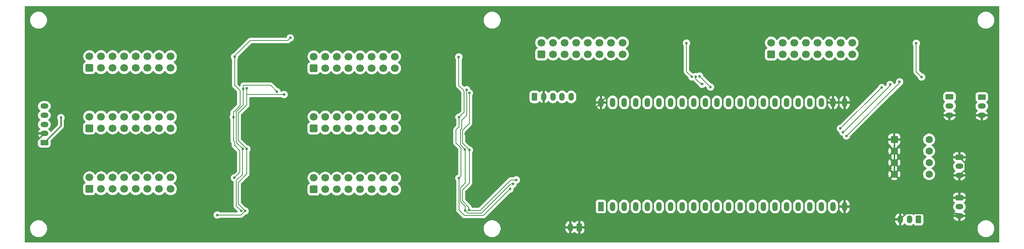
<source format=gbr>
%TF.GenerationSoftware,KiCad,Pcbnew,9.0.6*%
%TF.CreationDate,2026-01-12T10:46:39-05:00*%
%TF.ProjectId,OrganKeyswitchBreakout,4f726761-6e4b-4657-9973-776974636842,rev?*%
%TF.SameCoordinates,Original*%
%TF.FileFunction,Copper,L2,Bot*%
%TF.FilePolarity,Positive*%
%FSLAX46Y46*%
G04 Gerber Fmt 4.6, Leading zero omitted, Abs format (unit mm)*
G04 Created by KiCad (PCBNEW 9.0.6) date 2026-01-12 10:46:39*
%MOMM*%
%LPD*%
G01*
G04 APERTURE LIST*
G04 Aperture macros list*
%AMRoundRect*
0 Rectangle with rounded corners*
0 $1 Rounding radius*
0 $2 $3 $4 $5 $6 $7 $8 $9 X,Y pos of 4 corners*
0 Add a 4 corners polygon primitive as box body*
4,1,4,$2,$3,$4,$5,$6,$7,$8,$9,$2,$3,0*
0 Add four circle primitives for the rounded corners*
1,1,$1+$1,$2,$3*
1,1,$1+$1,$4,$5*
1,1,$1+$1,$6,$7*
1,1,$1+$1,$8,$9*
0 Add four rect primitives between the rounded corners*
20,1,$1+$1,$2,$3,$4,$5,0*
20,1,$1+$1,$4,$5,$6,$7,0*
20,1,$1+$1,$6,$7,$8,$9,0*
20,1,$1+$1,$8,$9,$2,$3,0*%
G04 Aperture macros list end*
%TA.AperFunction,ComponentPad*%
%ADD10RoundRect,0.250000X0.600000X-0.600000X0.600000X0.600000X-0.600000X0.600000X-0.600000X-0.600000X0*%
%TD*%
%TA.AperFunction,ComponentPad*%
%ADD11C,1.700000*%
%TD*%
%TA.AperFunction,ComponentPad*%
%ADD12RoundRect,0.250000X0.350000X0.625000X-0.350000X0.625000X-0.350000X-0.625000X0.350000X-0.625000X0*%
%TD*%
%TA.AperFunction,ComponentPad*%
%ADD13O,1.200000X1.750000*%
%TD*%
%TA.AperFunction,ComponentPad*%
%ADD14RoundRect,0.250000X0.625000X-0.350000X0.625000X0.350000X-0.625000X0.350000X-0.625000X-0.350000X0*%
%TD*%
%TA.AperFunction,ComponentPad*%
%ADD15O,1.750000X1.200000*%
%TD*%
%TA.AperFunction,ComponentPad*%
%ADD16RoundRect,0.250000X-0.625000X0.350000X-0.625000X-0.350000X0.625000X-0.350000X0.625000X0.350000X0*%
%TD*%
%TA.AperFunction,ComponentPad*%
%ADD17RoundRect,0.250000X-0.550000X-0.550000X0.550000X-0.550000X0.550000X0.550000X-0.550000X0.550000X0*%
%TD*%
%TA.AperFunction,ComponentPad*%
%ADD18C,1.600000*%
%TD*%
%TA.AperFunction,ComponentPad*%
%ADD19R,1.200000X2.000000*%
%TD*%
%TA.AperFunction,ComponentPad*%
%ADD20O,1.200000X2.000000*%
%TD*%
%TA.AperFunction,ComponentPad*%
%ADD21RoundRect,0.250000X-0.350000X-0.625000X0.350000X-0.625000X0.350000X0.625000X-0.350000X0.625000X0*%
%TD*%
%TA.AperFunction,ViaPad*%
%ADD22C,0.600000*%
%TD*%
%TA.AperFunction,Conductor*%
%ADD23C,0.200000*%
%TD*%
%TA.AperFunction,Conductor*%
%ADD24C,0.300000*%
%TD*%
G04 APERTURE END LIST*
D10*
%TO.P,J12,1,Pin_1*%
%TO.N,Net-(J12-Pin_1)*%
X97940000Y-67140007D03*
D11*
%TO.P,J12,2,Pin_2*%
%TO.N,Net-(J12-Pin_2)*%
X97940000Y-64600007D03*
%TO.P,J12,3,Pin_3*%
%TO.N,Net-(J12-Pin_3)*%
X100480000Y-67140007D03*
%TO.P,J12,4,Pin_4*%
%TO.N,Net-(J12-Pin_4)*%
X100480000Y-64600007D03*
%TO.P,J12,5,Pin_5*%
%TO.N,Net-(J12-Pin_5)*%
X103020000Y-67140007D03*
%TO.P,J12,6,Pin_6*%
%TO.N,Net-(J12-Pin_6)*%
X103020000Y-64600007D03*
%TO.P,J12,7,Pin_7*%
%TO.N,Net-(J12-Pin_7)*%
X105560000Y-67140007D03*
%TO.P,J12,8,Pin_8*%
%TO.N,Net-(J12-Pin_8)*%
X105560000Y-64600007D03*
%TO.P,J12,9,Pin_9*%
%TO.N,Net-(J12-Pin_9)*%
X108100000Y-67140007D03*
%TO.P,J12,10,Pin_10*%
%TO.N,Net-(J12-Pin_10)*%
X108100000Y-64600007D03*
%TO.P,J12,11,Pin_11*%
%TO.N,Net-(J12-Pin_11)*%
X110640000Y-67140007D03*
%TO.P,J12,12,Pin_12*%
%TO.N,Net-(J12-Pin_12)*%
X110640000Y-64600007D03*
%TO.P,J12,13,Pin_13*%
%TO.N,Net-(J12-Pin_13)*%
X113180000Y-67140007D03*
%TO.P,J12,14,Pin_14*%
%TO.N,Net-(J12-Pin_14)*%
X113180000Y-64600007D03*
%TO.P,J12,15,Pin_15*%
%TO.N,Net-(J12-Pin_15)*%
X115720000Y-67140007D03*
%TO.P,J12,16,Pin_16*%
%TO.N,Net-(J12-Pin_16)*%
X115720000Y-64600007D03*
%TD*%
D12*
%TO.P,J4,1,Pin_1*%
%TO.N,/Controller/MIDI/MIDI_THRU_P4*%
X230346000Y-100372000D03*
D13*
%TO.P,J4,2,Pin_2*%
%TO.N,/Controller/MIDI/MIDI_THRU_P5*%
X228346000Y-100372000D03*
%TO.P,J4,3,Pin_3*%
%TO.N,GND*%
X226346000Y-100372000D03*
%TD*%
D14*
%TO.P,J2,1,Pin_1*%
%TO.N,+3.3V*%
X38950000Y-83500000D03*
D15*
%TO.P,J2,2,Pin_2*%
%TO.N,GND*%
X38950000Y-81500000D03*
%TO.P,J2,3,Pin_3*%
%TO.N,INT_INOUT*%
X38950000Y-79500000D03*
%TO.P,J2,4,Pin_4*%
%TO.N,SDA_IN*%
X38950000Y-77500000D03*
%TO.P,J2,5,Pin_5*%
%TO.N,SCL_IN*%
X38950000Y-75500000D03*
%TD*%
D16*
%TO.P,J15,1,Pin_1*%
%TO.N,/Controller/CAN/CANH*%
X244200000Y-73500000D03*
D15*
%TO.P,J15,2,Pin_2*%
%TO.N,/Controller/CAN/CANL*%
X244200000Y-75500000D03*
%TO.P,J15,3,Pin_3*%
%TO.N,GND*%
X244200000Y-77500000D03*
%TD*%
D10*
%TO.P,J9,1,Pin_1*%
%TO.N,Net-(J9-Pin_1)*%
X48830375Y-67090657D03*
D11*
%TO.P,J9,2,Pin_2*%
%TO.N,Net-(J9-Pin_2)*%
X48830375Y-64550657D03*
%TO.P,J9,3,Pin_3*%
%TO.N,Net-(J9-Pin_3)*%
X51370375Y-67090657D03*
%TO.P,J9,4,Pin_4*%
%TO.N,Net-(J9-Pin_4)*%
X51370375Y-64550657D03*
%TO.P,J9,5,Pin_5*%
%TO.N,Net-(J9-Pin_5)*%
X53910375Y-67090657D03*
%TO.P,J9,6,Pin_6*%
%TO.N,Net-(J9-Pin_6)*%
X53910375Y-64550657D03*
%TO.P,J9,7,Pin_7*%
%TO.N,Net-(J9-Pin_7)*%
X56450375Y-67090657D03*
%TO.P,J9,8,Pin_8*%
%TO.N,Net-(J9-Pin_8)*%
X56450375Y-64550657D03*
%TO.P,J9,9,Pin_9*%
%TO.N,Net-(J9-Pin_9)*%
X58990375Y-67090657D03*
%TO.P,J9,10,Pin_10*%
%TO.N,Net-(J9-Pin_10)*%
X58990375Y-64550657D03*
%TO.P,J9,11,Pin_11*%
%TO.N,Net-(J9-Pin_11)*%
X61530375Y-67090657D03*
%TO.P,J9,12,Pin_12*%
%TO.N,Net-(J9-Pin_12)*%
X61530375Y-64550657D03*
%TO.P,J9,13,Pin_13*%
%TO.N,Net-(J9-Pin_13)*%
X64070375Y-67090657D03*
%TO.P,J9,14,Pin_14*%
%TO.N,Net-(J9-Pin_14)*%
X64070375Y-64550657D03*
%TO.P,J9,15,Pin_15*%
%TO.N,Net-(J9-Pin_15)*%
X66610375Y-67090657D03*
%TO.P,J9,16,Pin_16*%
%TO.N,Net-(J9-Pin_16)*%
X66610375Y-64550657D03*
%TD*%
D12*
%TO.P,J7,1,Pin_1*%
%TO.N,GND*%
X156100000Y-102100000D03*
D13*
%TO.P,J7,2,Pin_2*%
X154100000Y-102100000D03*
%TD*%
D17*
%TO.P,SW1,1*%
%TO.N,GND*%
X225044000Y-82804000D03*
D18*
%TO.P,SW1,2*%
X225044000Y-85344000D03*
%TO.P,SW1,3*%
X225044000Y-87884000D03*
%TO.P,SW1,4*%
X225044000Y-90424000D03*
%TO.P,SW1,5*%
%TO.N,Net-(U2-GPIO12{slash}ADC2_CH1)*%
X232664000Y-90424000D03*
%TO.P,SW1,6*%
%TO.N,Net-(U2-GPIO11{slash}ADC2_CH0)*%
X232664000Y-87884000D03*
%TO.P,SW1,7*%
%TO.N,Net-(U2-GPIO10{slash}ADC1_CH9)*%
X232664000Y-85344000D03*
%TO.P,SW1,8*%
%TO.N,Net-(U2-GPIO9{slash}ADC1_CH8)*%
X232664000Y-82804000D03*
%TD*%
D16*
%TO.P,J6,1,Pin_1*%
%TO.N,GND*%
X239300000Y-95600000D03*
D15*
%TO.P,J6,2,Pin_2*%
%TO.N,+5V*%
X239300000Y-97600000D03*
%TO.P,J6,3,Pin_3*%
%TO.N,GND*%
X239300000Y-99600000D03*
%TD*%
D16*
%TO.P,J5,1,Pin_1*%
%TO.N,GND*%
X239300000Y-86700000D03*
D15*
%TO.P,J5,2,Pin_2*%
%TO.N,+5V*%
X239300000Y-88700000D03*
%TO.P,J5,3,Pin_3*%
%TO.N,GND*%
X239300000Y-90700000D03*
%TD*%
D16*
%TO.P,J3,1,Pin_1*%
%TO.N,/Controller/CAN/CANH*%
X237143000Y-73457000D03*
D15*
%TO.P,J3,2,Pin_2*%
%TO.N,/Controller/CAN/CANL*%
X237143000Y-75457000D03*
%TO.P,J3,3,Pin_3*%
%TO.N,GND*%
X237143000Y-77457000D03*
%TD*%
D10*
%TO.P,J8,1,Pin_1*%
%TO.N,Net-(J8-Pin_1)*%
X198089650Y-64115700D03*
D11*
%TO.P,J8,2,Pin_2*%
%TO.N,Net-(J8-Pin_2)*%
X198089650Y-61575700D03*
%TO.P,J8,3,Pin_3*%
%TO.N,Net-(J8-Pin_3)*%
X200629650Y-64115700D03*
%TO.P,J8,4,Pin_4*%
%TO.N,Net-(J8-Pin_4)*%
X200629650Y-61575700D03*
%TO.P,J8,5,Pin_5*%
%TO.N,Net-(J8-Pin_5)*%
X203169650Y-64115700D03*
%TO.P,J8,6,Pin_6*%
%TO.N,Net-(J8-Pin_6)*%
X203169650Y-61575700D03*
%TO.P,J8,7,Pin_7*%
%TO.N,Net-(J8-Pin_7)*%
X205709650Y-64115700D03*
%TO.P,J8,8,Pin_8*%
%TO.N,Net-(J8-Pin_8)*%
X205709650Y-61575700D03*
%TO.P,J8,9,Pin_9*%
%TO.N,Net-(J8-Pin_9)*%
X208249650Y-64115700D03*
%TO.P,J8,10,Pin_10*%
%TO.N,Net-(J8-Pin_10)*%
X208249650Y-61575700D03*
%TO.P,J8,11,Pin_11*%
%TO.N,Net-(J8-Pin_11)*%
X210789650Y-64115700D03*
%TO.P,J8,12,Pin_12*%
%TO.N,Net-(J8-Pin_12)*%
X210789650Y-61575700D03*
%TO.P,J8,13,Pin_13*%
%TO.N,Net-(J8-Pin_13)*%
X213329650Y-64115700D03*
%TO.P,J8,14,Pin_14*%
%TO.N,Net-(J8-Pin_14)*%
X213329650Y-61575700D03*
%TO.P,J8,15,Pin_15*%
%TO.N,Net-(J8-Pin_15)*%
X215869650Y-64115700D03*
%TO.P,J8,16,Pin_16*%
%TO.N,Net-(J8-Pin_16)*%
X215869650Y-61575700D03*
%TD*%
D19*
%TO.P,U2,1,3V3*%
%TO.N,+3.3V*%
X160829920Y-97536000D03*
D20*
%TO.P,U2,2,3V3*%
X163369920Y-97536000D03*
%TO.P,U2,3,CHIP_PU*%
%TO.N,unconnected-(U2-CHIP_PU-Pad3)*%
X165909920Y-97536000D03*
%TO.P,U2,4,GPIO4/ADC1_CH3*%
%TO.N,SDA_IN*%
X168449920Y-97536000D03*
%TO.P,U2,5,GPIO5/ADC1_CH4*%
%TO.N,SCL_IN*%
X170989920Y-97536000D03*
%TO.P,U2,6,GPIO6/ADC1_CH5*%
%TO.N,INT_INOUT*%
X173529920Y-97536000D03*
%TO.P,U2,7,GPIO7/ADC1_CH6*%
%TO.N,/Controller/MIDI/MIDI_OUT*%
X176069920Y-97536000D03*
%TO.P,U2,8,GPIO15/ADC2_CH4/32K_P*%
%TO.N,unconnected-(U2-GPIO15{slash}ADC2_CH4{slash}32K_P-Pad8)*%
X178609920Y-97536000D03*
%TO.P,U2,9,GPIO16/ADC2_CH5/32K_N*%
%TO.N,unconnected-(U2-GPIO16{slash}ADC2_CH5{slash}32K_N-Pad9)*%
X181149920Y-97536000D03*
%TO.P,U2,10,GPIO17/ADC2_CH6*%
%TO.N,unconnected-(U2-GPIO17{slash}ADC2_CH6-Pad10)*%
X183689920Y-97536000D03*
%TO.P,U2,11,GPIO18/ADC2_CH7*%
%TO.N,unconnected-(U2-GPIO18{slash}ADC2_CH7-Pad11)*%
X186229920Y-97536000D03*
%TO.P,U2,12,GPIO8/ADC1_CH7*%
%TO.N,unconnected-(U2-GPIO8{slash}ADC1_CH7-Pad12)*%
X188769920Y-97536000D03*
%TO.P,U2,13,GPIO3/ADC1_CH2*%
%TO.N,unconnected-(U2-GPIO3{slash}ADC1_CH2-Pad13)*%
X191309920Y-97536000D03*
%TO.P,U2,14,GPIO46*%
%TO.N,unconnected-(U2-GPIO46-Pad14)*%
X193849920Y-97536000D03*
%TO.P,U2,15,GPIO9/ADC1_CH8*%
%TO.N,Net-(U2-GPIO9{slash}ADC1_CH8)*%
X196389920Y-97536000D03*
%TO.P,U2,16,GPIO10/ADC1_CH9*%
%TO.N,Net-(U2-GPIO10{slash}ADC1_CH9)*%
X198929920Y-97536000D03*
%TO.P,U2,17,GPIO11/ADC2_CH0*%
%TO.N,Net-(U2-GPIO11{slash}ADC2_CH0)*%
X201469920Y-97536000D03*
%TO.P,U2,18,GPIO12/ADC2_CH1*%
%TO.N,Net-(U2-GPIO12{slash}ADC2_CH1)*%
X204009920Y-97536000D03*
%TO.P,U2,19,GPIO13/ADC2_CH2*%
%TO.N,Net-(U2-GPIO13{slash}ADC2_CH2)*%
X206549920Y-97536000D03*
%TO.P,U2,20,GPIO14/ADC2_CH3*%
%TO.N,Net-(U2-GPIO14{slash}ADC2_CH3)*%
X209087200Y-97539680D03*
%TO.P,U2,21,5V*%
%TO.N,+5V*%
X211627200Y-97539680D03*
%TO.P,U2,22,GND*%
%TO.N,GND*%
X214167200Y-97539680D03*
%TO.P,U2,23,GND*%
X214169920Y-74676000D03*
%TO.P,U2,24,GND*%
X211629920Y-74676000D03*
%TO.P,U2,25,GPIO19/USB_D-*%
%TO.N,unconnected-(U2-GPIO19{slash}USB_D--Pad25)*%
X209089920Y-74676000D03*
%TO.P,U2,26,GPIO20/USB_D+*%
%TO.N,unconnected-(U2-GPIO20{slash}USB_D+-Pad26)*%
X206549920Y-74676000D03*
%TO.P,U2,27,GPIO21*%
%TO.N,unconnected-(U2-GPIO21-Pad27)*%
X204009920Y-74676000D03*
%TO.P,U2,28,GPIO47*%
%TO.N,unconnected-(U2-GPIO47-Pad28)*%
X201469920Y-74676000D03*
%TO.P,U2,29,GPIO48*%
%TO.N,unconnected-(U2-GPIO48-Pad29)*%
X198929920Y-74676000D03*
%TO.P,U2,30,GPIO45*%
%TO.N,unconnected-(U2-GPIO45-Pad30)*%
X196389920Y-74676000D03*
%TO.P,U2,31,GPIO0*%
%TO.N,unconnected-(U2-GPIO0-Pad31)*%
X193849920Y-74676000D03*
%TO.P,U2,32,GPIO35*%
%TO.N,/Controller/I2C_SDA2*%
X191309920Y-74676000D03*
%TO.P,U2,33,GPIO36*%
%TO.N,/Controller/I2C_SCL2*%
X188769920Y-74676000D03*
%TO.P,U2,34,GPIO37*%
%TO.N,/Controller/I2C_INT2*%
X186229920Y-74676000D03*
%TO.P,U2,35,GPIO38*%
%TO.N,unconnected-(U2-GPIO38-Pad35)*%
X183689920Y-74676000D03*
%TO.P,U2,36,GPIO39/MTCK*%
%TO.N,unconnected-(U2-GPIO39{slash}MTCK-Pad36)*%
X181149920Y-74676000D03*
%TO.P,U2,37,GPIO40/MTDO*%
%TO.N,unconnected-(U2-GPIO40{slash}MTDO-Pad37)*%
X178609920Y-74676000D03*
%TO.P,U2,38,GPIO41/MTDI*%
%TO.N,unconnected-(U2-GPIO41{slash}MTDI-Pad38)*%
X176069920Y-74676000D03*
%TO.P,U2,39,GPIO42/MTMS*%
%TO.N,unconnected-(U2-GPIO42{slash}MTMS-Pad39)*%
X173529920Y-74676000D03*
%TO.P,U2,40,GPIO2/ADC1_CH1*%
%TO.N,/Controller/CAN/CAN_TXD*%
X170989920Y-74676000D03*
%TO.P,U2,41,GPIO1/ADC1_CH0*%
%TO.N,/Controller/CAN/CAN_RXD*%
X168449920Y-74676000D03*
%TO.P,U2,42,GPIO44/U0RXD*%
%TO.N,unconnected-(U2-GPIO44{slash}U0RXD-Pad42)*%
X165909920Y-74676000D03*
%TO.P,U2,43,GPIO43/U0TXD*%
%TO.N,unconnected-(U2-GPIO43{slash}U0TXD-Pad43)*%
X163369920Y-74676000D03*
%TO.P,U2,44,GND*%
%TO.N,GND*%
X160829920Y-74676000D03*
%TD*%
D10*
%TO.P,J10,1,Pin_1*%
%TO.N,Net-(J10-Pin_1)*%
X48830375Y-93692178D03*
D11*
%TO.P,J10,2,Pin_2*%
%TO.N,Net-(J10-Pin_2)*%
X48830375Y-91152178D03*
%TO.P,J10,3,Pin_3*%
%TO.N,Net-(J10-Pin_3)*%
X51370375Y-93692178D03*
%TO.P,J10,4,Pin_4*%
%TO.N,Net-(J10-Pin_4)*%
X51370375Y-91152178D03*
%TO.P,J10,5,Pin_5*%
%TO.N,Net-(J10-Pin_5)*%
X53910375Y-93692178D03*
%TO.P,J10,6,Pin_6*%
%TO.N,Net-(J10-Pin_6)*%
X53910375Y-91152178D03*
%TO.P,J10,7,Pin_7*%
%TO.N,Net-(J10-Pin_7)*%
X56450375Y-93692178D03*
%TO.P,J10,8,Pin_8*%
%TO.N,Net-(J10-Pin_8)*%
X56450375Y-91152178D03*
%TO.P,J10,9,Pin_9*%
%TO.N,Net-(J10-Pin_9)*%
X58990375Y-93692178D03*
%TO.P,J10,10,Pin_10*%
%TO.N,Net-(J10-Pin_10)*%
X58990375Y-91152178D03*
%TO.P,J10,11,Pin_11*%
%TO.N,Net-(J10-Pin_11)*%
X61530375Y-93692178D03*
%TO.P,J10,12,Pin_12*%
%TO.N,Net-(J10-Pin_12)*%
X61530375Y-91152178D03*
%TO.P,J10,13,Pin_13*%
%TO.N,Net-(J10-Pin_13)*%
X64070375Y-93692178D03*
%TO.P,J10,14,Pin_14*%
%TO.N,Net-(J10-Pin_14)*%
X64070375Y-91152178D03*
%TO.P,J10,15,Pin_15*%
%TO.N,Net-(J10-Pin_15)*%
X66610375Y-93692178D03*
%TO.P,J10,16,Pin_16*%
%TO.N,Net-(J10-Pin_16)*%
X66610375Y-91152178D03*
%TD*%
D10*
%TO.P,J14,1,Pin_1*%
%TO.N,Net-(J14-Pin_1)*%
X147791575Y-64105629D03*
D11*
%TO.P,J14,2,Pin_2*%
%TO.N,Net-(J14-Pin_2)*%
X147791575Y-61565629D03*
%TO.P,J14,3,Pin_3*%
%TO.N,Net-(J14-Pin_3)*%
X150331575Y-64105629D03*
%TO.P,J14,4,Pin_4*%
%TO.N,Net-(J14-Pin_4)*%
X150331575Y-61565629D03*
%TO.P,J14,5,Pin_5*%
%TO.N,Net-(J14-Pin_5)*%
X152871575Y-64105629D03*
%TO.P,J14,6,Pin_6*%
%TO.N,Net-(J14-Pin_6)*%
X152871575Y-61565629D03*
%TO.P,J14,7,Pin_7*%
%TO.N,Net-(J14-Pin_7)*%
X155411575Y-64105629D03*
%TO.P,J14,8,Pin_8*%
%TO.N,Net-(J14-Pin_8)*%
X155411575Y-61565629D03*
%TO.P,J14,9,Pin_9*%
%TO.N,Net-(J14-Pin_9)*%
X157951575Y-64105629D03*
%TO.P,J14,10,Pin_10*%
%TO.N,Net-(J14-Pin_10)*%
X157951575Y-61565629D03*
%TO.P,J14,11,Pin_11*%
%TO.N,Net-(J14-Pin_11)*%
X160491575Y-64105629D03*
%TO.P,J14,12,Pin_12*%
%TO.N,Net-(J14-Pin_12)*%
X160491575Y-61565629D03*
%TO.P,J14,13,Pin_13*%
%TO.N,Net-(J14-Pin_13)*%
X163031575Y-64105629D03*
%TO.P,J14,14,Pin_14*%
%TO.N,Net-(J14-Pin_14)*%
X163031575Y-61565629D03*
%TO.P,J14,15,Pin_15*%
%TO.N,Net-(J14-Pin_15)*%
X165571575Y-64105629D03*
%TO.P,J14,16,Pin_16*%
%TO.N,Net-(J14-Pin_16)*%
X165571575Y-61565629D03*
%TD*%
D10*
%TO.P,J1,1,Pin_1*%
%TO.N,Net-(J1-Pin_1)*%
X97940000Y-93779600D03*
D11*
%TO.P,J1,2,Pin_2*%
%TO.N,Net-(J1-Pin_2)*%
X97940000Y-91239600D03*
%TO.P,J1,3,Pin_3*%
%TO.N,Net-(J1-Pin_3)*%
X100480000Y-93779600D03*
%TO.P,J1,4,Pin_4*%
%TO.N,Net-(J1-Pin_4)*%
X100480000Y-91239600D03*
%TO.P,J1,5,Pin_5*%
%TO.N,Net-(J1-Pin_5)*%
X103020000Y-93779600D03*
%TO.P,J1,6,Pin_6*%
%TO.N,Net-(J1-Pin_6)*%
X103020000Y-91239600D03*
%TO.P,J1,7,Pin_7*%
%TO.N,Net-(J1-Pin_7)*%
X105560000Y-93779600D03*
%TO.P,J1,8,Pin_8*%
%TO.N,Net-(J1-Pin_8)*%
X105560000Y-91239600D03*
%TO.P,J1,9,Pin_9*%
%TO.N,Net-(J1-Pin_9)*%
X108100000Y-93779600D03*
%TO.P,J1,10,Pin_10*%
%TO.N,Net-(J1-Pin_10)*%
X108100000Y-91239600D03*
%TO.P,J1,11,Pin_11*%
%TO.N,Net-(J1-Pin_11)*%
X110640000Y-93779600D03*
%TO.P,J1,12,Pin_12*%
%TO.N,Net-(J1-Pin_12)*%
X110640000Y-91239600D03*
%TO.P,J1,13,Pin_13*%
%TO.N,Net-(J1-Pin_13)*%
X113180000Y-93779600D03*
%TO.P,J1,14,Pin_14*%
%TO.N,Net-(J1-Pin_14)*%
X113180000Y-91239600D03*
%TO.P,J1,15,Pin_15*%
%TO.N,Net-(J1-Pin_15)*%
X115720000Y-93779600D03*
%TO.P,J1,16,Pin_16*%
%TO.N,Net-(J1-Pin_16)*%
X115720000Y-91239600D03*
%TD*%
D10*
%TO.P,J11,1,Pin_1*%
%TO.N,Net-(J11-Pin_1)*%
X97940000Y-80371431D03*
D11*
%TO.P,J11,2,Pin_2*%
%TO.N,Net-(J11-Pin_2)*%
X97940000Y-77831431D03*
%TO.P,J11,3,Pin_3*%
%TO.N,Net-(J11-Pin_3)*%
X100480000Y-80371431D03*
%TO.P,J11,4,Pin_4*%
%TO.N,Net-(J11-Pin_4)*%
X100480000Y-77831431D03*
%TO.P,J11,5,Pin_5*%
%TO.N,Net-(J11-Pin_5)*%
X103020000Y-80371431D03*
%TO.P,J11,6,Pin_6*%
%TO.N,Net-(J11-Pin_6)*%
X103020000Y-77831431D03*
%TO.P,J11,7,Pin_7*%
%TO.N,Net-(J11-Pin_7)*%
X105560000Y-80371431D03*
%TO.P,J11,8,Pin_8*%
%TO.N,Net-(J11-Pin_8)*%
X105560000Y-77831431D03*
%TO.P,J11,9,Pin_9*%
%TO.N,Net-(J11-Pin_9)*%
X108100000Y-80371431D03*
%TO.P,J11,10,Pin_10*%
%TO.N,Net-(J11-Pin_10)*%
X108100000Y-77831431D03*
%TO.P,J11,11,Pin_11*%
%TO.N,Net-(J11-Pin_11)*%
X110640000Y-80371431D03*
%TO.P,J11,12,Pin_12*%
%TO.N,Net-(J11-Pin_12)*%
X110640000Y-77831431D03*
%TO.P,J11,13,Pin_13*%
%TO.N,Net-(J11-Pin_13)*%
X113180000Y-80371431D03*
%TO.P,J11,14,Pin_14*%
%TO.N,Net-(J11-Pin_14)*%
X113180000Y-77831431D03*
%TO.P,J11,15,Pin_15*%
%TO.N,Net-(J11-Pin_15)*%
X115720000Y-80371431D03*
%TO.P,J11,16,Pin_16*%
%TO.N,Net-(J11-Pin_16)*%
X115720000Y-77831431D03*
%TD*%
D10*
%TO.P,J13,1,Pin_1*%
%TO.N,Net-(J13-Pin_1)*%
X48830375Y-80337009D03*
D11*
%TO.P,J13,2,Pin_2*%
%TO.N,Net-(J13-Pin_2)*%
X48830375Y-77797009D03*
%TO.P,J13,3,Pin_3*%
%TO.N,Net-(J13-Pin_3)*%
X51370375Y-80337009D03*
%TO.P,J13,4,Pin_4*%
%TO.N,Net-(J13-Pin_4)*%
X51370375Y-77797009D03*
%TO.P,J13,5,Pin_5*%
%TO.N,Net-(J13-Pin_5)*%
X53910375Y-80337009D03*
%TO.P,J13,6,Pin_6*%
%TO.N,Net-(J13-Pin_6)*%
X53910375Y-77797009D03*
%TO.P,J13,7,Pin_7*%
%TO.N,Net-(J13-Pin_7)*%
X56450375Y-80337009D03*
%TO.P,J13,8,Pin_8*%
%TO.N,Net-(J13-Pin_8)*%
X56450375Y-77797009D03*
%TO.P,J13,9,Pin_9*%
%TO.N,Net-(J13-Pin_9)*%
X58990375Y-80337009D03*
%TO.P,J13,10,Pin_10*%
%TO.N,Net-(J13-Pin_10)*%
X58990375Y-77797009D03*
%TO.P,J13,11,Pin_11*%
%TO.N,Net-(J13-Pin_11)*%
X61530375Y-80337009D03*
%TO.P,J13,12,Pin_12*%
%TO.N,Net-(J13-Pin_12)*%
X61530375Y-77797009D03*
%TO.P,J13,13,Pin_13*%
%TO.N,Net-(J13-Pin_13)*%
X64070375Y-80337009D03*
%TO.P,J13,14,Pin_14*%
%TO.N,Net-(J13-Pin_14)*%
X64070375Y-77797009D03*
%TO.P,J13,15,Pin_15*%
%TO.N,Net-(J13-Pin_15)*%
X66610375Y-80337009D03*
%TO.P,J13,16,Pin_16*%
%TO.N,Net-(J13-Pin_16)*%
X66610375Y-77797009D03*
%TD*%
D21*
%TO.P,J16,1,Pin_1*%
%TO.N,+3.3V*%
X146300000Y-73450000D03*
D13*
%TO.P,J16,2,Pin_2*%
%TO.N,GND*%
X148300000Y-73450000D03*
%TO.P,J16,3,Pin_3*%
%TO.N,/Controller/I2C_INT2*%
X150300000Y-73450000D03*
%TO.P,J16,4,Pin_4*%
%TO.N,/Controller/I2C_SDA2*%
X152300000Y-73450000D03*
%TO.P,J16,5,Pin_5*%
%TO.N,/Controller/I2C_SCL2*%
X154300000Y-73450000D03*
%TD*%
D22*
%TO.N,GND*%
X81600000Y-68300000D03*
X197500000Y-85000000D03*
X212500000Y-55000000D03*
X84258975Y-75980652D03*
X160000000Y-90000000D03*
X182500000Y-55000000D03*
X245000000Y-92500000D03*
X185000000Y-90000000D03*
X192500000Y-55000000D03*
X42500000Y-87500000D03*
X152500000Y-87500000D03*
X172500000Y-55000000D03*
X133527045Y-67632216D03*
X162500000Y-102500000D03*
X95000000Y-85000000D03*
X202500000Y-55000000D03*
X84454151Y-80943722D03*
X50000000Y-60000000D03*
X77500000Y-57500000D03*
X237500000Y-55000000D03*
X87500000Y-57500000D03*
X231000000Y-104000000D03*
X200000000Y-104000000D03*
X233837533Y-64540476D03*
X157500000Y-55000000D03*
X82300000Y-94889678D03*
X222000000Y-104000000D03*
X84341790Y-94151319D03*
X225000000Y-104000000D03*
X222500000Y-55000000D03*
X95000000Y-55000000D03*
X170000000Y-90000000D03*
X120000000Y-55000000D03*
X102500000Y-87500000D03*
X100000000Y-55000000D03*
X157500000Y-85000000D03*
X194000000Y-104000000D03*
X217500000Y-55000000D03*
X173000000Y-103000000D03*
X187500000Y-55000000D03*
X133691307Y-94180886D03*
X177500000Y-55000000D03*
X145000000Y-75000000D03*
X125000000Y-55000000D03*
X45000000Y-72500000D03*
X50000000Y-55000000D03*
X90000000Y-55000000D03*
X85000000Y-102500000D03*
X130000000Y-102500000D03*
X202500000Y-85000000D03*
X152500000Y-102500000D03*
X192500000Y-85000000D03*
X233000000Y-70400000D03*
X131199000Y-81568931D03*
X152500000Y-82500000D03*
X84277200Y-62737657D03*
X40000000Y-65000000D03*
X85000000Y-85000000D03*
X147500000Y-87500000D03*
X227500000Y-55000000D03*
X95000000Y-97500000D03*
X207500000Y-85000000D03*
X205000000Y-90000000D03*
X230800000Y-65300000D03*
X40000000Y-70000000D03*
X133361425Y-65321393D03*
X110000000Y-102500000D03*
X190000000Y-90000000D03*
X175000000Y-80000000D03*
X50000000Y-102500000D03*
X130600000Y-68300000D03*
X105000000Y-55000000D03*
X80000000Y-55000000D03*
X182500000Y-92500000D03*
X84258975Y-78520652D03*
X212500000Y-85000000D03*
X215000000Y-90000000D03*
X60000000Y-55000000D03*
X115000000Y-102500000D03*
X65000000Y-102500000D03*
X200000000Y-90000000D03*
X65000000Y-55000000D03*
X133361425Y-62781393D03*
X157500000Y-102500000D03*
X167500000Y-85000000D03*
X85000000Y-55000000D03*
X142500000Y-97500000D03*
X133398400Y-76003845D03*
X67500000Y-57500000D03*
X60000000Y-102500000D03*
X245000000Y-82500000D03*
X133373000Y-89381000D03*
X37500000Y-97500000D03*
X133581204Y-80931766D03*
X142500000Y-55000000D03*
X55000000Y-87500000D03*
X147500000Y-55000000D03*
X160000000Y-80000000D03*
X100000000Y-102500000D03*
X125000000Y-102500000D03*
X170000000Y-80000000D03*
X162500000Y-55000000D03*
X120000000Y-102500000D03*
X245000000Y-67500000D03*
X182880000Y-102362000D03*
X233518250Y-59771257D03*
X232500000Y-55000000D03*
X84236875Y-89339807D03*
X147500000Y-97500000D03*
X183444625Y-64547569D03*
X92500000Y-97500000D03*
X165000000Y-90000000D03*
X94000000Y-75000000D03*
X95000000Y-102500000D03*
X102500000Y-75000000D03*
X197000000Y-104000000D03*
X192500000Y-95000000D03*
X55000000Y-55000000D03*
X152500000Y-97500000D03*
X245000000Y-97500000D03*
X131800000Y-94979234D03*
X183230775Y-59759175D03*
X147500000Y-90000000D03*
X70000000Y-55000000D03*
X84336459Y-67639403D03*
X228000000Y-104000000D03*
X75000000Y-55000000D03*
X187500000Y-95000000D03*
X60000000Y-87500000D03*
X245000000Y-87500000D03*
X195000000Y-90000000D03*
X80000000Y-102500000D03*
X55000000Y-60000000D03*
X172500000Y-85000000D03*
X180500000Y-65200000D03*
X152500000Y-90000000D03*
X207500000Y-55000000D03*
X110000000Y-55000000D03*
X217500000Y-85000000D03*
X84277200Y-65277657D03*
X210000000Y-90000000D03*
X45000000Y-102500000D03*
X70000000Y-102500000D03*
X107500000Y-75000000D03*
X147500000Y-82500000D03*
X107500000Y-87500000D03*
X42500000Y-85000000D03*
X197500000Y-55000000D03*
X75000000Y-102500000D03*
X45000000Y-55000000D03*
X105000000Y-102500000D03*
X162500000Y-85000000D03*
X115000000Y-55000000D03*
X130000000Y-55000000D03*
X133373000Y-91921000D03*
X183213000Y-62281400D03*
X55000000Y-102500000D03*
X198628000Y-100330000D03*
X84236875Y-91879807D03*
X152500000Y-55000000D03*
X60000000Y-60000000D03*
X167500000Y-55000000D03*
X133398400Y-78543845D03*
X175000000Y-103000000D03*
X92500000Y-87500000D03*
X45000000Y-60000000D03*
X82300000Y-80863759D03*
X191000000Y-104000000D03*
X90000000Y-102500000D03*
X233518250Y-62311257D03*
X37500000Y-67500000D03*
X245000000Y-62500000D03*
%TO.N,SCL_IN*%
X141600000Y-92600000D03*
X131400000Y-71886963D03*
X131100000Y-98400000D03*
%TO.N,GND*%
X165000000Y-80000000D03*
%TO.N,SCL_IN*%
X82049997Y-98500000D03*
X82400000Y-84900000D03*
X82500000Y-71700000D03*
%TO.N,+3.3V*%
X42600000Y-78000000D03*
%TO.N,SCL_IN*%
X213800000Y-81200000D03*
X131040380Y-85059620D03*
X224130796Y-70750000D03*
X182975000Y-70675000D03*
%TO.N,SDA_IN*%
X82900000Y-98500000D03*
%TO.N,INT_INOUT*%
X80619600Y-64642657D03*
%TO.N,SDA_IN*%
X222300000Y-71400000D03*
%TO.N,INT_INOUT*%
X180723800Y-69063200D03*
%TO.N,SDA_IN*%
X76800000Y-99400000D03*
%TO.N,INT_INOUT*%
X231029050Y-69093057D03*
%TO.N,SDA_IN*%
X132000000Y-72600000D03*
X132000000Y-85100000D03*
%TO.N,INT_INOUT*%
X129703825Y-64686393D03*
%TO.N,SDA_IN*%
X184800000Y-71300000D03*
X83300000Y-84900000D03*
%TO.N,SCL_IN*%
X181600000Y-69000000D03*
%TO.N,INT_INOUT*%
X140900000Y-93700000D03*
%TO.N,SDA_IN*%
X91454127Y-72950000D03*
%TO.N,INT_INOUT*%
X214550000Y-82050000D03*
X179555400Y-61646400D03*
X92800000Y-60500000D03*
%TO.N,SDA_IN*%
X182400000Y-68900000D03*
X131934620Y-98315380D03*
X83300000Y-71600000D03*
%TO.N,INT_INOUT*%
X229860650Y-61676257D03*
X80350000Y-77884425D03*
X129740800Y-77908845D03*
%TO.N,SDA_IN*%
X213250000Y-80400000D03*
%TO.N,SCL_IN*%
X89900000Y-72300000D03*
%TO.N,SDA_IN*%
X142300000Y-91700000D03*
%TO.N,INT_INOUT*%
X129715400Y-91286000D03*
X226200000Y-70161557D03*
X80579275Y-91244807D03*
%TD*%
D23*
%TO.N,SCL_IN*%
X181600000Y-69500000D02*
X182850000Y-70750000D01*
X181600000Y-69000000D02*
X181600000Y-69500000D01*
X182850000Y-70750000D02*
X182900000Y-70750000D01*
X182900000Y-70750000D02*
X182975000Y-70675000D01*
%TO.N,SDA_IN*%
X182400000Y-68900000D02*
X184800000Y-71300000D01*
D24*
%TO.N,GND*%
X148241000Y-74126000D02*
X148241000Y-75914000D01*
X148241000Y-75914000D02*
X148209000Y-75946000D01*
X148209000Y-75946000D02*
X159559920Y-75946000D01*
X133456245Y-75946000D02*
X148209000Y-75946000D01*
X133398400Y-76003845D02*
X133456245Y-75946000D01*
X159559920Y-75946000D02*
X160829920Y-74676000D01*
X239300000Y-86700000D02*
X240576000Y-87976000D01*
X226346000Y-100372000D02*
X226346000Y-91726000D01*
X133373000Y-91921000D02*
X133373000Y-94256702D01*
X133521349Y-94245200D02*
X133516626Y-94249923D01*
X133678838Y-94182552D02*
X133689641Y-94182552D01*
X88839403Y-67639403D02*
X94000000Y-72800000D01*
X183342129Y-64650066D02*
X183444625Y-64547569D01*
X133398721Y-80931766D02*
X133581204Y-80931766D01*
X133521349Y-94245200D02*
X133525754Y-94245200D01*
X133398400Y-78543845D02*
X133398400Y-80931445D01*
X131213792Y-81583723D02*
X131199000Y-81568931D01*
X238796000Y-99096000D02*
X239300000Y-99600000D01*
X230800000Y-65300000D02*
X230859257Y-65359257D01*
X196596000Y-102362000D02*
X198628000Y-100330000D01*
X133620316Y-94219507D02*
X133638085Y-94201738D01*
X225044000Y-85344000D02*
X225044000Y-82804000D01*
X133521349Y-94245200D02*
X133525754Y-94245200D01*
X133361425Y-65321393D02*
X133361425Y-67628528D01*
X133654866Y-94189733D02*
X133642861Y-94201738D01*
X133493159Y-94249923D02*
X133470882Y-94272200D01*
X84341790Y-94162492D02*
X84100000Y-94404282D01*
X133678838Y-94182552D02*
X133689641Y-94182552D01*
X226346000Y-100372000D02*
X227622000Y-99096000D01*
X133620316Y-94219507D02*
X133596105Y-94219507D01*
X133493159Y-94249923D02*
X133516626Y-94249923D01*
X233018752Y-65359257D02*
X233018752Y-66118752D01*
X133493159Y-94249923D02*
X133470882Y-94272200D01*
X183227393Y-64650066D02*
X183342129Y-64650066D01*
X84258975Y-75980652D02*
X84258975Y-78520652D01*
X180500000Y-65200000D02*
X180629400Y-65329400D01*
X233518250Y-62311257D02*
X233518250Y-64428080D01*
X240576000Y-87976000D02*
X240576000Y-89424000D01*
X233518250Y-64428080D02*
X233630646Y-64540476D01*
X83829221Y-81568652D02*
X83004893Y-81568652D01*
X233018752Y-66118752D02*
X233000000Y-66137504D01*
X94000000Y-80700000D02*
X94000000Y-84493109D01*
X225044000Y-90424000D02*
X225044000Y-87884000D01*
X240576000Y-89424000D02*
X239300000Y-90700000D01*
X180629400Y-65329400D02*
X182662795Y-65329400D01*
X94000000Y-72800000D02*
X94000000Y-75000000D01*
X133521349Y-94245200D02*
X133516626Y-94249923D01*
X84100000Y-98900000D02*
X84100000Y-94404282D01*
X226346000Y-91726000D02*
X225044000Y-90424000D01*
X133493159Y-94249923D02*
X133516626Y-94249923D01*
X50500000Y-100400000D02*
X82600000Y-100400000D01*
X84277200Y-65277657D02*
X84277200Y-67581582D01*
X233018752Y-65359257D02*
X233837533Y-64540476D01*
X133527045Y-67632216D02*
X133398400Y-67760861D01*
X133594255Y-94221357D02*
X133583515Y-94221357D01*
X133594255Y-94221357D02*
X133596105Y-94219507D01*
X133581204Y-80931766D02*
X132929247Y-81583723D01*
X133560663Y-94244209D02*
X133526745Y-94244209D01*
X133560663Y-94244209D02*
X133583515Y-94221357D01*
X133398400Y-76003845D02*
X133398400Y-78543845D01*
X84275128Y-80943722D02*
X84454151Y-80943722D01*
X133671657Y-94189733D02*
X133678838Y-94182552D01*
X81600000Y-68300000D02*
X81600000Y-68132657D01*
X81632657Y-68100000D02*
X83875862Y-68100000D01*
X84335021Y-67639403D02*
X84336459Y-67639403D01*
X132929247Y-81583723D02*
X131213792Y-81583723D01*
X93756278Y-80943722D02*
X94000000Y-80700000D01*
X133581204Y-89172796D02*
X133373000Y-89381000D01*
X84277200Y-62737657D02*
X133317689Y-62737657D01*
X183213000Y-62281400D02*
X183213000Y-64635673D01*
X183213000Y-62281400D02*
X183213000Y-59776950D01*
X183213000Y-64635673D02*
X183227393Y-64650066D01*
X83614604Y-94889678D02*
X82300000Y-94889678D01*
X225044000Y-87884000D02*
X225044000Y-85344000D01*
X133671657Y-94189733D02*
X133678838Y-94182552D01*
X133689641Y-94182552D02*
X133691307Y-94180886D01*
X233630646Y-64540476D02*
X233837533Y-64540476D01*
X133581204Y-80931766D02*
X133581204Y-89172796D01*
X84236875Y-91879807D02*
X84236875Y-94142779D01*
X84454151Y-80943722D02*
X83829221Y-81568652D01*
X83004893Y-81568652D02*
X82300000Y-80863759D01*
X133525754Y-94245200D02*
X133526745Y-94244209D01*
X84245415Y-94151319D02*
X84341790Y-94151319D01*
X38950000Y-81500000D02*
X36900000Y-83550000D01*
X94000000Y-75000000D02*
X94000000Y-80700000D01*
X133620316Y-94219507D02*
X133596105Y-94219507D01*
X214169920Y-74676000D02*
X211629920Y-74676000D01*
X133638085Y-94201738D02*
X133642861Y-94201738D01*
X133361425Y-62781393D02*
X133361425Y-65321393D01*
X230859257Y-65359257D02*
X233018752Y-65359257D01*
X183444625Y-64547569D02*
X185800000Y-66902944D01*
X132789868Y-68369393D02*
X133527045Y-67632216D01*
X133654866Y-94189733D02*
X133642861Y-94201738D01*
X133560663Y-94244209D02*
X133583515Y-94221357D01*
X84454151Y-80943722D02*
X93756278Y-80943722D01*
X133654866Y-94189733D02*
X133671657Y-94189733D01*
X131800000Y-94955216D02*
X131800000Y-94979234D01*
X233000000Y-66137504D02*
X233000000Y-70400000D01*
X132483016Y-94272200D02*
X131800000Y-94955216D01*
X209353920Y-72400000D02*
X211629920Y-74676000D01*
X133398400Y-67760861D02*
X133398400Y-76003845D01*
X182662795Y-65329400D02*
X183444625Y-64547569D01*
X84277200Y-62737657D02*
X84277200Y-65277657D01*
X84277200Y-67581582D02*
X84335021Y-67639403D01*
X130669393Y-68369393D02*
X132789868Y-68369393D01*
X36900000Y-83550000D02*
X36900000Y-86800000D01*
X84236875Y-94142779D02*
X84245415Y-94151319D01*
X82600000Y-100400000D02*
X84100000Y-98900000D01*
X185800000Y-72400000D02*
X209353920Y-72400000D01*
X84258975Y-78520652D02*
X84258975Y-80927569D01*
X183213000Y-59776950D02*
X183230775Y-59759175D01*
X133560663Y-94244209D02*
X133526745Y-94244209D01*
X84341790Y-94151319D02*
X84341790Y-94162492D01*
X133373000Y-94256702D02*
X133388498Y-94272200D01*
X83875862Y-68100000D02*
X84336459Y-67639403D01*
X36900000Y-86800000D02*
X50500000Y-100400000D01*
X160829920Y-74676000D02*
X163105920Y-72400000D01*
X133361425Y-67628528D02*
X133365113Y-67632216D01*
X163105920Y-72400000D02*
X185800000Y-72400000D01*
X130600000Y-68300000D02*
X130669393Y-68369393D01*
X84100000Y-94404282D02*
X83614604Y-94889678D01*
X133689641Y-94182552D02*
X133691307Y-94180886D01*
X94000000Y-84493109D02*
X84341790Y-94151319D01*
X133638085Y-94201738D02*
X133642861Y-94201738D01*
X182880000Y-102362000D02*
X196596000Y-102362000D01*
X133525754Y-94245200D02*
X133526745Y-94244209D01*
X133398400Y-80931445D02*
X133398721Y-80931766D01*
X84236875Y-89339807D02*
X84236875Y-91879807D01*
X84336459Y-67639403D02*
X88839403Y-67639403D01*
X133373000Y-89381000D02*
X133373000Y-91921000D01*
X133654866Y-94189733D02*
X133671657Y-94189733D01*
X133470882Y-94272200D02*
X132483016Y-94272200D01*
X133620316Y-94219507D02*
X133638085Y-94201738D01*
X185800000Y-66902944D02*
X185800000Y-72400000D01*
X84258975Y-80927569D02*
X84275128Y-80943722D01*
X133594255Y-94221357D02*
X133596105Y-94219507D01*
X81600000Y-68132657D02*
X81632657Y-68100000D01*
X133365113Y-67632216D02*
X133527045Y-67632216D01*
X233518250Y-59771257D02*
X233518250Y-62311257D01*
X133317689Y-62737657D02*
X133361425Y-62781393D01*
X133388498Y-94272200D02*
X133470882Y-94272200D01*
X133594255Y-94221357D02*
X133583515Y-94221357D01*
X227622000Y-99096000D02*
X238796000Y-99096000D01*
%TO.N,+3.3V*%
X42600000Y-79850000D02*
X38950000Y-83500000D01*
X42600000Y-78000000D02*
X42600000Y-79850000D01*
D23*
%TO.N,SCL_IN*%
X131040380Y-84940380D02*
X131040380Y-85059620D01*
X131100000Y-97465685D02*
X130115400Y-96481085D01*
X141600000Y-92600000D02*
X141100000Y-92600000D01*
X81000000Y-83165685D02*
X81000000Y-76700000D01*
X131400000Y-71886963D02*
X131400000Y-77500000D01*
X130115400Y-96481085D02*
X130115400Y-93418914D01*
X82300000Y-90500000D02*
X82300000Y-85000000D01*
X131100000Y-85119240D02*
X131040380Y-85059620D01*
X224130796Y-70750000D02*
X224130796Y-70969204D01*
X131700000Y-99000000D02*
X131100000Y-98400000D01*
X81100000Y-83265686D02*
X81000000Y-83165685D01*
X82500000Y-75200000D02*
X82500000Y-71700000D01*
X131100000Y-98400000D02*
X131100000Y-97465685D01*
X134700000Y-99000000D02*
X131700000Y-99000000D01*
X82400000Y-84900000D02*
X81100000Y-83600000D01*
X130300000Y-80434314D02*
X130099000Y-80635315D01*
X82300000Y-85000000D02*
X82400000Y-84900000D01*
X81000000Y-91800000D02*
X82300000Y-90500000D01*
X130115400Y-93418914D02*
X131100000Y-92434314D01*
X81100000Y-83600000D02*
X81100000Y-83265686D01*
X130300000Y-78600000D02*
X130300000Y-80434314D01*
X224130796Y-70969204D02*
X213900000Y-81200000D01*
X82049997Y-98500000D02*
X81000000Y-97450003D01*
X81000000Y-76700000D02*
X82500000Y-75200000D01*
X88500000Y-70900000D02*
X89900000Y-72300000D01*
X82500000Y-71700000D02*
X82500000Y-70900000D01*
X130099000Y-80635315D02*
X130099000Y-83999000D01*
X131100000Y-92434314D02*
X131100000Y-85119240D01*
X213900000Y-81200000D02*
X213800000Y-81200000D01*
X82500000Y-70900000D02*
X88500000Y-70900000D01*
X130099000Y-83999000D02*
X131040380Y-84940380D01*
X131400000Y-77500000D02*
X130300000Y-78600000D01*
X141100000Y-92600000D02*
X134700000Y-99000000D01*
X81000000Y-97450003D02*
X81000000Y-91800000D01*
%TO.N,SDA_IN*%
X81400000Y-92300000D02*
X83300000Y-90400000D01*
X81400000Y-83000000D02*
X81400000Y-77100000D01*
X83300000Y-75200000D02*
X83300000Y-72900000D01*
X91454127Y-72944507D02*
X91454127Y-72950000D01*
X134400000Y-98400000D02*
X132019240Y-98400000D01*
X142300000Y-91700000D02*
X141100000Y-91700000D01*
X83300000Y-84900000D02*
X81400000Y-83000000D01*
X222250000Y-71400000D02*
X213250000Y-80400000D01*
X132000000Y-92400000D02*
X130515400Y-93884600D01*
X130515400Y-93884600D02*
X130515400Y-96315399D01*
X131900000Y-98280760D02*
X131934620Y-98315380D01*
X132000000Y-72600000D02*
X132000000Y-79300000D01*
X141100000Y-91700000D02*
X134400000Y-98400000D01*
X131900000Y-97700000D02*
X131900000Y-98280760D01*
X83300000Y-72900000D02*
X91409620Y-72900000D01*
X82000000Y-99400000D02*
X76800000Y-99400000D01*
X82900000Y-98500000D02*
X82000000Y-99400000D01*
X82900000Y-98500000D02*
X81400000Y-97000000D01*
X132000000Y-79300000D02*
X130800000Y-80500000D01*
X130499000Y-80801000D02*
X130499000Y-83599000D01*
X81400000Y-77100000D02*
X83300000Y-75200000D01*
X91409620Y-72900000D02*
X91454127Y-72944507D01*
X83300000Y-90400000D02*
X83300000Y-84900000D01*
X130499000Y-83599000D02*
X132000000Y-85100000D01*
X132000000Y-85100000D02*
X132000000Y-92400000D01*
X130800000Y-80500000D02*
X130499000Y-80801000D01*
X130515400Y-96315399D02*
X131900000Y-97700000D01*
X132019240Y-98400000D02*
X131934620Y-98315380D01*
X83300000Y-72900000D02*
X83300000Y-71600000D01*
X81400000Y-97000000D02*
X81400000Y-92300000D01*
X222300000Y-71400000D02*
X222250000Y-71400000D01*
%TO.N,INT_INOUT*%
X80601375Y-83403456D02*
X80350000Y-83152081D01*
X179555400Y-67894800D02*
X180723800Y-69063200D01*
X130872225Y-72278427D02*
X130872225Y-76777420D01*
X80619600Y-64642657D02*
X80619600Y-64480400D01*
X80619600Y-64642657D02*
X80619600Y-70891057D01*
X129703825Y-64686393D02*
X129703825Y-70934793D01*
X226200000Y-70400000D02*
X214550000Y-82050000D01*
X129100000Y-80668629D02*
X129740800Y-80027829D01*
X130200000Y-84665686D02*
X129100000Y-83565686D01*
X135100000Y-99500000D02*
X130900000Y-99500000D01*
X80350000Y-83152081D02*
X80350000Y-77884425D01*
X129100000Y-83565686D02*
X129100000Y-80668629D01*
X80619600Y-64480400D02*
X84000000Y-61100000D01*
X129715400Y-91286000D02*
X130200000Y-90801400D01*
X130750000Y-71980968D02*
X130750000Y-72156202D01*
X140900000Y-93700000D02*
X135100000Y-99500000D01*
X130900000Y-99500000D02*
X129715400Y-98315400D01*
X81788000Y-75346314D02*
X80350000Y-76784314D01*
X80350000Y-76784314D02*
X80350000Y-77884425D01*
X92200000Y-61100000D02*
X92800000Y-60500000D01*
X80579275Y-91244807D02*
X81769775Y-90054307D01*
X229860650Y-61676257D02*
X229860650Y-67924657D01*
X130200000Y-90801400D02*
X130200000Y-84665686D01*
X130872225Y-76777420D02*
X129740800Y-77908845D01*
X129703825Y-70934793D02*
X130750000Y-71980968D01*
X84000000Y-61100000D02*
X92200000Y-61100000D01*
X80601375Y-84134052D02*
X80601375Y-83403456D01*
X130750000Y-72156202D02*
X130872225Y-72278427D01*
X129740800Y-80027829D02*
X129740800Y-77908845D01*
X179555400Y-61646400D02*
X179555400Y-67894800D01*
X226200000Y-70161557D02*
X226200000Y-70400000D01*
X229860650Y-67924657D02*
X231029050Y-69093057D01*
X129715400Y-98315400D02*
X129715400Y-91286000D01*
X81788000Y-72059457D02*
X81788000Y-75346314D01*
X80619600Y-70891057D02*
X81788000Y-72059457D01*
X81769775Y-85302452D02*
X80601375Y-84134052D01*
X81769775Y-90054307D02*
X81769775Y-85302452D01*
%TD*%
%TA.AperFunction,Conductor*%
%TO.N,GND*%
G36*
X155799925Y-101869745D02*
G01*
X155750556Y-101955255D01*
X155725000Y-102050630D01*
X155725000Y-102149370D01*
X155750556Y-102244745D01*
X155799925Y-102330255D01*
X155819670Y-102350000D01*
X154380330Y-102350000D01*
X154400075Y-102330255D01*
X154449444Y-102244745D01*
X154475000Y-102149370D01*
X154475000Y-102050630D01*
X154449444Y-101955255D01*
X154400075Y-101869745D01*
X154380330Y-101850000D01*
X155819670Y-101850000D01*
X155799925Y-101869745D01*
G37*
%TD.AperFunction*%
%TA.AperFunction,Conductor*%
G36*
X248006939Y-53580785D02*
G01*
X248052694Y-53633589D01*
X248063900Y-53685100D01*
X248063900Y-105344300D01*
X248044215Y-105411339D01*
X247991411Y-105457094D01*
X247939900Y-105468300D01*
X34812900Y-105468300D01*
X34745861Y-105448615D01*
X34700106Y-105395811D01*
X34688900Y-105344300D01*
X34688900Y-102278711D01*
X35849500Y-102278711D01*
X35849500Y-102521288D01*
X35881161Y-102761785D01*
X35943947Y-102996104D01*
X35983504Y-103091602D01*
X36036776Y-103220212D01*
X36158064Y-103430289D01*
X36158066Y-103430292D01*
X36158067Y-103430293D01*
X36305733Y-103622736D01*
X36305739Y-103622743D01*
X36477256Y-103794260D01*
X36477262Y-103794265D01*
X36669711Y-103941936D01*
X36879788Y-104063224D01*
X37103900Y-104156054D01*
X37338211Y-104218838D01*
X37518586Y-104242584D01*
X37578711Y-104250500D01*
X37578712Y-104250500D01*
X37821289Y-104250500D01*
X37869388Y-104244167D01*
X38061789Y-104218838D01*
X38296100Y-104156054D01*
X38520212Y-104063224D01*
X38730289Y-103941936D01*
X38922738Y-103794265D01*
X39094265Y-103622738D01*
X39241936Y-103430289D01*
X39363224Y-103220212D01*
X39456054Y-102996100D01*
X39518838Y-102761789D01*
X39550500Y-102521288D01*
X39550500Y-102278712D01*
X39550500Y-102278711D01*
X135149500Y-102278711D01*
X135149500Y-102521288D01*
X135181161Y-102761785D01*
X135243947Y-102996104D01*
X135283504Y-103091602D01*
X135336776Y-103220212D01*
X135458064Y-103430289D01*
X135458066Y-103430292D01*
X135458067Y-103430293D01*
X135605733Y-103622736D01*
X135605739Y-103622743D01*
X135777256Y-103794260D01*
X135777262Y-103794265D01*
X135969711Y-103941936D01*
X136179788Y-104063224D01*
X136403900Y-104156054D01*
X136638211Y-104218838D01*
X136818586Y-104242584D01*
X136878711Y-104250500D01*
X136878712Y-104250500D01*
X137121289Y-104250500D01*
X137169388Y-104244167D01*
X137361789Y-104218838D01*
X137596100Y-104156054D01*
X137820212Y-104063224D01*
X138030289Y-103941936D01*
X138222738Y-103794265D01*
X138394265Y-103622738D01*
X138541936Y-103430289D01*
X138663224Y-103220212D01*
X138756054Y-102996100D01*
X138818838Y-102761789D01*
X138850500Y-102521288D01*
X138850500Y-102278712D01*
X138818838Y-102038211D01*
X138756054Y-101803900D01*
X138752480Y-101795271D01*
X138746572Y-101781007D01*
X138746571Y-101781006D01*
X138728935Y-101738428D01*
X153000000Y-101738428D01*
X153000000Y-101850000D01*
X153819670Y-101850000D01*
X153799925Y-101869745D01*
X153750556Y-101955255D01*
X153725000Y-102050630D01*
X153725000Y-102149370D01*
X153750556Y-102244745D01*
X153799925Y-102330255D01*
X153819670Y-102350000D01*
X153000000Y-102350000D01*
X153000000Y-102461571D01*
X153027085Y-102632584D01*
X153080591Y-102797257D01*
X153159195Y-102951524D01*
X153260967Y-103091602D01*
X153383397Y-103214032D01*
X153523475Y-103315804D01*
X153677744Y-103394408D01*
X153842415Y-103447914D01*
X153842414Y-103447914D01*
X153849999Y-103449115D01*
X153850000Y-103449114D01*
X153850000Y-102380330D01*
X153869745Y-102400075D01*
X153955255Y-102449444D01*
X154050630Y-102475000D01*
X154149370Y-102475000D01*
X154244745Y-102449444D01*
X154330255Y-102400075D01*
X154350000Y-102380330D01*
X154350000Y-103449115D01*
X154357584Y-103447914D01*
X154522255Y-103394408D01*
X154676524Y-103315804D01*
X154816598Y-103214035D01*
X154924562Y-103106071D01*
X154985885Y-103072586D01*
X155055577Y-103077570D01*
X155111511Y-103119441D01*
X155117783Y-103128655D01*
X155157684Y-103193345D01*
X155281654Y-103317315D01*
X155430875Y-103409356D01*
X155430880Y-103409358D01*
X155597302Y-103464505D01*
X155597309Y-103464506D01*
X155700019Y-103474999D01*
X155849999Y-103474999D01*
X155850000Y-103474998D01*
X155850000Y-102380330D01*
X155869745Y-102400075D01*
X155955255Y-102449444D01*
X156050630Y-102475000D01*
X156149370Y-102475000D01*
X156244745Y-102449444D01*
X156330255Y-102400075D01*
X156350000Y-102380330D01*
X156350000Y-103474999D01*
X156499972Y-103474999D01*
X156499986Y-103474998D01*
X156602697Y-103464505D01*
X156769119Y-103409358D01*
X156769124Y-103409356D01*
X156918345Y-103317315D01*
X157042315Y-103193345D01*
X157134356Y-103044124D01*
X157134358Y-103044119D01*
X157189505Y-102877697D01*
X157189506Y-102877690D01*
X157199999Y-102774986D01*
X157200000Y-102774973D01*
X157200000Y-102350000D01*
X156380330Y-102350000D01*
X156400075Y-102330255D01*
X156429834Y-102278711D01*
X243249500Y-102278711D01*
X243249500Y-102521288D01*
X243281161Y-102761785D01*
X243343947Y-102996104D01*
X243383504Y-103091602D01*
X243436776Y-103220212D01*
X243558064Y-103430289D01*
X243558066Y-103430292D01*
X243558067Y-103430293D01*
X243705733Y-103622736D01*
X243705739Y-103622743D01*
X243877256Y-103794260D01*
X243877262Y-103794265D01*
X244069711Y-103941936D01*
X244279788Y-104063224D01*
X244503900Y-104156054D01*
X244738211Y-104218838D01*
X244918586Y-104242584D01*
X244978711Y-104250500D01*
X244978712Y-104250500D01*
X245221289Y-104250500D01*
X245269388Y-104244167D01*
X245461789Y-104218838D01*
X245696100Y-104156054D01*
X245920212Y-104063224D01*
X246130289Y-103941936D01*
X246322738Y-103794265D01*
X246494265Y-103622738D01*
X246641936Y-103430289D01*
X246763224Y-103220212D01*
X246856054Y-102996100D01*
X246918838Y-102761789D01*
X246950500Y-102521288D01*
X246950500Y-102278712D01*
X246918838Y-102038211D01*
X246856054Y-101803900D01*
X246763224Y-101579788D01*
X246641936Y-101369711D01*
X246494265Y-101177262D01*
X246494260Y-101177256D01*
X246322743Y-101005739D01*
X246322736Y-101005733D01*
X246130293Y-100858067D01*
X246130292Y-100858066D01*
X246130289Y-100858064D01*
X245958661Y-100758974D01*
X245920214Y-100736777D01*
X245920205Y-100736773D01*
X245696104Y-100643947D01*
X245461785Y-100581161D01*
X245221289Y-100549500D01*
X245221288Y-100549500D01*
X244978712Y-100549500D01*
X244978711Y-100549500D01*
X244738214Y-100581161D01*
X244503895Y-100643947D01*
X244279794Y-100736773D01*
X244279785Y-100736777D01*
X244069706Y-100858067D01*
X243877263Y-101005733D01*
X243877256Y-101005739D01*
X243705739Y-101177256D01*
X243705733Y-101177263D01*
X243558067Y-101369706D01*
X243436777Y-101579785D01*
X243436773Y-101579794D01*
X243343947Y-101803895D01*
X243281161Y-102038214D01*
X243249500Y-102278711D01*
X156429834Y-102278711D01*
X156449444Y-102244745D01*
X156475000Y-102149370D01*
X156475000Y-102050630D01*
X156449444Y-101955255D01*
X156400075Y-101869745D01*
X156380330Y-101850000D01*
X157199999Y-101850000D01*
X157199999Y-101425028D01*
X157199998Y-101425013D01*
X157189505Y-101322302D01*
X157134358Y-101155880D01*
X157134356Y-101155875D01*
X157042315Y-101006654D01*
X156918345Y-100882684D01*
X156769124Y-100790643D01*
X156769119Y-100790641D01*
X156602697Y-100735494D01*
X156602690Y-100735493D01*
X156499986Y-100725000D01*
X156350000Y-100725000D01*
X156350000Y-101819670D01*
X156330255Y-101799925D01*
X156244745Y-101750556D01*
X156149370Y-101725000D01*
X156050630Y-101725000D01*
X155955255Y-101750556D01*
X155869745Y-101799925D01*
X155850000Y-101819670D01*
X155850000Y-100725000D01*
X155700027Y-100725000D01*
X155700012Y-100725001D01*
X155597302Y-100735494D01*
X155430880Y-100790641D01*
X155430875Y-100790643D01*
X155281654Y-100882684D01*
X155157683Y-101006655D01*
X155157680Y-101006659D01*
X155117782Y-101071344D01*
X155065834Y-101118069D01*
X154996871Y-101129290D01*
X154932789Y-101101447D01*
X154924563Y-101093928D01*
X154816602Y-100985967D01*
X154676524Y-100884195D01*
X154522257Y-100805591D01*
X154357589Y-100752087D01*
X154357581Y-100752085D01*
X154350000Y-100750884D01*
X154350000Y-101819670D01*
X154330255Y-101799925D01*
X154244745Y-101750556D01*
X154149370Y-101725000D01*
X154050630Y-101725000D01*
X153955255Y-101750556D01*
X153869745Y-101799925D01*
X153850000Y-101819670D01*
X153850000Y-100750884D01*
X153849999Y-100750884D01*
X153842418Y-100752085D01*
X153842410Y-100752087D01*
X153677742Y-100805591D01*
X153523475Y-100884195D01*
X153383397Y-100985967D01*
X153260967Y-101108397D01*
X153159195Y-101248475D01*
X153080591Y-101402742D01*
X153027085Y-101567415D01*
X153000000Y-101738428D01*
X138728935Y-101738428D01*
X138663227Y-101579794D01*
X138663222Y-101579785D01*
X138656080Y-101567415D01*
X138541936Y-101369711D01*
X138394265Y-101177262D01*
X138394260Y-101177256D01*
X138222743Y-101005739D01*
X138222736Y-101005733D01*
X138030293Y-100858067D01*
X138030292Y-100858066D01*
X138030289Y-100858064D01*
X137858661Y-100758974D01*
X137820214Y-100736777D01*
X137820205Y-100736772D01*
X137695695Y-100685199D01*
X137695693Y-100685198D01*
X137596107Y-100643948D01*
X137504523Y-100619408D01*
X137361789Y-100581162D01*
X137361788Y-100581161D01*
X137361785Y-100581161D01*
X137121289Y-100549500D01*
X137121288Y-100549500D01*
X136878712Y-100549500D01*
X136878711Y-100549500D01*
X136638214Y-100581161D01*
X136403895Y-100643947D01*
X136179794Y-100736773D01*
X136179785Y-100736777D01*
X135969706Y-100858067D01*
X135777263Y-101005733D01*
X135777256Y-101005739D01*
X135605739Y-101177256D01*
X135605733Y-101177263D01*
X135458067Y-101369706D01*
X135336777Y-101579785D01*
X135336773Y-101579794D01*
X135243947Y-101803895D01*
X135181161Y-102038214D01*
X135149500Y-102278711D01*
X39550500Y-102278711D01*
X39518838Y-102038211D01*
X39456054Y-101803900D01*
X39363224Y-101579788D01*
X39241936Y-101369711D01*
X39094265Y-101177262D01*
X39094260Y-101177256D01*
X38922743Y-101005739D01*
X38922736Y-101005733D01*
X38730293Y-100858067D01*
X38730292Y-100858066D01*
X38730289Y-100858064D01*
X38558661Y-100758974D01*
X38520214Y-100736777D01*
X38520205Y-100736773D01*
X38296104Y-100643947D01*
X38061785Y-100581161D01*
X37821289Y-100549500D01*
X37821288Y-100549500D01*
X37578712Y-100549500D01*
X37578711Y-100549500D01*
X37338214Y-100581161D01*
X37103895Y-100643947D01*
X36879794Y-100736773D01*
X36879785Y-100736777D01*
X36669706Y-100858067D01*
X36477263Y-101005733D01*
X36477256Y-101005739D01*
X36305739Y-101177256D01*
X36305733Y-101177263D01*
X36158067Y-101369706D01*
X36036777Y-101579785D01*
X36036773Y-101579794D01*
X35943947Y-101803895D01*
X35881161Y-102038214D01*
X35849500Y-102278711D01*
X34688900Y-102278711D01*
X34688900Y-99321153D01*
X75999500Y-99321153D01*
X75999500Y-99478846D01*
X76030261Y-99633489D01*
X76030264Y-99633501D01*
X76090602Y-99779172D01*
X76090609Y-99779185D01*
X76178210Y-99910288D01*
X76178213Y-99910292D01*
X76289707Y-100021786D01*
X76289711Y-100021789D01*
X76420814Y-100109390D01*
X76420827Y-100109397D01*
X76566498Y-100169735D01*
X76566503Y-100169737D01*
X76721153Y-100200499D01*
X76721156Y-100200500D01*
X76721158Y-100200500D01*
X76878844Y-100200500D01*
X76878845Y-100200499D01*
X77033497Y-100169737D01*
X77179179Y-100109394D01*
X77208909Y-100089529D01*
X77310875Y-100021398D01*
X77377553Y-100000520D01*
X77379766Y-100000500D01*
X81913331Y-100000500D01*
X81913347Y-100000501D01*
X81920943Y-100000501D01*
X82079054Y-100000501D01*
X82079057Y-100000501D01*
X82231785Y-99959577D01*
X82281904Y-99930639D01*
X82368716Y-99880520D01*
X82480520Y-99768716D01*
X82480520Y-99768714D01*
X82490728Y-99758507D01*
X82490729Y-99758504D01*
X82914662Y-99334572D01*
X82975983Y-99301089D01*
X82978150Y-99300638D01*
X83036085Y-99289113D01*
X83133497Y-99269737D01*
X83279179Y-99209394D01*
X83410289Y-99121789D01*
X83521789Y-99010289D01*
X83609394Y-98879179D01*
X83610201Y-98877232D01*
X83642398Y-98799500D01*
X83669737Y-98733497D01*
X83700500Y-98578842D01*
X83700500Y-98421158D01*
X83700500Y-98421155D01*
X83700499Y-98421153D01*
X83688758Y-98362127D01*
X83669737Y-98266503D01*
X83669735Y-98266498D01*
X83609397Y-98120827D01*
X83609390Y-98120814D01*
X83521789Y-97989711D01*
X83521786Y-97989707D01*
X83410292Y-97878213D01*
X83410288Y-97878210D01*
X83279185Y-97790609D01*
X83279172Y-97790602D01*
X83133501Y-97730264D01*
X83133491Y-97730261D01*
X82978149Y-97699361D01*
X82916238Y-97666976D01*
X82914660Y-97665425D01*
X82036819Y-96787584D01*
X82003334Y-96726261D01*
X82000500Y-96699903D01*
X82000500Y-92600097D01*
X82020185Y-92533058D01*
X82036819Y-92512416D01*
X83415923Y-91133313D01*
X96589500Y-91133313D01*
X96589500Y-91345886D01*
X96619656Y-91536287D01*
X96622754Y-91555843D01*
X96687495Y-91755095D01*
X96688444Y-91758014D01*
X96784951Y-91947420D01*
X96909890Y-92119386D01*
X97060209Y-92269705D01*
X97065106Y-92273263D01*
X97107771Y-92328594D01*
X97113750Y-92398207D01*
X97081144Y-92460002D01*
X97031229Y-92491285D01*
X97020673Y-92494783D01*
X97020663Y-92494787D01*
X96871342Y-92586889D01*
X96747289Y-92710942D01*
X96655187Y-92860263D01*
X96655185Y-92860268D01*
X96627349Y-92944270D01*
X96600001Y-93026803D01*
X96600001Y-93026804D01*
X96600000Y-93026804D01*
X96589500Y-93129583D01*
X96589500Y-94429601D01*
X96589501Y-94429618D01*
X96600000Y-94532396D01*
X96600001Y-94532399D01*
X96627844Y-94616421D01*
X96655186Y-94698934D01*
X96747288Y-94848256D01*
X96871344Y-94972312D01*
X97020666Y-95064414D01*
X97187203Y-95119599D01*
X97289991Y-95130100D01*
X98590008Y-95130099D01*
X98692797Y-95119599D01*
X98859334Y-95064414D01*
X99008656Y-94972312D01*
X99132712Y-94848256D01*
X99224814Y-94698934D01*
X99228312Y-94688375D01*
X99268082Y-94630932D01*
X99332598Y-94604107D01*
X99401374Y-94616421D01*
X99446334Y-94654491D01*
X99449890Y-94659385D01*
X99449894Y-94659390D01*
X99600213Y-94809709D01*
X99772179Y-94934648D01*
X99772181Y-94934649D01*
X99772184Y-94934651D01*
X99961588Y-95031157D01*
X100163757Y-95096846D01*
X100373713Y-95130100D01*
X100373714Y-95130100D01*
X100586286Y-95130100D01*
X100586287Y-95130100D01*
X100796243Y-95096846D01*
X100998412Y-95031157D01*
X101187816Y-94934651D01*
X101256307Y-94884890D01*
X101359786Y-94809709D01*
X101359788Y-94809706D01*
X101359792Y-94809704D01*
X101510104Y-94659392D01*
X101510106Y-94659388D01*
X101510109Y-94659386D01*
X101625545Y-94500500D01*
X101635051Y-94487416D01*
X101639514Y-94478654D01*
X101687488Y-94427859D01*
X101755308Y-94411063D01*
X101821444Y-94433599D01*
X101860486Y-94478656D01*
X101864951Y-94487420D01*
X101989890Y-94659386D01*
X102140213Y-94809709D01*
X102312179Y-94934648D01*
X102312181Y-94934649D01*
X102312184Y-94934651D01*
X102501588Y-95031157D01*
X102703757Y-95096846D01*
X102913713Y-95130100D01*
X102913714Y-95130100D01*
X103126286Y-95130100D01*
X103126287Y-95130100D01*
X103336243Y-95096846D01*
X103538412Y-95031157D01*
X103727816Y-94934651D01*
X103796307Y-94884890D01*
X103899786Y-94809709D01*
X103899788Y-94809706D01*
X103899792Y-94809704D01*
X104050104Y-94659392D01*
X104050106Y-94659388D01*
X104050109Y-94659386D01*
X104165545Y-94500500D01*
X104175051Y-94487416D01*
X104179514Y-94478654D01*
X104227488Y-94427859D01*
X104295308Y-94411063D01*
X104361444Y-94433599D01*
X104400486Y-94478656D01*
X104404951Y-94487420D01*
X104529890Y-94659386D01*
X104680213Y-94809709D01*
X104852179Y-94934648D01*
X104852181Y-94934649D01*
X104852184Y-94934651D01*
X105041588Y-95031157D01*
X105243757Y-95096846D01*
X105453713Y-95130100D01*
X105453714Y-95130100D01*
X105666286Y-95130100D01*
X105666287Y-95130100D01*
X105876243Y-95096846D01*
X106078412Y-95031157D01*
X106267816Y-94934651D01*
X106336307Y-94884890D01*
X106439786Y-94809709D01*
X106439788Y-94809706D01*
X106439792Y-94809704D01*
X106590104Y-94659392D01*
X106590106Y-94659388D01*
X106590109Y-94659386D01*
X106705545Y-94500500D01*
X106715051Y-94487416D01*
X106719514Y-94478654D01*
X106767488Y-94427859D01*
X106835308Y-94411063D01*
X106901444Y-94433599D01*
X106940486Y-94478656D01*
X106944951Y-94487420D01*
X107069890Y-94659386D01*
X107220213Y-94809709D01*
X107392179Y-94934648D01*
X107392181Y-94934649D01*
X107392184Y-94934651D01*
X107581588Y-95031157D01*
X107783757Y-95096846D01*
X107993713Y-95130100D01*
X107993714Y-95130100D01*
X108206286Y-95130100D01*
X108206287Y-95130100D01*
X108416243Y-95096846D01*
X108618412Y-95031157D01*
X108807816Y-94934651D01*
X108876307Y-94884890D01*
X108979786Y-94809709D01*
X108979788Y-94809706D01*
X108979792Y-94809704D01*
X109130104Y-94659392D01*
X109130106Y-94659388D01*
X109130109Y-94659386D01*
X109245545Y-94500500D01*
X109255051Y-94487416D01*
X109259514Y-94478654D01*
X109307488Y-94427859D01*
X109375308Y-94411063D01*
X109441444Y-94433599D01*
X109480486Y-94478656D01*
X109484951Y-94487420D01*
X109609890Y-94659386D01*
X109760213Y-94809709D01*
X109932179Y-94934648D01*
X109932181Y-94934649D01*
X109932184Y-94934651D01*
X110121588Y-95031157D01*
X110323757Y-95096846D01*
X110533713Y-95130100D01*
X110533714Y-95130100D01*
X110746286Y-95130100D01*
X110746287Y-95130100D01*
X110956243Y-95096846D01*
X111158412Y-95031157D01*
X111347816Y-94934651D01*
X111416307Y-94884890D01*
X111519786Y-94809709D01*
X111519788Y-94809706D01*
X111519792Y-94809704D01*
X111670104Y-94659392D01*
X111670106Y-94659388D01*
X111670109Y-94659386D01*
X111785545Y-94500500D01*
X111795051Y-94487416D01*
X111799514Y-94478654D01*
X111847488Y-94427859D01*
X111915308Y-94411063D01*
X111981444Y-94433599D01*
X112020486Y-94478656D01*
X112024951Y-94487420D01*
X112149890Y-94659386D01*
X112300213Y-94809709D01*
X112472179Y-94934648D01*
X112472181Y-94934649D01*
X112472184Y-94934651D01*
X112661588Y-95031157D01*
X112863757Y-95096846D01*
X113073713Y-95130100D01*
X113073714Y-95130100D01*
X113286286Y-95130100D01*
X113286287Y-95130100D01*
X113496243Y-95096846D01*
X113698412Y-95031157D01*
X113887816Y-94934651D01*
X113956307Y-94884890D01*
X114059786Y-94809709D01*
X114059788Y-94809706D01*
X114059792Y-94809704D01*
X114210104Y-94659392D01*
X114210106Y-94659388D01*
X114210109Y-94659386D01*
X114325545Y-94500500D01*
X114335051Y-94487416D01*
X114339514Y-94478654D01*
X114387488Y-94427859D01*
X114455308Y-94411063D01*
X114521444Y-94433599D01*
X114560486Y-94478656D01*
X114564951Y-94487420D01*
X114689890Y-94659386D01*
X114840213Y-94809709D01*
X115012179Y-94934648D01*
X115012181Y-94934649D01*
X115012184Y-94934651D01*
X115201588Y-95031157D01*
X115403757Y-95096846D01*
X115613713Y-95130100D01*
X115613714Y-95130100D01*
X115826286Y-95130100D01*
X115826287Y-95130100D01*
X116036243Y-95096846D01*
X116238412Y-95031157D01*
X116427816Y-94934651D01*
X116496307Y-94884890D01*
X116599786Y-94809709D01*
X116599788Y-94809706D01*
X116599792Y-94809704D01*
X116750104Y-94659392D01*
X116750106Y-94659388D01*
X116750109Y-94659386D01*
X116865545Y-94500500D01*
X116875051Y-94487416D01*
X116971557Y-94298012D01*
X117037246Y-94095843D01*
X117070500Y-93885887D01*
X117070500Y-93673313D01*
X117037246Y-93463357D01*
X116971557Y-93261188D01*
X116875051Y-93071784D01*
X116875049Y-93071781D01*
X116875048Y-93071779D01*
X116750109Y-92899813D01*
X116599786Y-92749490D01*
X116427820Y-92624551D01*
X116425796Y-92623520D01*
X116419054Y-92620085D01*
X116368259Y-92572112D01*
X116351463Y-92504292D01*
X116373999Y-92438156D01*
X116419054Y-92399115D01*
X116427816Y-92394651D01*
X116488263Y-92350734D01*
X116599786Y-92269709D01*
X116599788Y-92269706D01*
X116599792Y-92269704D01*
X116750104Y-92119392D01*
X116750106Y-92119388D01*
X116750109Y-92119386D01*
X116875048Y-91947420D01*
X116875047Y-91947420D01*
X116875051Y-91947416D01*
X116971557Y-91758012D01*
X117037246Y-91555843D01*
X117070500Y-91345887D01*
X117070500Y-91133313D01*
X117037246Y-90923357D01*
X116971557Y-90721188D01*
X116875051Y-90531784D01*
X116875049Y-90531781D01*
X116875048Y-90531779D01*
X116750109Y-90359813D01*
X116599786Y-90209490D01*
X116427820Y-90084551D01*
X116238414Y-89988044D01*
X116238413Y-89988043D01*
X116238412Y-89988043D01*
X116036243Y-89922354D01*
X116036241Y-89922353D01*
X116036240Y-89922353D01*
X115874957Y-89896808D01*
X115826287Y-89889100D01*
X115613713Y-89889100D01*
X115565042Y-89896808D01*
X115403760Y-89922353D01*
X115201585Y-89988044D01*
X115012179Y-90084551D01*
X114840213Y-90209490D01*
X114689890Y-90359813D01*
X114564949Y-90531782D01*
X114560484Y-90540546D01*
X114512509Y-90591342D01*
X114444688Y-90608136D01*
X114378553Y-90585598D01*
X114339516Y-90540546D01*
X114335050Y-90531782D01*
X114210109Y-90359813D01*
X114059786Y-90209490D01*
X113887820Y-90084551D01*
X113698414Y-89988044D01*
X113698413Y-89988043D01*
X113698412Y-89988043D01*
X113496243Y-89922354D01*
X113496241Y-89922353D01*
X113496240Y-89922353D01*
X113334957Y-89896808D01*
X113286287Y-89889100D01*
X113073713Y-89889100D01*
X113025042Y-89896808D01*
X112863760Y-89922353D01*
X112661585Y-89988044D01*
X112472179Y-90084551D01*
X112300213Y-90209490D01*
X112149890Y-90359813D01*
X112024949Y-90531782D01*
X112020484Y-90540546D01*
X111972509Y-90591342D01*
X111904688Y-90608136D01*
X111838553Y-90585598D01*
X111799516Y-90540546D01*
X111795050Y-90531782D01*
X111670109Y-90359813D01*
X111519786Y-90209490D01*
X111347820Y-90084551D01*
X111158414Y-89988044D01*
X111158413Y-89988043D01*
X111158412Y-89988043D01*
X110956243Y-89922354D01*
X110956241Y-89922353D01*
X110956240Y-89922353D01*
X110794957Y-89896808D01*
X110746287Y-89889100D01*
X110533713Y-89889100D01*
X110485042Y-89896808D01*
X110323760Y-89922353D01*
X110121585Y-89988044D01*
X109932179Y-90084551D01*
X109760213Y-90209490D01*
X109609890Y-90359813D01*
X109484949Y-90531782D01*
X109480484Y-90540546D01*
X109432509Y-90591342D01*
X109364688Y-90608136D01*
X109298553Y-90585598D01*
X109259516Y-90540546D01*
X109255050Y-90531782D01*
X109130109Y-90359813D01*
X108979786Y-90209490D01*
X108807820Y-90084551D01*
X108618414Y-89988044D01*
X108618413Y-89988043D01*
X108618412Y-89988043D01*
X108416243Y-89922354D01*
X108416241Y-89922353D01*
X108416240Y-89922353D01*
X108254957Y-89896808D01*
X108206287Y-89889100D01*
X107993713Y-89889100D01*
X107945042Y-89896808D01*
X107783760Y-89922353D01*
X107581585Y-89988044D01*
X107392179Y-90084551D01*
X107220213Y-90209490D01*
X107069890Y-90359813D01*
X106944949Y-90531782D01*
X106940484Y-90540546D01*
X106892509Y-90591342D01*
X106824688Y-90608136D01*
X106758553Y-90585598D01*
X106719516Y-90540546D01*
X106715050Y-90531782D01*
X106590109Y-90359813D01*
X106439786Y-90209490D01*
X106267820Y-90084551D01*
X106078414Y-89988044D01*
X106078413Y-89988043D01*
X106078412Y-89988043D01*
X105876243Y-89922354D01*
X105876241Y-89922353D01*
X105876240Y-89922353D01*
X105714957Y-89896808D01*
X105666287Y-89889100D01*
X105453713Y-89889100D01*
X105405042Y-89896808D01*
X105243760Y-89922353D01*
X105041585Y-89988044D01*
X104852179Y-90084551D01*
X104680213Y-90209490D01*
X104529890Y-90359813D01*
X104404949Y-90531782D01*
X104400484Y-90540546D01*
X104352509Y-90591342D01*
X104284688Y-90608136D01*
X104218553Y-90585598D01*
X104179516Y-90540546D01*
X104175050Y-90531782D01*
X104050109Y-90359813D01*
X103899786Y-90209490D01*
X103727820Y-90084551D01*
X103538414Y-89988044D01*
X103538413Y-89988043D01*
X103538412Y-89988043D01*
X103336243Y-89922354D01*
X103336241Y-89922353D01*
X103336240Y-89922353D01*
X103174957Y-89896808D01*
X103126287Y-89889100D01*
X102913713Y-89889100D01*
X102865042Y-89896808D01*
X102703760Y-89922353D01*
X102501585Y-89988044D01*
X102312179Y-90084551D01*
X102140213Y-90209490D01*
X101989890Y-90359813D01*
X101864949Y-90531782D01*
X101860484Y-90540546D01*
X101812509Y-90591342D01*
X101744688Y-90608136D01*
X101678553Y-90585598D01*
X101639516Y-90540546D01*
X101635050Y-90531782D01*
X101510109Y-90359813D01*
X101359786Y-90209490D01*
X101187820Y-90084551D01*
X100998414Y-89988044D01*
X100998413Y-89988043D01*
X100998412Y-89988043D01*
X100796243Y-89922354D01*
X100796241Y-89922353D01*
X100796240Y-89922353D01*
X100634957Y-89896808D01*
X100586287Y-89889100D01*
X100373713Y-89889100D01*
X100325042Y-89896808D01*
X100163760Y-89922353D01*
X99961585Y-89988044D01*
X99772179Y-90084551D01*
X99600213Y-90209490D01*
X99449890Y-90359813D01*
X99324949Y-90531782D01*
X99320484Y-90540546D01*
X99272509Y-90591342D01*
X99204688Y-90608136D01*
X99138553Y-90585598D01*
X99099516Y-90540546D01*
X99095050Y-90531782D01*
X98970109Y-90359813D01*
X98819786Y-90209490D01*
X98647820Y-90084551D01*
X98458414Y-89988044D01*
X98458413Y-89988043D01*
X98458412Y-89988043D01*
X98256243Y-89922354D01*
X98256241Y-89922353D01*
X98256240Y-89922353D01*
X98094957Y-89896808D01*
X98046287Y-89889100D01*
X97833713Y-89889100D01*
X97785042Y-89896808D01*
X97623760Y-89922353D01*
X97421585Y-89988044D01*
X97232179Y-90084551D01*
X97060213Y-90209490D01*
X96909890Y-90359813D01*
X96784951Y-90531779D01*
X96688444Y-90721185D01*
X96622753Y-90923360D01*
X96589500Y-91133313D01*
X83415923Y-91133313D01*
X83508476Y-91040760D01*
X83642422Y-90906814D01*
X83780520Y-90768716D01*
X83859577Y-90631784D01*
X83900501Y-90479057D01*
X83900501Y-90320942D01*
X83900501Y-90313347D01*
X83900500Y-90313329D01*
X83900500Y-85479765D01*
X83920185Y-85412726D01*
X83921398Y-85410874D01*
X84009390Y-85279185D01*
X84009390Y-85279184D01*
X84009394Y-85279179D01*
X84069737Y-85133497D01*
X84100500Y-84978842D01*
X84100500Y-84821158D01*
X84100500Y-84821155D01*
X84100499Y-84821153D01*
X84080543Y-84720827D01*
X84069737Y-84666503D01*
X84051153Y-84621637D01*
X84009397Y-84520827D01*
X84009390Y-84520814D01*
X83921789Y-84389711D01*
X83921786Y-84389707D01*
X83810292Y-84278213D01*
X83810288Y-84278210D01*
X83679185Y-84190609D01*
X83679172Y-84190602D01*
X83533501Y-84130264D01*
X83533491Y-84130261D01*
X83378151Y-84099362D01*
X83316241Y-84066977D01*
X83314662Y-84065426D01*
X82893976Y-83644740D01*
X128499498Y-83644740D01*
X128540020Y-83795966D01*
X128540423Y-83797471D01*
X128554784Y-83822345D01*
X128569358Y-83847586D01*
X128569359Y-83847590D01*
X128569360Y-83847590D01*
X128609021Y-83916287D01*
X128619479Y-83934400D01*
X128619481Y-83934403D01*
X128738349Y-84053271D01*
X128738355Y-84053276D01*
X129563181Y-84878102D01*
X129596666Y-84939425D01*
X129599500Y-84965783D01*
X129599500Y-90391107D01*
X129579815Y-90458146D01*
X129527011Y-90503901D01*
X129499692Y-90512724D01*
X129481908Y-90516261D01*
X129481898Y-90516264D01*
X129336227Y-90576602D01*
X129336214Y-90576609D01*
X129205111Y-90664210D01*
X129205107Y-90664213D01*
X129093613Y-90775707D01*
X129093610Y-90775711D01*
X129006009Y-90906814D01*
X129006002Y-90906827D01*
X128945664Y-91052498D01*
X128945661Y-91052510D01*
X128914900Y-91207153D01*
X128914900Y-91364846D01*
X128945661Y-91519489D01*
X128945664Y-91519501D01*
X129006002Y-91665172D01*
X129006009Y-91665185D01*
X129094002Y-91796874D01*
X129114880Y-91863551D01*
X129114900Y-91865765D01*
X129114900Y-98228730D01*
X129114899Y-98228748D01*
X129114899Y-98394454D01*
X129114898Y-98394454D01*
X129155824Y-98547189D01*
X129155825Y-98547190D01*
X129177004Y-98583872D01*
X129177005Y-98583874D01*
X129234875Y-98684109D01*
X129234881Y-98684117D01*
X129353749Y-98802985D01*
X129353755Y-98802990D01*
X130415139Y-99864374D01*
X130415149Y-99864385D01*
X130419479Y-99868715D01*
X130419480Y-99868716D01*
X130531284Y-99980520D01*
X130531286Y-99980521D01*
X130531290Y-99980524D01*
X130668209Y-100059573D01*
X130668216Y-100059577D01*
X130780019Y-100089534D01*
X130820942Y-100100500D01*
X130820943Y-100100500D01*
X135013331Y-100100500D01*
X135013347Y-100100501D01*
X135020943Y-100100501D01*
X135179054Y-100100501D01*
X135179057Y-100100501D01*
X135331785Y-100059577D01*
X135399468Y-100020500D01*
X135416913Y-100010428D01*
X225246000Y-100010428D01*
X225246000Y-100122000D01*
X226065670Y-100122000D01*
X226045925Y-100141745D01*
X225996556Y-100227255D01*
X225971000Y-100322630D01*
X225971000Y-100421370D01*
X225996556Y-100516745D01*
X226045925Y-100602255D01*
X226065670Y-100622000D01*
X225246000Y-100622000D01*
X225246000Y-100733571D01*
X225273085Y-100904584D01*
X225326591Y-101069257D01*
X225405195Y-101223524D01*
X225506967Y-101363602D01*
X225629397Y-101486032D01*
X225769475Y-101587804D01*
X225923744Y-101666408D01*
X226088415Y-101719914D01*
X226088414Y-101719914D01*
X226095999Y-101721115D01*
X226096000Y-101721114D01*
X226096000Y-100652330D01*
X226115745Y-100672075D01*
X226201255Y-100721444D01*
X226296630Y-100747000D01*
X226395370Y-100747000D01*
X226490745Y-100721444D01*
X226576255Y-100672075D01*
X226596000Y-100652330D01*
X226596000Y-101721115D01*
X226603584Y-101719914D01*
X226768255Y-101666408D01*
X226922524Y-101587804D01*
X227062602Y-101486032D01*
X227185036Y-101363598D01*
X227245371Y-101280552D01*
X227300700Y-101237886D01*
X227370313Y-101231905D01*
X227432109Y-101264510D01*
X227446008Y-101280550D01*
X227466587Y-101308874D01*
X227506586Y-101363928D01*
X227629072Y-101486414D01*
X227769212Y-101588232D01*
X227923555Y-101666873D01*
X228088299Y-101720402D01*
X228259389Y-101747500D01*
X228259390Y-101747500D01*
X228432610Y-101747500D01*
X228432611Y-101747500D01*
X228603701Y-101720402D01*
X228768445Y-101666873D01*
X228922788Y-101588232D01*
X229062928Y-101486414D01*
X229170472Y-101378869D01*
X229231791Y-101345387D01*
X229301483Y-101350371D01*
X229357417Y-101392242D01*
X229363688Y-101401456D01*
X229403285Y-101465652D01*
X229403288Y-101465656D01*
X229527344Y-101589712D01*
X229676666Y-101681814D01*
X229843203Y-101736999D01*
X229945991Y-101747500D01*
X230746008Y-101747499D01*
X230746016Y-101747498D01*
X230746019Y-101747498D01*
X230802302Y-101741748D01*
X230848797Y-101736999D01*
X231015334Y-101681814D01*
X231164656Y-101589712D01*
X231288712Y-101465656D01*
X231380814Y-101316334D01*
X231435999Y-101149797D01*
X231446500Y-101047009D01*
X231446499Y-99696992D01*
X231435999Y-99594203D01*
X231380814Y-99427666D01*
X231288712Y-99278344D01*
X231164656Y-99154288D01*
X231039559Y-99077128D01*
X231015336Y-99062187D01*
X231015331Y-99062185D01*
X230948924Y-99040180D01*
X230848797Y-99007001D01*
X230848795Y-99007000D01*
X230746010Y-98996500D01*
X229945998Y-98996500D01*
X229945980Y-98996501D01*
X229843203Y-99007000D01*
X229843200Y-99007001D01*
X229676668Y-99062185D01*
X229676663Y-99062187D01*
X229527342Y-99154289D01*
X229403287Y-99278344D01*
X229363688Y-99342544D01*
X229311739Y-99389268D01*
X229242777Y-99400489D01*
X229178695Y-99372645D01*
X229170469Y-99365127D01*
X229062930Y-99257588D01*
X229062928Y-99257586D01*
X228922788Y-99155768D01*
X228768445Y-99077127D01*
X228603701Y-99023598D01*
X228603699Y-99023597D01*
X228603698Y-99023597D01*
X228472271Y-99002781D01*
X228432611Y-98996500D01*
X228259389Y-98996500D01*
X228219728Y-99002781D01*
X228088302Y-99023597D01*
X227923552Y-99077128D01*
X227769211Y-99155768D01*
X227695408Y-99209390D01*
X227629072Y-99257586D01*
X227629070Y-99257588D01*
X227629069Y-99257588D01*
X227506585Y-99380072D01*
X227446007Y-99463450D01*
X227390677Y-99506115D01*
X227321063Y-99512093D01*
X227259269Y-99479486D01*
X227245371Y-99463447D01*
X227185036Y-99380401D01*
X227062602Y-99257967D01*
X226922524Y-99156195D01*
X226768257Y-99077591D01*
X226603589Y-99024087D01*
X226603581Y-99024085D01*
X226596000Y-99022884D01*
X226596000Y-100091670D01*
X226576255Y-100071925D01*
X226490745Y-100022556D01*
X226395370Y-99997000D01*
X226296630Y-99997000D01*
X226201255Y-100022556D01*
X226115745Y-100071925D01*
X226096000Y-100091670D01*
X226096000Y-99022884D01*
X226095999Y-99022884D01*
X226088418Y-99024085D01*
X226088410Y-99024087D01*
X225923742Y-99077591D01*
X225769475Y-99156195D01*
X225629397Y-99257967D01*
X225506967Y-99380397D01*
X225405195Y-99520475D01*
X225326591Y-99674742D01*
X225273085Y-99839415D01*
X225246000Y-100010428D01*
X135416913Y-100010428D01*
X135468716Y-99980520D01*
X135580520Y-99868716D01*
X135580520Y-99868714D01*
X135590724Y-99858511D01*
X135590727Y-99858506D01*
X138961099Y-96488135D01*
X159729420Y-96488135D01*
X159729420Y-98583870D01*
X159729421Y-98583872D01*
X159735828Y-98643483D01*
X159786122Y-98778328D01*
X159786126Y-98778335D01*
X159872372Y-98893544D01*
X159872375Y-98893547D01*
X159987584Y-98979793D01*
X159987591Y-98979797D01*
X160122437Y-99030091D01*
X160122436Y-99030091D01*
X160129364Y-99030835D01*
X160182047Y-99036500D01*
X161477792Y-99036499D01*
X161537403Y-99030091D01*
X161672251Y-98979796D01*
X161787466Y-98893546D01*
X161873716Y-98778331D01*
X161924011Y-98643483D01*
X161930420Y-98583873D01*
X161930419Y-97049389D01*
X162269420Y-97049389D01*
X162269420Y-98022611D01*
X162296518Y-98193701D01*
X162350047Y-98358445D01*
X162428688Y-98512788D01*
X162530506Y-98652928D01*
X162652992Y-98775414D01*
X162793132Y-98877232D01*
X162947475Y-98955873D01*
X163112219Y-99009402D01*
X163283309Y-99036500D01*
X163283310Y-99036500D01*
X163456530Y-99036500D01*
X163456531Y-99036500D01*
X163627621Y-99009402D01*
X163792365Y-98955873D01*
X163946708Y-98877232D01*
X164086848Y-98775414D01*
X164209334Y-98652928D01*
X164311152Y-98512788D01*
X164389793Y-98358445D01*
X164443322Y-98193701D01*
X164470420Y-98022611D01*
X164470420Y-97049389D01*
X164809420Y-97049389D01*
X164809420Y-98022611D01*
X164836518Y-98193701D01*
X164890047Y-98358445D01*
X164968688Y-98512788D01*
X165070506Y-98652928D01*
X165192992Y-98775414D01*
X165333132Y-98877232D01*
X165487475Y-98955873D01*
X165652219Y-99009402D01*
X165823309Y-99036500D01*
X165823310Y-99036500D01*
X165996530Y-99036500D01*
X165996531Y-99036500D01*
X166167621Y-99009402D01*
X166332365Y-98955873D01*
X166486708Y-98877232D01*
X166626848Y-98775414D01*
X166749334Y-98652928D01*
X166851152Y-98512788D01*
X166929793Y-98358445D01*
X166983322Y-98193701D01*
X167010420Y-98022611D01*
X167010420Y-97049389D01*
X167349420Y-97049389D01*
X167349420Y-98022611D01*
X167376518Y-98193701D01*
X167430047Y-98358445D01*
X167508688Y-98512788D01*
X167610506Y-98652928D01*
X167732992Y-98775414D01*
X167873132Y-98877232D01*
X168027475Y-98955873D01*
X168192219Y-99009402D01*
X168363309Y-99036500D01*
X168363310Y-99036500D01*
X168536530Y-99036500D01*
X168536531Y-99036500D01*
X168707621Y-99009402D01*
X168872365Y-98955873D01*
X169026708Y-98877232D01*
X169166848Y-98775414D01*
X169289334Y-98652928D01*
X169391152Y-98512788D01*
X169469793Y-98358445D01*
X169523322Y-98193701D01*
X169550420Y-98022611D01*
X169550420Y-97049389D01*
X169889420Y-97049389D01*
X169889420Y-98022611D01*
X169916518Y-98193701D01*
X169970047Y-98358445D01*
X170048688Y-98512788D01*
X170150506Y-98652928D01*
X170272992Y-98775414D01*
X170413132Y-98877232D01*
X170567475Y-98955873D01*
X170732219Y-99009402D01*
X170903309Y-99036500D01*
X170903310Y-99036500D01*
X171076530Y-99036500D01*
X171076531Y-99036500D01*
X171247621Y-99009402D01*
X171412365Y-98955873D01*
X171566708Y-98877232D01*
X171706848Y-98775414D01*
X171829334Y-98652928D01*
X171931152Y-98512788D01*
X172009793Y-98358445D01*
X172063322Y-98193701D01*
X172090420Y-98022611D01*
X172090420Y-97049389D01*
X172429420Y-97049389D01*
X172429420Y-98022611D01*
X172456518Y-98193701D01*
X172510047Y-98358445D01*
X172588688Y-98512788D01*
X172690506Y-98652928D01*
X172812992Y-98775414D01*
X172953132Y-98877232D01*
X173107475Y-98955873D01*
X173272219Y-99009402D01*
X173443309Y-99036500D01*
X173443310Y-99036500D01*
X173616530Y-99036500D01*
X173616531Y-99036500D01*
X173787621Y-99009402D01*
X173952365Y-98955873D01*
X174106708Y-98877232D01*
X174246848Y-98775414D01*
X174369334Y-98652928D01*
X174471152Y-98512788D01*
X174549793Y-98358445D01*
X174603322Y-98193701D01*
X174630420Y-98022611D01*
X174630420Y-97049389D01*
X174969420Y-97049389D01*
X174969420Y-98022611D01*
X174996518Y-98193701D01*
X175050047Y-98358445D01*
X175128688Y-98512788D01*
X175230506Y-98652928D01*
X175352992Y-98775414D01*
X175493132Y-98877232D01*
X175647475Y-98955873D01*
X175812219Y-99009402D01*
X175983309Y-99036500D01*
X175983310Y-99036500D01*
X176156530Y-99036500D01*
X176156531Y-99036500D01*
X176327621Y-99009402D01*
X176492365Y-98955873D01*
X176646708Y-98877232D01*
X176786848Y-98775414D01*
X176909334Y-98652928D01*
X177011152Y-98512788D01*
X177089793Y-98358445D01*
X177143322Y-98193701D01*
X177170420Y-98022611D01*
X177170420Y-97049389D01*
X177509420Y-97049389D01*
X177509420Y-98022611D01*
X177536518Y-98193701D01*
X177590047Y-98358445D01*
X177668688Y-98512788D01*
X177770506Y-98652928D01*
X177892992Y-98775414D01*
X178033132Y-98877232D01*
X178187475Y-98955873D01*
X178352219Y-99009402D01*
X178523309Y-99036500D01*
X178523310Y-99036500D01*
X178696530Y-99036500D01*
X178696531Y-99036500D01*
X178867621Y-99009402D01*
X179032365Y-98955873D01*
X179186708Y-98877232D01*
X179326848Y-98775414D01*
X179449334Y-98652928D01*
X179551152Y-98512788D01*
X179629793Y-98358445D01*
X179683322Y-98193701D01*
X179710420Y-98022611D01*
X179710420Y-97049389D01*
X180049420Y-97049389D01*
X180049420Y-98022611D01*
X180076518Y-98193701D01*
X180130047Y-98358445D01*
X180208688Y-98512788D01*
X180310506Y-98652928D01*
X180432992Y-98775414D01*
X180573132Y-98877232D01*
X180727475Y-98955873D01*
X180892219Y-99009402D01*
X181063309Y-99036500D01*
X181063310Y-99036500D01*
X181236530Y-99036500D01*
X181236531Y-99036500D01*
X181407621Y-99009402D01*
X181572365Y-98955873D01*
X181726708Y-98877232D01*
X181866848Y-98775414D01*
X181989334Y-98652928D01*
X182091152Y-98512788D01*
X182169793Y-98358445D01*
X182223322Y-98193701D01*
X182250420Y-98022611D01*
X182250420Y-97049389D01*
X182589420Y-97049389D01*
X182589420Y-98022611D01*
X182616518Y-98193701D01*
X182670047Y-98358445D01*
X182748688Y-98512788D01*
X182850506Y-98652928D01*
X182972992Y-98775414D01*
X183113132Y-98877232D01*
X183267475Y-98955873D01*
X183432219Y-99009402D01*
X183603309Y-99036500D01*
X183603310Y-99036500D01*
X183776530Y-99036500D01*
X183776531Y-99036500D01*
X183947621Y-99009402D01*
X184112365Y-98955873D01*
X184266708Y-98877232D01*
X184406848Y-98775414D01*
X184529334Y-98652928D01*
X184631152Y-98512788D01*
X184709793Y-98358445D01*
X184763322Y-98193701D01*
X184790420Y-98022611D01*
X184790420Y-97049389D01*
X185129420Y-97049389D01*
X185129420Y-98022611D01*
X185156518Y-98193701D01*
X185210047Y-98358445D01*
X185288688Y-98512788D01*
X185390506Y-98652928D01*
X185512992Y-98775414D01*
X185653132Y-98877232D01*
X185807475Y-98955873D01*
X185972219Y-99009402D01*
X186143309Y-99036500D01*
X186143310Y-99036500D01*
X186316530Y-99036500D01*
X186316531Y-99036500D01*
X186487621Y-99009402D01*
X186652365Y-98955873D01*
X186806708Y-98877232D01*
X186946848Y-98775414D01*
X187069334Y-98652928D01*
X187171152Y-98512788D01*
X187249793Y-98358445D01*
X187303322Y-98193701D01*
X187330420Y-98022611D01*
X187330420Y-97049389D01*
X187669420Y-97049389D01*
X187669420Y-98022611D01*
X187696518Y-98193701D01*
X187750047Y-98358445D01*
X187828688Y-98512788D01*
X187930506Y-98652928D01*
X188052992Y-98775414D01*
X188193132Y-98877232D01*
X188347475Y-98955873D01*
X188512219Y-99009402D01*
X188683309Y-99036500D01*
X188683310Y-99036500D01*
X188856530Y-99036500D01*
X188856531Y-99036500D01*
X189027621Y-99009402D01*
X189192365Y-98955873D01*
X189346708Y-98877232D01*
X189486848Y-98775414D01*
X189609334Y-98652928D01*
X189711152Y-98512788D01*
X189789793Y-98358445D01*
X189843322Y-98193701D01*
X189870420Y-98022611D01*
X189870420Y-97049389D01*
X190209420Y-97049389D01*
X190209420Y-98022611D01*
X190236518Y-98193701D01*
X190290047Y-98358445D01*
X190368688Y-98512788D01*
X190470506Y-98652928D01*
X190592992Y-98775414D01*
X190733132Y-98877232D01*
X190887475Y-98955873D01*
X191052219Y-99009402D01*
X191223309Y-99036500D01*
X191223310Y-99036500D01*
X191396530Y-99036500D01*
X191396531Y-99036500D01*
X191567621Y-99009402D01*
X191732365Y-98955873D01*
X191886708Y-98877232D01*
X192026848Y-98775414D01*
X192149334Y-98652928D01*
X192251152Y-98512788D01*
X192329793Y-98358445D01*
X192383322Y-98193701D01*
X192410420Y-98022611D01*
X192410420Y-97049389D01*
X192749420Y-97049389D01*
X192749420Y-98022611D01*
X192776518Y-98193701D01*
X192830047Y-98358445D01*
X192908688Y-98512788D01*
X193010506Y-98652928D01*
X193132992Y-98775414D01*
X193273132Y-98877232D01*
X193427475Y-98955873D01*
X193592219Y-99009402D01*
X193763309Y-99036500D01*
X193763310Y-99036500D01*
X193936530Y-99036500D01*
X193936531Y-99036500D01*
X194107621Y-99009402D01*
X194272365Y-98955873D01*
X194426708Y-98877232D01*
X194566848Y-98775414D01*
X194689334Y-98652928D01*
X194791152Y-98512788D01*
X194869793Y-98358445D01*
X194923322Y-98193701D01*
X194950420Y-98022611D01*
X194950420Y-97049389D01*
X195289420Y-97049389D01*
X195289420Y-98022611D01*
X195316518Y-98193701D01*
X195370047Y-98358445D01*
X195448688Y-98512788D01*
X195550506Y-98652928D01*
X195672992Y-98775414D01*
X195813132Y-98877232D01*
X195967475Y-98955873D01*
X196132219Y-99009402D01*
X196303309Y-99036500D01*
X196303310Y-99036500D01*
X196476530Y-99036500D01*
X196476531Y-99036500D01*
X196647621Y-99009402D01*
X196812365Y-98955873D01*
X196966708Y-98877232D01*
X197106848Y-98775414D01*
X197229334Y-98652928D01*
X197331152Y-98512788D01*
X197409793Y-98358445D01*
X197463322Y-98193701D01*
X197490420Y-98022611D01*
X197490420Y-97049389D01*
X197829420Y-97049389D01*
X197829420Y-98022611D01*
X197856518Y-98193701D01*
X197910047Y-98358445D01*
X197988688Y-98512788D01*
X198090506Y-98652928D01*
X198212992Y-98775414D01*
X198353132Y-98877232D01*
X198507475Y-98955873D01*
X198672219Y-99009402D01*
X198843309Y-99036500D01*
X198843310Y-99036500D01*
X199016530Y-99036500D01*
X199016531Y-99036500D01*
X199187621Y-99009402D01*
X199352365Y-98955873D01*
X199506708Y-98877232D01*
X199646848Y-98775414D01*
X199769334Y-98652928D01*
X199871152Y-98512788D01*
X199949793Y-98358445D01*
X200003322Y-98193701D01*
X200030420Y-98022611D01*
X200030420Y-97049389D01*
X200369420Y-97049389D01*
X200369420Y-98022611D01*
X200396518Y-98193701D01*
X200450047Y-98358445D01*
X200528688Y-98512788D01*
X200630506Y-98652928D01*
X200752992Y-98775414D01*
X200893132Y-98877232D01*
X201047475Y-98955873D01*
X201212219Y-99009402D01*
X201383309Y-99036500D01*
X201383310Y-99036500D01*
X201556530Y-99036500D01*
X201556531Y-99036500D01*
X201727621Y-99009402D01*
X201892365Y-98955873D01*
X202046708Y-98877232D01*
X202186848Y-98775414D01*
X202309334Y-98652928D01*
X202411152Y-98512788D01*
X202489793Y-98358445D01*
X202543322Y-98193701D01*
X202570420Y-98022611D01*
X202570420Y-97049389D01*
X202909420Y-97049389D01*
X202909420Y-98022611D01*
X202936518Y-98193701D01*
X202990047Y-98358445D01*
X203068688Y-98512788D01*
X203170506Y-98652928D01*
X203292992Y-98775414D01*
X203433132Y-98877232D01*
X203587475Y-98955873D01*
X203752219Y-99009402D01*
X203923309Y-99036500D01*
X203923310Y-99036500D01*
X204096530Y-99036500D01*
X204096531Y-99036500D01*
X204267621Y-99009402D01*
X204432365Y-98955873D01*
X204586708Y-98877232D01*
X204726848Y-98775414D01*
X204849334Y-98652928D01*
X204951152Y-98512788D01*
X205029793Y-98358445D01*
X205083322Y-98193701D01*
X205110420Y-98022611D01*
X205110420Y-97049389D01*
X205449420Y-97049389D01*
X205449420Y-98022611D01*
X205476518Y-98193701D01*
X205530047Y-98358445D01*
X205608688Y-98512788D01*
X205710506Y-98652928D01*
X205832992Y-98775414D01*
X205973132Y-98877232D01*
X206127475Y-98955873D01*
X206292219Y-99009402D01*
X206463309Y-99036500D01*
X206463310Y-99036500D01*
X206636530Y-99036500D01*
X206636531Y-99036500D01*
X206807621Y-99009402D01*
X206972365Y-98955873D01*
X207126708Y-98877232D01*
X207266848Y-98775414D01*
X207389334Y-98652928D01*
X207491152Y-98512788D01*
X207569793Y-98358445D01*
X207623322Y-98193701D01*
X207650420Y-98022611D01*
X207650420Y-97053069D01*
X207986700Y-97053069D01*
X207986700Y-98026290D01*
X208013214Y-98193697D01*
X208013798Y-98197381D01*
X208067327Y-98362125D01*
X208145968Y-98516468D01*
X208247786Y-98656608D01*
X208370272Y-98779094D01*
X208510412Y-98880912D01*
X208664755Y-98959553D01*
X208829499Y-99013082D01*
X209000589Y-99040180D01*
X209000590Y-99040180D01*
X209173810Y-99040180D01*
X209173811Y-99040180D01*
X209344901Y-99013082D01*
X209509645Y-98959553D01*
X209663988Y-98880912D01*
X209804128Y-98779094D01*
X209926614Y-98656608D01*
X210028432Y-98516468D01*
X210107073Y-98362125D01*
X210160602Y-98197381D01*
X210187700Y-98026291D01*
X210187700Y-97053069D01*
X210526700Y-97053069D01*
X210526700Y-98026290D01*
X210553214Y-98193697D01*
X210553798Y-98197381D01*
X210607327Y-98362125D01*
X210685968Y-98516468D01*
X210787786Y-98656608D01*
X210910272Y-98779094D01*
X211050412Y-98880912D01*
X211204755Y-98959553D01*
X211369499Y-99013082D01*
X211540589Y-99040180D01*
X211540590Y-99040180D01*
X211713810Y-99040180D01*
X211713811Y-99040180D01*
X211884901Y-99013082D01*
X212049645Y-98959553D01*
X212203988Y-98880912D01*
X212344128Y-98779094D01*
X212466614Y-98656608D01*
X212568432Y-98516468D01*
X212647073Y-98362125D01*
X212700602Y-98197381D01*
X212727700Y-98026291D01*
X212727700Y-97053108D01*
X213067200Y-97053108D01*
X213067200Y-97289680D01*
X213851514Y-97289680D01*
X213847120Y-97294074D01*
X213794459Y-97385286D01*
X213767200Y-97487019D01*
X213767200Y-97592341D01*
X213794459Y-97694074D01*
X213847120Y-97785286D01*
X213851514Y-97789680D01*
X213067200Y-97789680D01*
X213067200Y-98026251D01*
X213094285Y-98197264D01*
X213147791Y-98361937D01*
X213226395Y-98516204D01*
X213328167Y-98656282D01*
X213450597Y-98778712D01*
X213590675Y-98880484D01*
X213744944Y-98959088D01*
X213909615Y-99012594D01*
X213909614Y-99012594D01*
X213917199Y-99013795D01*
X213917200Y-99013794D01*
X213917200Y-97855366D01*
X213921594Y-97859760D01*
X214012806Y-97912421D01*
X214114539Y-97939680D01*
X214219861Y-97939680D01*
X214321594Y-97912421D01*
X214412806Y-97859760D01*
X214417200Y-97855366D01*
X214417200Y-99013795D01*
X214424784Y-99012594D01*
X214589455Y-98959088D01*
X214743724Y-98880484D01*
X214883802Y-98778712D01*
X215006232Y-98656282D01*
X215108004Y-98516204D01*
X215186608Y-98361937D01*
X215240114Y-98197264D01*
X215267200Y-98026251D01*
X215267200Y-97789680D01*
X214482886Y-97789680D01*
X214487280Y-97785286D01*
X214539941Y-97694074D01*
X214567200Y-97592341D01*
X214567200Y-97513389D01*
X237924500Y-97513389D01*
X237924500Y-97686611D01*
X237931414Y-97730263D01*
X237945423Y-97818717D01*
X237951598Y-97857701D01*
X238005127Y-98022445D01*
X238083768Y-98176788D01*
X238185586Y-98316928D01*
X238308072Y-98439414D01*
X238391449Y-98499991D01*
X238434114Y-98555322D01*
X238440093Y-98624935D01*
X238407487Y-98686730D01*
X238391448Y-98700627D01*
X238308404Y-98760961D01*
X238308399Y-98760965D01*
X238185967Y-98883397D01*
X238084195Y-99023475D01*
X238005591Y-99177744D01*
X237952085Y-99342415D01*
X237950884Y-99349999D01*
X237950885Y-99350000D01*
X239019670Y-99350000D01*
X238999925Y-99369745D01*
X238950556Y-99455255D01*
X238925000Y-99550630D01*
X238925000Y-99649370D01*
X238950556Y-99744745D01*
X238999925Y-99830255D01*
X239019670Y-99850000D01*
X237950885Y-99850000D01*
X237952085Y-99857584D01*
X238005591Y-100022255D01*
X238084195Y-100176524D01*
X238185967Y-100316602D01*
X238308397Y-100439032D01*
X238448475Y-100540804D01*
X238602742Y-100619408D01*
X238767415Y-100672914D01*
X238938429Y-100700000D01*
X239050000Y-100700000D01*
X239050000Y-99880330D01*
X239069745Y-99900075D01*
X239155255Y-99949444D01*
X239250630Y-99975000D01*
X239349370Y-99975000D01*
X239444745Y-99949444D01*
X239530255Y-99900075D01*
X239550000Y-99880330D01*
X239550000Y-100700000D01*
X239661571Y-100700000D01*
X239832584Y-100672914D01*
X239997257Y-100619408D01*
X240151524Y-100540804D01*
X240291602Y-100439032D01*
X240414032Y-100316602D01*
X240515804Y-100176524D01*
X240594408Y-100022255D01*
X240647914Y-99857584D01*
X240649115Y-99850000D01*
X239580330Y-99850000D01*
X239600075Y-99830255D01*
X239649444Y-99744745D01*
X239675000Y-99649370D01*
X239675000Y-99550630D01*
X239649444Y-99455255D01*
X239600075Y-99369745D01*
X239580330Y-99350000D01*
X240649115Y-99350000D01*
X240649115Y-99349999D01*
X240647914Y-99342415D01*
X240594408Y-99177744D01*
X240515804Y-99023475D01*
X240414032Y-98883397D01*
X240291602Y-98760967D01*
X240208551Y-98700628D01*
X240165885Y-98645298D01*
X240159906Y-98575685D01*
X240192511Y-98513889D01*
X240208551Y-98499991D01*
X240291928Y-98439414D01*
X240414414Y-98316928D01*
X240516232Y-98176788D01*
X240594873Y-98022445D01*
X240648402Y-97857701D01*
X240675500Y-97686611D01*
X240675500Y-97513389D01*
X240648402Y-97342299D01*
X240594873Y-97177555D01*
X240516232Y-97023212D01*
X240414414Y-96883072D01*
X240306508Y-96775166D01*
X240273023Y-96713843D01*
X240278007Y-96644151D01*
X240319879Y-96588218D01*
X240329094Y-96581945D01*
X240393345Y-96542315D01*
X240517315Y-96418345D01*
X240609356Y-96269124D01*
X240609358Y-96269119D01*
X240664505Y-96102697D01*
X240664506Y-96102690D01*
X240674999Y-95999986D01*
X240675000Y-95999973D01*
X240675000Y-95850000D01*
X239580330Y-95850000D01*
X239600075Y-95830255D01*
X239649444Y-95744745D01*
X239675000Y-95649370D01*
X239675000Y-95550630D01*
X239649444Y-95455255D01*
X239600075Y-95369745D01*
X239580330Y-95350000D01*
X240674999Y-95350000D01*
X240674999Y-95200028D01*
X240674998Y-95200013D01*
X240664505Y-95097302D01*
X240609358Y-94930880D01*
X240609356Y-94930875D01*
X240517315Y-94781654D01*
X240393345Y-94657684D01*
X240244124Y-94565643D01*
X240244119Y-94565641D01*
X240077697Y-94510494D01*
X240077690Y-94510493D01*
X239974986Y-94500000D01*
X239550000Y-94500000D01*
X239550000Y-95319670D01*
X239530255Y-95299925D01*
X239444745Y-95250556D01*
X239349370Y-95225000D01*
X239250630Y-95225000D01*
X239155255Y-95250556D01*
X239069745Y-95299925D01*
X239050000Y-95319670D01*
X239050000Y-94500000D01*
X238625028Y-94500000D01*
X238625012Y-94500001D01*
X238522302Y-94510494D01*
X238355880Y-94565641D01*
X238355875Y-94565643D01*
X238206654Y-94657684D01*
X238082684Y-94781654D01*
X237990643Y-94930875D01*
X237990641Y-94930880D01*
X237935494Y-95097302D01*
X237935493Y-95097309D01*
X237925000Y-95200013D01*
X237925000Y-95350000D01*
X239019670Y-95350000D01*
X238999925Y-95369745D01*
X238950556Y-95455255D01*
X238925000Y-95550630D01*
X238925000Y-95649370D01*
X238950556Y-95744745D01*
X238999925Y-95830255D01*
X239019670Y-95850000D01*
X237925001Y-95850000D01*
X237925001Y-95999986D01*
X237935494Y-96102697D01*
X237990641Y-96269119D01*
X237990643Y-96269124D01*
X238082684Y-96418345D01*
X238206656Y-96542317D01*
X238270906Y-96581946D01*
X238317631Y-96633893D01*
X238328854Y-96702856D01*
X238301011Y-96766938D01*
X238293492Y-96775166D01*
X238185585Y-96883073D01*
X238083768Y-97023211D01*
X238005128Y-97177552D01*
X237951597Y-97342302D01*
X237931656Y-97468209D01*
X237924500Y-97513389D01*
X214567200Y-97513389D01*
X214567200Y-97487019D01*
X214539941Y-97385286D01*
X214487280Y-97294074D01*
X214482886Y-97289680D01*
X215267200Y-97289680D01*
X215267200Y-97053108D01*
X215240114Y-96882095D01*
X215186608Y-96717422D01*
X215108003Y-96563154D01*
X215006232Y-96423077D01*
X214883802Y-96300647D01*
X214743724Y-96198875D01*
X214589457Y-96120271D01*
X214424789Y-96066767D01*
X214424781Y-96066765D01*
X214417200Y-96065564D01*
X214417200Y-97223994D01*
X214412806Y-97219600D01*
X214321594Y-97166939D01*
X214219861Y-97139680D01*
X214114539Y-97139680D01*
X214012806Y-97166939D01*
X213921594Y-97219600D01*
X213917200Y-97223994D01*
X213917200Y-96065564D01*
X213917199Y-96065564D01*
X213909618Y-96066765D01*
X213909610Y-96066767D01*
X213744942Y-96120271D01*
X213590675Y-96198875D01*
X213450597Y-96300647D01*
X213328167Y-96423077D01*
X213226397Y-96563154D01*
X213147791Y-96717422D01*
X213094285Y-96882095D01*
X213067200Y-97053108D01*
X212727700Y-97053108D01*
X212727700Y-97053069D01*
X212700602Y-96881979D01*
X212647073Y-96717235D01*
X212568432Y-96562892D01*
X212466614Y-96422752D01*
X212344128Y-96300266D01*
X212203988Y-96198448D01*
X212049645Y-96119807D01*
X211884901Y-96066278D01*
X211884899Y-96066277D01*
X211884898Y-96066277D01*
X211731041Y-96041909D01*
X211713811Y-96039180D01*
X211540589Y-96039180D01*
X211523359Y-96041909D01*
X211369502Y-96066277D01*
X211204752Y-96119808D01*
X211050411Y-96198448D01*
X210970456Y-96256539D01*
X210910272Y-96300266D01*
X210910270Y-96300268D01*
X210910269Y-96300268D01*
X210787788Y-96422749D01*
X210787788Y-96422750D01*
X210787786Y-96422752D01*
X210744059Y-96482936D01*
X210685968Y-96562891D01*
X210607328Y-96717232D01*
X210553797Y-96881982D01*
X210526700Y-97053069D01*
X210187700Y-97053069D01*
X210160602Y-96881979D01*
X210107073Y-96717235D01*
X210028432Y-96562892D01*
X209926614Y-96422752D01*
X209804128Y-96300266D01*
X209663988Y-96198448D01*
X209509645Y-96119807D01*
X209344901Y-96066278D01*
X209344899Y-96066277D01*
X209344898Y-96066277D01*
X209191041Y-96041909D01*
X209173811Y-96039180D01*
X209000589Y-96039180D01*
X208983359Y-96041909D01*
X208829502Y-96066277D01*
X208664752Y-96119808D01*
X208510411Y-96198448D01*
X208430456Y-96256539D01*
X208370272Y-96300266D01*
X208370270Y-96300268D01*
X208370269Y-96300268D01*
X208247788Y-96422749D01*
X208247788Y-96422750D01*
X208247786Y-96422752D01*
X208204059Y-96482936D01*
X208145968Y-96562891D01*
X208067328Y-96717232D01*
X208013797Y-96881982D01*
X207986700Y-97053069D01*
X207650420Y-97053069D01*
X207650420Y-97049389D01*
X207623322Y-96878299D01*
X207569793Y-96713555D01*
X207491152Y-96559212D01*
X207389334Y-96419072D01*
X207266848Y-96296586D01*
X207126708Y-96194768D01*
X206979589Y-96119808D01*
X206972367Y-96116128D01*
X206972366Y-96116127D01*
X206972365Y-96116127D01*
X206807621Y-96062598D01*
X206807619Y-96062597D01*
X206807618Y-96062597D01*
X206675424Y-96041660D01*
X206636531Y-96035500D01*
X206463309Y-96035500D01*
X206424416Y-96041660D01*
X206292222Y-96062597D01*
X206127472Y-96116128D01*
X205973131Y-96194768D01*
X205893176Y-96252859D01*
X205832992Y-96296586D01*
X205832990Y-96296588D01*
X205832989Y-96296588D01*
X205710508Y-96419069D01*
X205710508Y-96419070D01*
X205710506Y-96419072D01*
X205703645Y-96428516D01*
X205608688Y-96559211D01*
X205530048Y-96713552D01*
X205476517Y-96878302D01*
X205453566Y-97023211D01*
X205449420Y-97049389D01*
X205110420Y-97049389D01*
X205083322Y-96878299D01*
X205029793Y-96713555D01*
X204951152Y-96559212D01*
X204849334Y-96419072D01*
X204726848Y-96296586D01*
X204586708Y-96194768D01*
X204439589Y-96119808D01*
X204432367Y-96116128D01*
X204432366Y-96116127D01*
X204432365Y-96116127D01*
X204267621Y-96062598D01*
X204267619Y-96062597D01*
X204267618Y-96062597D01*
X204135424Y-96041660D01*
X204096531Y-96035500D01*
X203923309Y-96035500D01*
X203884416Y-96041660D01*
X203752222Y-96062597D01*
X203587472Y-96116128D01*
X203433131Y-96194768D01*
X203353176Y-96252859D01*
X203292992Y-96296586D01*
X203292990Y-96296588D01*
X203292989Y-96296588D01*
X203170508Y-96419069D01*
X203170508Y-96419070D01*
X203170506Y-96419072D01*
X203163645Y-96428516D01*
X203068688Y-96559211D01*
X202990048Y-96713552D01*
X202936517Y-96878302D01*
X202913566Y-97023211D01*
X202909420Y-97049389D01*
X202570420Y-97049389D01*
X202543322Y-96878299D01*
X202489793Y-96713555D01*
X202411152Y-96559212D01*
X202309334Y-96419072D01*
X202186848Y-96296586D01*
X202046708Y-96194768D01*
X201899589Y-96119808D01*
X201892367Y-96116128D01*
X201892366Y-96116127D01*
X201892365Y-96116127D01*
X201727621Y-96062598D01*
X201727619Y-96062597D01*
X201727618Y-96062597D01*
X201595424Y-96041660D01*
X201556531Y-96035500D01*
X201383309Y-96035500D01*
X201344416Y-96041660D01*
X201212222Y-96062597D01*
X201047472Y-96116128D01*
X200893131Y-96194768D01*
X200813176Y-96252859D01*
X200752992Y-96296586D01*
X200752990Y-96296588D01*
X200752989Y-96296588D01*
X200630508Y-96419069D01*
X200630508Y-96419070D01*
X200630506Y-96419072D01*
X200623645Y-96428516D01*
X200528688Y-96559211D01*
X200450048Y-96713552D01*
X200396517Y-96878302D01*
X200373566Y-97023211D01*
X200369420Y-97049389D01*
X200030420Y-97049389D01*
X200003322Y-96878299D01*
X199949793Y-96713555D01*
X199871152Y-96559212D01*
X199769334Y-96419072D01*
X199646848Y-96296586D01*
X199506708Y-96194768D01*
X199359589Y-96119808D01*
X199352367Y-96116128D01*
X199352366Y-96116127D01*
X199352365Y-96116127D01*
X199187621Y-96062598D01*
X199187619Y-96062597D01*
X199187618Y-96062597D01*
X199055424Y-96041660D01*
X199016531Y-96035500D01*
X198843309Y-96035500D01*
X198804416Y-96041660D01*
X198672222Y-96062597D01*
X198507472Y-96116128D01*
X198353131Y-96194768D01*
X198273176Y-96252859D01*
X198212992Y-96296586D01*
X198212990Y-96296588D01*
X198212989Y-96296588D01*
X198090508Y-96419069D01*
X198090508Y-96419070D01*
X198090506Y-96419072D01*
X198083645Y-96428516D01*
X197988688Y-96559211D01*
X197910048Y-96713552D01*
X197856517Y-96878302D01*
X197833566Y-97023211D01*
X197829420Y-97049389D01*
X197490420Y-97049389D01*
X197463322Y-96878299D01*
X197409793Y-96713555D01*
X197331152Y-96559212D01*
X197229334Y-96419072D01*
X197106848Y-96296586D01*
X196966708Y-96194768D01*
X196819589Y-96119808D01*
X196812367Y-96116128D01*
X196812366Y-96116127D01*
X196812365Y-96116127D01*
X196647621Y-96062598D01*
X196647619Y-96062597D01*
X196647618Y-96062597D01*
X196515424Y-96041660D01*
X196476531Y-96035500D01*
X196303309Y-96035500D01*
X196264416Y-96041660D01*
X196132222Y-96062597D01*
X195967472Y-96116128D01*
X195813131Y-96194768D01*
X195733176Y-96252859D01*
X195672992Y-96296586D01*
X195672990Y-96296588D01*
X195672989Y-96296588D01*
X195550508Y-96419069D01*
X195550508Y-96419070D01*
X195550506Y-96419072D01*
X195543645Y-96428516D01*
X195448688Y-96559211D01*
X195370048Y-96713552D01*
X195316517Y-96878302D01*
X195293566Y-97023211D01*
X195289420Y-97049389D01*
X194950420Y-97049389D01*
X194923322Y-96878299D01*
X194869793Y-96713555D01*
X194791152Y-96559212D01*
X194689334Y-96419072D01*
X194566848Y-96296586D01*
X194426708Y-96194768D01*
X194279589Y-96119808D01*
X194272367Y-96116128D01*
X194272366Y-96116127D01*
X194272365Y-96116127D01*
X194107621Y-96062598D01*
X194107619Y-96062597D01*
X194107618Y-96062597D01*
X193975424Y-96041660D01*
X193936531Y-96035500D01*
X193763309Y-96035500D01*
X193724416Y-96041660D01*
X193592222Y-96062597D01*
X193427472Y-96116128D01*
X193273131Y-96194768D01*
X193193176Y-96252859D01*
X193132992Y-96296586D01*
X193132990Y-96296588D01*
X193132989Y-96296588D01*
X193010508Y-96419069D01*
X193010508Y-96419070D01*
X193010506Y-96419072D01*
X193003645Y-96428516D01*
X192908688Y-96559211D01*
X192830048Y-96713552D01*
X192776517Y-96878302D01*
X192753566Y-97023211D01*
X192749420Y-97049389D01*
X192410420Y-97049389D01*
X192383322Y-96878299D01*
X192329793Y-96713555D01*
X192251152Y-96559212D01*
X192149334Y-96419072D01*
X192026848Y-96296586D01*
X191886708Y-96194768D01*
X191739589Y-96119808D01*
X191732367Y-96116128D01*
X191732366Y-96116127D01*
X191732365Y-96116127D01*
X191567621Y-96062598D01*
X191567619Y-96062597D01*
X191567618Y-96062597D01*
X191435424Y-96041660D01*
X191396531Y-96035500D01*
X191223309Y-96035500D01*
X191184416Y-96041660D01*
X191052222Y-96062597D01*
X190887472Y-96116128D01*
X190733131Y-96194768D01*
X190653176Y-96252859D01*
X190592992Y-96296586D01*
X190592990Y-96296588D01*
X190592989Y-96296588D01*
X190470508Y-96419069D01*
X190470508Y-96419070D01*
X190470506Y-96419072D01*
X190463645Y-96428516D01*
X190368688Y-96559211D01*
X190290048Y-96713552D01*
X190236517Y-96878302D01*
X190213566Y-97023211D01*
X190209420Y-97049389D01*
X189870420Y-97049389D01*
X189843322Y-96878299D01*
X189789793Y-96713555D01*
X189711152Y-96559212D01*
X189609334Y-96419072D01*
X189486848Y-96296586D01*
X189346708Y-96194768D01*
X189199589Y-96119808D01*
X189192367Y-96116128D01*
X189192366Y-96116127D01*
X189192365Y-96116127D01*
X189027621Y-96062598D01*
X189027619Y-96062597D01*
X189027618Y-96062597D01*
X188895424Y-96041660D01*
X188856531Y-96035500D01*
X188683309Y-96035500D01*
X188644416Y-96041660D01*
X188512222Y-96062597D01*
X188347472Y-96116128D01*
X188193131Y-96194768D01*
X188113176Y-96252859D01*
X188052992Y-96296586D01*
X188052990Y-96296588D01*
X188052989Y-96296588D01*
X187930508Y-96419069D01*
X187930508Y-96419070D01*
X187930506Y-96419072D01*
X187923645Y-96428516D01*
X187828688Y-96559211D01*
X187750048Y-96713552D01*
X187696517Y-96878302D01*
X187673566Y-97023211D01*
X187669420Y-97049389D01*
X187330420Y-97049389D01*
X187303322Y-96878299D01*
X187249793Y-96713555D01*
X187171152Y-96559212D01*
X187069334Y-96419072D01*
X186946848Y-96296586D01*
X186806708Y-96194768D01*
X186659589Y-96119808D01*
X186652367Y-96116128D01*
X186652366Y-96116127D01*
X186652365Y-96116127D01*
X186487621Y-96062598D01*
X186487619Y-96062597D01*
X186487618Y-96062597D01*
X186355424Y-96041660D01*
X186316531Y-96035500D01*
X186143309Y-96035500D01*
X186104416Y-96041660D01*
X185972222Y-96062597D01*
X185807472Y-96116128D01*
X185653131Y-96194768D01*
X185573176Y-96252859D01*
X185512992Y-96296586D01*
X185512990Y-96296588D01*
X185512989Y-96296588D01*
X185390508Y-96419069D01*
X185390508Y-96419070D01*
X185390506Y-96419072D01*
X185383645Y-96428516D01*
X185288688Y-96559211D01*
X185210048Y-96713552D01*
X185156517Y-96878302D01*
X185133566Y-97023211D01*
X185129420Y-97049389D01*
X184790420Y-97049389D01*
X184763322Y-96878299D01*
X184709793Y-96713555D01*
X184631152Y-96559212D01*
X184529334Y-96419072D01*
X184406848Y-96296586D01*
X184266708Y-96194768D01*
X184119589Y-96119808D01*
X184112367Y-96116128D01*
X184112366Y-96116127D01*
X184112365Y-96116127D01*
X183947621Y-96062598D01*
X183947619Y-96062597D01*
X183947618Y-96062597D01*
X183815424Y-96041660D01*
X183776531Y-96035500D01*
X183603309Y-96035500D01*
X183564416Y-96041660D01*
X183432222Y-96062597D01*
X183267472Y-96116128D01*
X183113131Y-96194768D01*
X183033176Y-96252859D01*
X182972992Y-96296586D01*
X182972990Y-96296588D01*
X182972989Y-96296588D01*
X182850508Y-96419069D01*
X182850508Y-96419070D01*
X182850506Y-96419072D01*
X182843645Y-96428516D01*
X182748688Y-96559211D01*
X182670048Y-96713552D01*
X182616517Y-96878302D01*
X182593566Y-97023211D01*
X182589420Y-97049389D01*
X182250420Y-97049389D01*
X182223322Y-96878299D01*
X182169793Y-96713555D01*
X182091152Y-96559212D01*
X181989334Y-96419072D01*
X181866848Y-96296586D01*
X181726708Y-96194768D01*
X181579589Y-96119808D01*
X181572367Y-96116128D01*
X181572366Y-96116127D01*
X181572365Y-96116127D01*
X181407621Y-96062598D01*
X181407619Y-96062597D01*
X181407618Y-96062597D01*
X181275424Y-96041660D01*
X181236531Y-96035500D01*
X181063309Y-96035500D01*
X181024416Y-96041660D01*
X180892222Y-96062597D01*
X180727472Y-96116128D01*
X180573131Y-96194768D01*
X180493176Y-96252859D01*
X180432992Y-96296586D01*
X180432990Y-96296588D01*
X180432989Y-96296588D01*
X180310508Y-96419069D01*
X180310508Y-96419070D01*
X180310506Y-96419072D01*
X180303645Y-96428516D01*
X180208688Y-96559211D01*
X180130048Y-96713552D01*
X180076517Y-96878302D01*
X180053566Y-97023211D01*
X180049420Y-97049389D01*
X179710420Y-97049389D01*
X179683322Y-96878299D01*
X179629793Y-96713555D01*
X179551152Y-96559212D01*
X179449334Y-96419072D01*
X179326848Y-96296586D01*
X179186708Y-96194768D01*
X179039589Y-96119808D01*
X179032367Y-96116128D01*
X179032366Y-96116127D01*
X179032365Y-96116127D01*
X178867621Y-96062598D01*
X178867619Y-96062597D01*
X178867618Y-96062597D01*
X178735424Y-96041660D01*
X178696531Y-96035500D01*
X178523309Y-96035500D01*
X178484416Y-96041660D01*
X178352222Y-96062597D01*
X178187472Y-96116128D01*
X178033131Y-96194768D01*
X177953176Y-96252859D01*
X177892992Y-96296586D01*
X177892990Y-96296588D01*
X177892989Y-96296588D01*
X177770508Y-96419069D01*
X177770508Y-96419070D01*
X177770506Y-96419072D01*
X177763645Y-96428516D01*
X177668688Y-96559211D01*
X177590048Y-96713552D01*
X177536517Y-96878302D01*
X177513566Y-97023211D01*
X177509420Y-97049389D01*
X177170420Y-97049389D01*
X177143322Y-96878299D01*
X177089793Y-96713555D01*
X177011152Y-96559212D01*
X176909334Y-96419072D01*
X176786848Y-96296586D01*
X176646708Y-96194768D01*
X176499589Y-96119808D01*
X176492367Y-96116128D01*
X176492366Y-96116127D01*
X176492365Y-96116127D01*
X176327621Y-96062598D01*
X176327619Y-96062597D01*
X176327618Y-96062597D01*
X176195424Y-96041660D01*
X176156531Y-96035500D01*
X175983309Y-96035500D01*
X175944416Y-96041660D01*
X175812222Y-96062597D01*
X175647472Y-96116128D01*
X175493131Y-96194768D01*
X175413176Y-96252859D01*
X175352992Y-96296586D01*
X175352990Y-96296588D01*
X175352989Y-96296588D01*
X175230508Y-96419069D01*
X175230508Y-96419070D01*
X175230506Y-96419072D01*
X175223645Y-96428516D01*
X175128688Y-96559211D01*
X175050048Y-96713552D01*
X174996517Y-96878302D01*
X174973566Y-97023211D01*
X174969420Y-97049389D01*
X174630420Y-97049389D01*
X174603322Y-96878299D01*
X174549793Y-96713555D01*
X174471152Y-96559212D01*
X174369334Y-96419072D01*
X174246848Y-96296586D01*
X174106708Y-96194768D01*
X173959589Y-96119808D01*
X173952367Y-96116128D01*
X173952366Y-96116127D01*
X173952365Y-96116127D01*
X173787621Y-96062598D01*
X173787619Y-96062597D01*
X173787618Y-96062597D01*
X173655424Y-96041660D01*
X173616531Y-96035500D01*
X173443309Y-96035500D01*
X173404416Y-96041660D01*
X173272222Y-96062597D01*
X173107472Y-96116128D01*
X172953131Y-96194768D01*
X172873176Y-96252859D01*
X172812992Y-96296586D01*
X172812990Y-96296588D01*
X172812989Y-96296588D01*
X172690508Y-96419069D01*
X172690508Y-96419070D01*
X172690506Y-96419072D01*
X172683645Y-96428516D01*
X172588688Y-96559211D01*
X172510048Y-96713552D01*
X172456517Y-96878302D01*
X172433566Y-97023211D01*
X172429420Y-97049389D01*
X172090420Y-97049389D01*
X172063322Y-96878299D01*
X172009793Y-96713555D01*
X171931152Y-96559212D01*
X171829334Y-96419072D01*
X171706848Y-96296586D01*
X171566708Y-96194768D01*
X171419589Y-96119808D01*
X171412367Y-96116128D01*
X171412366Y-96116127D01*
X171412365Y-96116127D01*
X171247621Y-96062598D01*
X171247619Y-96062597D01*
X171247618Y-96062597D01*
X171115424Y-96041660D01*
X171076531Y-96035500D01*
X170903309Y-96035500D01*
X170864416Y-96041660D01*
X170732222Y-96062597D01*
X170567472Y-96116128D01*
X170413131Y-96194768D01*
X170333176Y-96252859D01*
X170272992Y-96296586D01*
X170272990Y-96296588D01*
X170272989Y-96296588D01*
X170150508Y-96419069D01*
X170150508Y-96419070D01*
X170150506Y-96419072D01*
X170143645Y-96428516D01*
X170048688Y-96559211D01*
X169970048Y-96713552D01*
X169916517Y-96878302D01*
X169893566Y-97023211D01*
X169889420Y-97049389D01*
X169550420Y-97049389D01*
X169523322Y-96878299D01*
X169469793Y-96713555D01*
X169391152Y-96559212D01*
X169289334Y-96419072D01*
X169166848Y-96296586D01*
X169026708Y-96194768D01*
X168879589Y-96119808D01*
X168872367Y-96116128D01*
X168872366Y-96116127D01*
X168872365Y-96116127D01*
X168707621Y-96062598D01*
X168707619Y-96062597D01*
X168707618Y-96062597D01*
X168575424Y-96041660D01*
X168536531Y-96035500D01*
X168363309Y-96035500D01*
X168324416Y-96041660D01*
X168192222Y-96062597D01*
X168027472Y-96116128D01*
X167873131Y-96194768D01*
X167793176Y-96252859D01*
X167732992Y-96296586D01*
X167732990Y-96296588D01*
X167732989Y-96296588D01*
X167610508Y-96419069D01*
X167610508Y-96419070D01*
X167610506Y-96419072D01*
X167603645Y-96428516D01*
X167508688Y-96559211D01*
X167430048Y-96713552D01*
X167376517Y-96878302D01*
X167353566Y-97023211D01*
X167349420Y-97049389D01*
X167010420Y-97049389D01*
X166983322Y-96878299D01*
X166929793Y-96713555D01*
X166851152Y-96559212D01*
X166749334Y-96419072D01*
X166626848Y-96296586D01*
X166486708Y-96194768D01*
X166339589Y-96119808D01*
X166332367Y-96116128D01*
X166332366Y-96116127D01*
X166332365Y-96116127D01*
X166167621Y-96062598D01*
X166167619Y-96062597D01*
X166167618Y-96062597D01*
X166035424Y-96041660D01*
X165996531Y-96035500D01*
X165823309Y-96035500D01*
X165784416Y-96041660D01*
X165652222Y-96062597D01*
X165487472Y-96116128D01*
X165333131Y-96194768D01*
X165253176Y-96252859D01*
X165192992Y-96296586D01*
X165192990Y-96296588D01*
X165192989Y-96296588D01*
X165070508Y-96419069D01*
X165070508Y-96419070D01*
X165070506Y-96419072D01*
X165063645Y-96428516D01*
X164968688Y-96559211D01*
X164890048Y-96713552D01*
X164836517Y-96878302D01*
X164813566Y-97023211D01*
X164809420Y-97049389D01*
X164470420Y-97049389D01*
X164443322Y-96878299D01*
X164389793Y-96713555D01*
X164311152Y-96559212D01*
X164209334Y-96419072D01*
X164086848Y-96296586D01*
X163946708Y-96194768D01*
X163799589Y-96119808D01*
X163792367Y-96116128D01*
X163792366Y-96116127D01*
X163792365Y-96116127D01*
X163627621Y-96062598D01*
X163627619Y-96062597D01*
X163627618Y-96062597D01*
X163495424Y-96041660D01*
X163456531Y-96035500D01*
X163283309Y-96035500D01*
X163244416Y-96041660D01*
X163112222Y-96062597D01*
X162947472Y-96116128D01*
X162793131Y-96194768D01*
X162713176Y-96252859D01*
X162652992Y-96296586D01*
X162652990Y-96296588D01*
X162652989Y-96296588D01*
X162530508Y-96419069D01*
X162530508Y-96419070D01*
X162530506Y-96419072D01*
X162523645Y-96428516D01*
X162428688Y-96559211D01*
X162350048Y-96713552D01*
X162296517Y-96878302D01*
X162273566Y-97023211D01*
X162269420Y-97049389D01*
X161930419Y-97049389D01*
X161930419Y-96488128D01*
X161924011Y-96428517D01*
X161920488Y-96419072D01*
X161873717Y-96293671D01*
X161873713Y-96293664D01*
X161787467Y-96178455D01*
X161787464Y-96178452D01*
X161672255Y-96092206D01*
X161672248Y-96092202D01*
X161537402Y-96041908D01*
X161537403Y-96041908D01*
X161477803Y-96035501D01*
X161477801Y-96035500D01*
X161477793Y-96035500D01*
X161477784Y-96035500D01*
X160182049Y-96035500D01*
X160182043Y-96035501D01*
X160122436Y-96041908D01*
X159987591Y-96092202D01*
X159987584Y-96092206D01*
X159872375Y-96178452D01*
X159872372Y-96178455D01*
X159786126Y-96293664D01*
X159786122Y-96293671D01*
X159735828Y-96428517D01*
X159729421Y-96488116D01*
X159729421Y-96488123D01*
X159729420Y-96488135D01*
X138961099Y-96488135D01*
X140914664Y-94534571D01*
X140975985Y-94501088D01*
X140978152Y-94500637D01*
X140978841Y-94500500D01*
X140978842Y-94500500D01*
X141133497Y-94469737D01*
X141279179Y-94409394D01*
X141410289Y-94321789D01*
X141521789Y-94210289D01*
X141609394Y-94079179D01*
X141669737Y-93933497D01*
X141700500Y-93778842D01*
X141700500Y-93621158D01*
X141700500Y-93621155D01*
X141681646Y-93526372D01*
X141687873Y-93456780D01*
X141730736Y-93401603D01*
X141779072Y-93380563D01*
X141791919Y-93378007D01*
X141833497Y-93369737D01*
X141979179Y-93309394D01*
X142110289Y-93221789D01*
X142221789Y-93110289D01*
X142309394Y-92979179D01*
X142369737Y-92833497D01*
X142400500Y-92678842D01*
X142400500Y-92597955D01*
X142420185Y-92530916D01*
X142472989Y-92485161D01*
X142500304Y-92476339D01*
X142533497Y-92469737D01*
X142679179Y-92409394D01*
X142810289Y-92321789D01*
X142921789Y-92210289D01*
X143009394Y-92079179D01*
X143069737Y-91933497D01*
X143100500Y-91778842D01*
X143100500Y-91621158D01*
X143100500Y-91621155D01*
X143072503Y-91480407D01*
X143072503Y-91480406D01*
X143070950Y-91472601D01*
X143069737Y-91466503D01*
X143061778Y-91447289D01*
X143009397Y-91320827D01*
X143009390Y-91320814D01*
X142921789Y-91189711D01*
X142921786Y-91189707D01*
X142810292Y-91078213D01*
X142810288Y-91078210D01*
X142679185Y-90990609D01*
X142679172Y-90990602D01*
X142533501Y-90930264D01*
X142533489Y-90930261D01*
X142378845Y-90899500D01*
X142378842Y-90899500D01*
X142221158Y-90899500D01*
X142221155Y-90899500D01*
X142066510Y-90930261D01*
X142066498Y-90930264D01*
X141920827Y-90990602D01*
X141920814Y-90990609D01*
X141789125Y-91078602D01*
X141722447Y-91099480D01*
X141720234Y-91099500D01*
X141186669Y-91099500D01*
X141186653Y-91099499D01*
X141179057Y-91099499D01*
X141020943Y-91099499D01*
X140936018Y-91122255D01*
X140868210Y-91140424D01*
X140868209Y-91140425D01*
X140818096Y-91169359D01*
X140818095Y-91169360D01*
X140782853Y-91189707D01*
X140731285Y-91219479D01*
X140731282Y-91219481D01*
X140619478Y-91331286D01*
X134187584Y-97763181D01*
X134126261Y-97796666D01*
X134099903Y-97799500D01*
X132624501Y-97799500D01*
X132557462Y-97779815D01*
X132511707Y-97727011D01*
X132500501Y-97675500D01*
X132500501Y-97620944D01*
X132475880Y-97529060D01*
X132459577Y-97468216D01*
X132403419Y-97370946D01*
X132380524Y-97331290D01*
X132380518Y-97331282D01*
X131152219Y-96102983D01*
X131118734Y-96041660D01*
X131115900Y-96015302D01*
X131115900Y-94184696D01*
X131135585Y-94117657D01*
X131152214Y-94097020D01*
X132358506Y-92890727D01*
X132358511Y-92890724D01*
X132368714Y-92880520D01*
X132368716Y-92880520D01*
X132480520Y-92768716D01*
X132559577Y-92631784D01*
X132594171Y-92502678D01*
X132596597Y-92493625D01*
X132600499Y-92479062D01*
X132600500Y-92479056D01*
X132600500Y-85679765D01*
X132620185Y-85612726D01*
X132621398Y-85610874D01*
X132644573Y-85576191D01*
X132709394Y-85479179D01*
X132769737Y-85333497D01*
X132778123Y-85291339D01*
X132793781Y-85212624D01*
X132793781Y-85212623D01*
X132800499Y-85178846D01*
X132800500Y-85178844D01*
X132800500Y-85021155D01*
X132800499Y-85021153D01*
X132794391Y-84990446D01*
X132769737Y-84866503D01*
X132760740Y-84844781D01*
X132709397Y-84720827D01*
X132709390Y-84720814D01*
X132621789Y-84589711D01*
X132621786Y-84589707D01*
X132510292Y-84478213D01*
X132510288Y-84478210D01*
X132379185Y-84390609D01*
X132379172Y-84390602D01*
X132233501Y-84330264D01*
X132233491Y-84330261D01*
X132078151Y-84299362D01*
X132016241Y-84266977D01*
X132014662Y-84265426D01*
X131135819Y-83386583D01*
X131102334Y-83325260D01*
X131099500Y-83298902D01*
X131099500Y-81101097D01*
X131119185Y-81034058D01*
X131135819Y-81013416D01*
X131280519Y-80868716D01*
X131587190Y-80562045D01*
X131828081Y-80321153D01*
X212449500Y-80321153D01*
X212449500Y-80478846D01*
X212480261Y-80633489D01*
X212480264Y-80633501D01*
X212540602Y-80779172D01*
X212540609Y-80779185D01*
X212628210Y-80910288D01*
X212628213Y-80910292D01*
X212739707Y-81021786D01*
X212739711Y-81021789D01*
X212870817Y-81109392D01*
X212870819Y-81109392D01*
X212870821Y-81109394D01*
X212906634Y-81124228D01*
X212922952Y-81130987D01*
X212977356Y-81174827D01*
X212999421Y-81241121D01*
X212999500Y-81245548D01*
X212999500Y-81278846D01*
X213030261Y-81433489D01*
X213030264Y-81433501D01*
X213090602Y-81579172D01*
X213090609Y-81579185D01*
X213178210Y-81710288D01*
X213178213Y-81710292D01*
X213289707Y-81821786D01*
X213289711Y-81821789D01*
X213420814Y-81909390D01*
X213420827Y-81909397D01*
X213535224Y-81956781D01*
X213566503Y-81969737D01*
X213649693Y-81986284D01*
X213711602Y-82018668D01*
X213746176Y-82079384D01*
X213749500Y-82107901D01*
X213749500Y-82128846D01*
X213780261Y-82283489D01*
X213780264Y-82283501D01*
X213840602Y-82429172D01*
X213840609Y-82429185D01*
X213928210Y-82560288D01*
X213928213Y-82560292D01*
X214039707Y-82671786D01*
X214039711Y-82671789D01*
X214170814Y-82759390D01*
X214170827Y-82759397D01*
X214316498Y-82819735D01*
X214316503Y-82819737D01*
X214471153Y-82850499D01*
X214471156Y-82850500D01*
X214471158Y-82850500D01*
X214628844Y-82850500D01*
X214628845Y-82850499D01*
X214783497Y-82819737D01*
X214929179Y-82759394D01*
X215060289Y-82671789D01*
X215082472Y-82649606D01*
X215122984Y-82609095D01*
X215171786Y-82560292D01*
X215171789Y-82560289D01*
X215259394Y-82429179D01*
X215319737Y-82283497D01*
X215334820Y-82207667D01*
X215335547Y-82204013D01*
X223744000Y-82204013D01*
X223744000Y-82554000D01*
X224728314Y-82554000D01*
X224723920Y-82558394D01*
X224671259Y-82649606D01*
X224644000Y-82751339D01*
X224644000Y-82856661D01*
X224671259Y-82958394D01*
X224723920Y-83049606D01*
X224728314Y-83054000D01*
X223744001Y-83054000D01*
X223744001Y-83403986D01*
X223754494Y-83506697D01*
X223809641Y-83673119D01*
X223809643Y-83673124D01*
X223901684Y-83822345D01*
X224025654Y-83946315D01*
X224174875Y-84038356D01*
X224174882Y-84038359D01*
X224257649Y-84065785D01*
X224315094Y-84105557D01*
X224341918Y-84170073D01*
X224329603Y-84238849D01*
X224319124Y-84251223D01*
X224318077Y-84264524D01*
X224997554Y-84944000D01*
X224991339Y-84944000D01*
X224889606Y-84971259D01*
X224798394Y-85023920D01*
X224723920Y-85098394D01*
X224671259Y-85189606D01*
X224644000Y-85291339D01*
X224644000Y-85297553D01*
X223964524Y-84618077D01*
X223964523Y-84618077D01*
X223932143Y-84662644D01*
X223839244Y-84844968D01*
X223776009Y-85039582D01*
X223744000Y-85241682D01*
X223744000Y-85446317D01*
X223776009Y-85648417D01*
X223839244Y-85843031D01*
X223932141Y-86025350D01*
X223932147Y-86025359D01*
X223964523Y-86069921D01*
X223964524Y-86069922D01*
X224644000Y-85390446D01*
X224644000Y-85396661D01*
X224671259Y-85498394D01*
X224723920Y-85589606D01*
X224798394Y-85664080D01*
X224889606Y-85716741D01*
X224991339Y-85744000D01*
X224997553Y-85744000D01*
X224318076Y-86423474D01*
X224362650Y-86455859D01*
X224456180Y-86503515D01*
X224506976Y-86551489D01*
X224523771Y-86619310D01*
X224501234Y-86685445D01*
X224456180Y-86724485D01*
X224362644Y-86772143D01*
X224318077Y-86804523D01*
X224318077Y-86804524D01*
X224997554Y-87484000D01*
X224991339Y-87484000D01*
X224889606Y-87511259D01*
X224798394Y-87563920D01*
X224723920Y-87638394D01*
X224671259Y-87729606D01*
X224644000Y-87831339D01*
X224644000Y-87837553D01*
X223964524Y-87158077D01*
X223964523Y-87158077D01*
X223932143Y-87202644D01*
X223839244Y-87384968D01*
X223776009Y-87579582D01*
X223744000Y-87781682D01*
X223744000Y-87986317D01*
X223776009Y-88188417D01*
X223839244Y-88383031D01*
X223932141Y-88565350D01*
X223932147Y-88565359D01*
X223964523Y-88609921D01*
X223964524Y-88609922D01*
X224644000Y-87930446D01*
X224644000Y-87936661D01*
X224671259Y-88038394D01*
X224723920Y-88129606D01*
X224798394Y-88204080D01*
X224889606Y-88256741D01*
X224991339Y-88284000D01*
X224997553Y-88284000D01*
X224318076Y-88963474D01*
X224362650Y-88995859D01*
X224456180Y-89043515D01*
X224506976Y-89091489D01*
X224523771Y-89159310D01*
X224501234Y-89225445D01*
X224456180Y-89264485D01*
X224362644Y-89312143D01*
X224318077Y-89344523D01*
X224318077Y-89344524D01*
X224997554Y-90024000D01*
X224991339Y-90024000D01*
X224889606Y-90051259D01*
X224798394Y-90103920D01*
X224723920Y-90178394D01*
X224671259Y-90269606D01*
X224644000Y-90371339D01*
X224644000Y-90377553D01*
X223964524Y-89698077D01*
X223964523Y-89698077D01*
X223932143Y-89742644D01*
X223839244Y-89924968D01*
X223776009Y-90119582D01*
X223744000Y-90321682D01*
X223744000Y-90526317D01*
X223776009Y-90728417D01*
X223839244Y-90923031D01*
X223932141Y-91105350D01*
X223932147Y-91105359D01*
X223964523Y-91149921D01*
X223964524Y-91149922D01*
X224644000Y-90470446D01*
X224644000Y-90476661D01*
X224671259Y-90578394D01*
X224723920Y-90669606D01*
X224798394Y-90744080D01*
X224889606Y-90796741D01*
X224991339Y-90824000D01*
X224997553Y-90824000D01*
X224318076Y-91503474D01*
X224362650Y-91535859D01*
X224544968Y-91628755D01*
X224739582Y-91691990D01*
X224941683Y-91724000D01*
X225146317Y-91724000D01*
X225348417Y-91691990D01*
X225543031Y-91628755D01*
X225725349Y-91535859D01*
X225769921Y-91503474D01*
X225090447Y-90824000D01*
X225096661Y-90824000D01*
X225198394Y-90796741D01*
X225289606Y-90744080D01*
X225364080Y-90669606D01*
X225416741Y-90578394D01*
X225444000Y-90476661D01*
X225444000Y-90470447D01*
X226123474Y-91149921D01*
X226155859Y-91105349D01*
X226248755Y-90923031D01*
X226311990Y-90728417D01*
X226344000Y-90526317D01*
X226344000Y-90321682D01*
X226311990Y-90119582D01*
X226248755Y-89924968D01*
X226155859Y-89742650D01*
X226123474Y-89698077D01*
X226123474Y-89698076D01*
X225444000Y-90377551D01*
X225444000Y-90371339D01*
X225416741Y-90269606D01*
X225364080Y-90178394D01*
X225289606Y-90103920D01*
X225198394Y-90051259D01*
X225096661Y-90024000D01*
X225090446Y-90024000D01*
X225769922Y-89344524D01*
X225769921Y-89344523D01*
X225725359Y-89312147D01*
X225725350Y-89312141D01*
X225631819Y-89264485D01*
X225581023Y-89216511D01*
X225564228Y-89148690D01*
X225586765Y-89082555D01*
X225631820Y-89043515D01*
X225725346Y-88995861D01*
X225725347Y-88995861D01*
X225769921Y-88963474D01*
X225090447Y-88284000D01*
X225096661Y-88284000D01*
X225198394Y-88256741D01*
X225289606Y-88204080D01*
X225364080Y-88129606D01*
X225416741Y-88038394D01*
X225444000Y-87936661D01*
X225444000Y-87930447D01*
X226123474Y-88609921D01*
X226155859Y-88565349D01*
X226248755Y-88383031D01*
X226311990Y-88188417D01*
X226344000Y-87986317D01*
X226344000Y-87781682D01*
X226311990Y-87579582D01*
X226248755Y-87384968D01*
X226155859Y-87202650D01*
X226123474Y-87158077D01*
X226123474Y-87158076D01*
X225444000Y-87837551D01*
X225444000Y-87831339D01*
X225416741Y-87729606D01*
X225364080Y-87638394D01*
X225289606Y-87563920D01*
X225198394Y-87511259D01*
X225096661Y-87484000D01*
X225090446Y-87484000D01*
X225769922Y-86804524D01*
X225769921Y-86804523D01*
X225725359Y-86772147D01*
X225725350Y-86772141D01*
X225631819Y-86724485D01*
X225581023Y-86676511D01*
X225564228Y-86608690D01*
X225586765Y-86542555D01*
X225631820Y-86503515D01*
X225725346Y-86455861D01*
X225725347Y-86455861D01*
X225769921Y-86423474D01*
X225090447Y-85744000D01*
X225096661Y-85744000D01*
X225198394Y-85716741D01*
X225289606Y-85664080D01*
X225364080Y-85589606D01*
X225416741Y-85498394D01*
X225444000Y-85396661D01*
X225444000Y-85390447D01*
X226123474Y-86069921D01*
X226155859Y-86025349D01*
X226248755Y-85843031D01*
X226311990Y-85648417D01*
X226344000Y-85446317D01*
X226344000Y-85241682D01*
X226311990Y-85039582D01*
X226248755Y-84844968D01*
X226155859Y-84662650D01*
X226123474Y-84618077D01*
X226123474Y-84618076D01*
X225444000Y-85297551D01*
X225444000Y-85291339D01*
X225416741Y-85189606D01*
X225364080Y-85098394D01*
X225289606Y-85023920D01*
X225198394Y-84971259D01*
X225096661Y-84944000D01*
X225090446Y-84944000D01*
X225769922Y-84264524D01*
X225768595Y-84247664D01*
X225753802Y-84228481D01*
X225747822Y-84158868D01*
X225780428Y-84097073D01*
X225830349Y-84065786D01*
X225913119Y-84038358D01*
X225913124Y-84038356D01*
X226062345Y-83946315D01*
X226186315Y-83822345D01*
X226278356Y-83673124D01*
X226278358Y-83673119D01*
X226333505Y-83506697D01*
X226333506Y-83506690D01*
X226343999Y-83403986D01*
X226344000Y-83403973D01*
X226344000Y-83054000D01*
X225359686Y-83054000D01*
X225364080Y-83049606D01*
X225416741Y-82958394D01*
X225444000Y-82856661D01*
X225444000Y-82751339D01*
X225430685Y-82701648D01*
X231363500Y-82701648D01*
X231363500Y-82906351D01*
X231395522Y-83108534D01*
X231458781Y-83303223D01*
X231501256Y-83386583D01*
X231548362Y-83479034D01*
X231551715Y-83485613D01*
X231672028Y-83651213D01*
X231816786Y-83795971D01*
X231959974Y-83900001D01*
X231982390Y-83916287D01*
X232073840Y-83962883D01*
X232075080Y-83963515D01*
X232125876Y-84011490D01*
X232142671Y-84079311D01*
X232120134Y-84145446D01*
X232075080Y-84184485D01*
X231982386Y-84231715D01*
X231816786Y-84352028D01*
X231672028Y-84496786D01*
X231551715Y-84662386D01*
X231458781Y-84844776D01*
X231395522Y-85039465D01*
X231363500Y-85241648D01*
X231363500Y-85446351D01*
X231395522Y-85648534D01*
X231458781Y-85843223D01*
X231522691Y-85968653D01*
X231551585Y-86025359D01*
X231551715Y-86025613D01*
X231672028Y-86191213D01*
X231816786Y-86335971D01*
X231937226Y-86423474D01*
X231982390Y-86456287D01*
X232073840Y-86502883D01*
X232075080Y-86503515D01*
X232125876Y-86551490D01*
X232142671Y-86619311D01*
X232120134Y-86685446D01*
X232075080Y-86724485D01*
X231982386Y-86771715D01*
X231816786Y-86892028D01*
X231672028Y-87036786D01*
X231551715Y-87202386D01*
X231458781Y-87384776D01*
X231395522Y-87579465D01*
X231363500Y-87781648D01*
X231363500Y-87986351D01*
X231395522Y-88188534D01*
X231458781Y-88383223D01*
X231488884Y-88442302D01*
X231551585Y-88565359D01*
X231551715Y-88565613D01*
X231672028Y-88731213D01*
X231816786Y-88875971D01*
X231929280Y-88957701D01*
X231982390Y-88996287D01*
X232073840Y-89042883D01*
X232075080Y-89043515D01*
X232125876Y-89091490D01*
X232142671Y-89159311D01*
X232120134Y-89225446D01*
X232075080Y-89264485D01*
X231982386Y-89311715D01*
X231816786Y-89432028D01*
X231672028Y-89576786D01*
X231551715Y-89742386D01*
X231458781Y-89924776D01*
X231395522Y-90119465D01*
X231363500Y-90321648D01*
X231363500Y-90526351D01*
X231395522Y-90728534D01*
X231458781Y-90923223D01*
X231503668Y-91011317D01*
X231551585Y-91105359D01*
X231551715Y-91105613D01*
X231672028Y-91271213D01*
X231816786Y-91415971D01*
X231937226Y-91503474D01*
X231982390Y-91536287D01*
X232098607Y-91595503D01*
X232164776Y-91629218D01*
X232164778Y-91629218D01*
X232164781Y-91629220D01*
X232269137Y-91663127D01*
X232359465Y-91692477D01*
X232460557Y-91708488D01*
X232561648Y-91724500D01*
X232561649Y-91724500D01*
X232766351Y-91724500D01*
X232766352Y-91724500D01*
X232968534Y-91692477D01*
X233163219Y-91629220D01*
X233345610Y-91536287D01*
X233441667Y-91466498D01*
X233511213Y-91415971D01*
X233511215Y-91415968D01*
X233511219Y-91415966D01*
X233655966Y-91271219D01*
X233655968Y-91271215D01*
X233655971Y-91271213D01*
X233708732Y-91198590D01*
X233776287Y-91105610D01*
X233869220Y-90923219D01*
X233932477Y-90728534D01*
X233964500Y-90526352D01*
X233964500Y-90321648D01*
X233946736Y-90209490D01*
X233932477Y-90119465D01*
X233888265Y-89983397D01*
X233869220Y-89924781D01*
X233869218Y-89924778D01*
X233869218Y-89924776D01*
X233826985Y-89841891D01*
X233776287Y-89742390D01*
X233744092Y-89698077D01*
X233655971Y-89576786D01*
X233511213Y-89432028D01*
X233345614Y-89311715D01*
X233339006Y-89308348D01*
X233252917Y-89264483D01*
X233202123Y-89216511D01*
X233185328Y-89148690D01*
X233207865Y-89082555D01*
X233252917Y-89043516D01*
X233345610Y-88996287D01*
X233398725Y-88957697D01*
X233511213Y-88875971D01*
X233511215Y-88875968D01*
X233511219Y-88875966D01*
X233655966Y-88731219D01*
X233655968Y-88731215D01*
X233655971Y-88731213D01*
X233741574Y-88613389D01*
X237924500Y-88613389D01*
X237924500Y-88786611D01*
X237951598Y-88957701D01*
X238005127Y-89122445D01*
X238083768Y-89276788D01*
X238185586Y-89416928D01*
X238308072Y-89539414D01*
X238359503Y-89576781D01*
X238391449Y-89599991D01*
X238434114Y-89655322D01*
X238440093Y-89724935D01*
X238407487Y-89786730D01*
X238391448Y-89800627D01*
X238308404Y-89860961D01*
X238308399Y-89860965D01*
X238185967Y-89983397D01*
X238084195Y-90123475D01*
X238005591Y-90277744D01*
X237952085Y-90442415D01*
X237950884Y-90449999D01*
X237950885Y-90450000D01*
X239019670Y-90450000D01*
X238999925Y-90469745D01*
X238950556Y-90555255D01*
X238925000Y-90650630D01*
X238925000Y-90749370D01*
X238950556Y-90844745D01*
X238999925Y-90930255D01*
X239019670Y-90950000D01*
X237950885Y-90950000D01*
X237952085Y-90957584D01*
X238005591Y-91122255D01*
X238084195Y-91276524D01*
X238185967Y-91416602D01*
X238308397Y-91539032D01*
X238448475Y-91640804D01*
X238602742Y-91719408D01*
X238767415Y-91772914D01*
X238938429Y-91800000D01*
X239050000Y-91800000D01*
X239050000Y-90980330D01*
X239069745Y-91000075D01*
X239155255Y-91049444D01*
X239250630Y-91075000D01*
X239349370Y-91075000D01*
X239444745Y-91049444D01*
X239530255Y-91000075D01*
X239550000Y-90980330D01*
X239550000Y-91800000D01*
X239661571Y-91800000D01*
X239832584Y-91772914D01*
X239997257Y-91719408D01*
X240151524Y-91640804D01*
X240291602Y-91539032D01*
X240414032Y-91416602D01*
X240515804Y-91276524D01*
X240594408Y-91122255D01*
X240647914Y-90957584D01*
X240649115Y-90950000D01*
X239580330Y-90950000D01*
X239600075Y-90930255D01*
X239649444Y-90844745D01*
X239675000Y-90749370D01*
X239675000Y-90650630D01*
X239649444Y-90555255D01*
X239600075Y-90469745D01*
X239580330Y-90450000D01*
X240649115Y-90450000D01*
X240649115Y-90449999D01*
X240647914Y-90442415D01*
X240594408Y-90277744D01*
X240515804Y-90123475D01*
X240414032Y-89983397D01*
X240291602Y-89860967D01*
X240208551Y-89800628D01*
X240165885Y-89745298D01*
X240159906Y-89675685D01*
X240192511Y-89613889D01*
X240208551Y-89599991D01*
X240291928Y-89539414D01*
X240414414Y-89416928D01*
X240516232Y-89276788D01*
X240594873Y-89122445D01*
X240648402Y-88957701D01*
X240675500Y-88786611D01*
X240675500Y-88613389D01*
X240648402Y-88442299D01*
X240594873Y-88277555D01*
X240516232Y-88123212D01*
X240414414Y-87983072D01*
X240306508Y-87875166D01*
X240273023Y-87813843D01*
X240278007Y-87744151D01*
X240319879Y-87688218D01*
X240329094Y-87681945D01*
X240393345Y-87642315D01*
X240517315Y-87518345D01*
X240609356Y-87369124D01*
X240609358Y-87369119D01*
X240664505Y-87202697D01*
X240664506Y-87202690D01*
X240674999Y-87099986D01*
X240675000Y-87099973D01*
X240675000Y-86950000D01*
X239580330Y-86950000D01*
X239600075Y-86930255D01*
X239649444Y-86844745D01*
X239675000Y-86749370D01*
X239675000Y-86650630D01*
X239649444Y-86555255D01*
X239600075Y-86469745D01*
X239580330Y-86450000D01*
X240674999Y-86450000D01*
X240674999Y-86300028D01*
X240674998Y-86300013D01*
X240664505Y-86197302D01*
X240609358Y-86030880D01*
X240609356Y-86030875D01*
X240517315Y-85881654D01*
X240393345Y-85757684D01*
X240244124Y-85665643D01*
X240244119Y-85665641D01*
X240077697Y-85610494D01*
X240077690Y-85610493D01*
X239974986Y-85600000D01*
X239550000Y-85600000D01*
X239550000Y-86419670D01*
X239530255Y-86399925D01*
X239444745Y-86350556D01*
X239349370Y-86325000D01*
X239250630Y-86325000D01*
X239155255Y-86350556D01*
X239069745Y-86399925D01*
X239050000Y-86419670D01*
X239050000Y-85600000D01*
X238625028Y-85600000D01*
X238625012Y-85600001D01*
X238522302Y-85610494D01*
X238355880Y-85665641D01*
X238355875Y-85665643D01*
X238206654Y-85757684D01*
X238082684Y-85881654D01*
X237990643Y-86030875D01*
X237990641Y-86030880D01*
X237935494Y-86197302D01*
X237935493Y-86197309D01*
X237925000Y-86300013D01*
X237925000Y-86450000D01*
X239019670Y-86450000D01*
X238999925Y-86469745D01*
X238950556Y-86555255D01*
X238925000Y-86650630D01*
X238925000Y-86749370D01*
X238950556Y-86844745D01*
X238999925Y-86930255D01*
X239019670Y-86950000D01*
X237925001Y-86950000D01*
X237925001Y-87099986D01*
X237935494Y-87202697D01*
X237990641Y-87369119D01*
X237990643Y-87369124D01*
X238082684Y-87518345D01*
X238206656Y-87642317D01*
X238270906Y-87681946D01*
X238317631Y-87733893D01*
X238328854Y-87802856D01*
X238301011Y-87866938D01*
X238293492Y-87875166D01*
X238185585Y-87983073D01*
X238083768Y-88123211D01*
X238005128Y-88277552D01*
X237951597Y-88442302D01*
X237932107Y-88565359D01*
X237924500Y-88613389D01*
X233741574Y-88613389D01*
X233776284Y-88565614D01*
X233776285Y-88565613D01*
X233776287Y-88565610D01*
X233869220Y-88383219D01*
X233932477Y-88188534D01*
X233964500Y-87986352D01*
X233964500Y-87781648D01*
X233949702Y-87688218D01*
X233932477Y-87579465D01*
X233901458Y-87484000D01*
X233869220Y-87384781D01*
X233869218Y-87384778D01*
X233869218Y-87384776D01*
X233835503Y-87318607D01*
X233776287Y-87202390D01*
X233744092Y-87158077D01*
X233655971Y-87036786D01*
X233511213Y-86892028D01*
X233345614Y-86771715D01*
X233301759Y-86749370D01*
X233252917Y-86724483D01*
X233202123Y-86676511D01*
X233185328Y-86608690D01*
X233207865Y-86542555D01*
X233252917Y-86503516D01*
X233345610Y-86456287D01*
X233390774Y-86423474D01*
X233511213Y-86335971D01*
X233511215Y-86335968D01*
X233511219Y-86335966D01*
X233655966Y-86191219D01*
X233655968Y-86191215D01*
X233655971Y-86191213D01*
X233708732Y-86118590D01*
X233776287Y-86025610D01*
X233869220Y-85843219D01*
X233932477Y-85648534D01*
X233964500Y-85446352D01*
X233964500Y-85241648D01*
X233947369Y-85133489D01*
X233932477Y-85039465D01*
X233891847Y-84914421D01*
X233869220Y-84844781D01*
X233869218Y-84844778D01*
X233869218Y-84844776D01*
X233806059Y-84720821D01*
X233776287Y-84662390D01*
X233746682Y-84621642D01*
X233655971Y-84496786D01*
X233511213Y-84352028D01*
X233345614Y-84231715D01*
X233339006Y-84228348D01*
X233252917Y-84184483D01*
X233202123Y-84136511D01*
X233185328Y-84068690D01*
X233207865Y-84002555D01*
X233252917Y-83963516D01*
X233345610Y-83916287D01*
X233368026Y-83900001D01*
X233511213Y-83795971D01*
X233511215Y-83795968D01*
X233511219Y-83795966D01*
X233655966Y-83651219D01*
X233655968Y-83651215D01*
X233655971Y-83651213D01*
X233708732Y-83578590D01*
X233776287Y-83485610D01*
X233869220Y-83303219D01*
X233932477Y-83108534D01*
X233964500Y-82906352D01*
X233964500Y-82701648D01*
X233942111Y-82560289D01*
X233932477Y-82499465D01*
X233895455Y-82385523D01*
X233869220Y-82304781D01*
X233869218Y-82304778D01*
X233869218Y-82304776D01*
X233824290Y-82216602D01*
X233776287Y-82122390D01*
X233734344Y-82064660D01*
X233655971Y-81956786D01*
X233511213Y-81812028D01*
X233345613Y-81691715D01*
X233345612Y-81691714D01*
X233345610Y-81691713D01*
X233276000Y-81656245D01*
X233163223Y-81598781D01*
X232968534Y-81535522D01*
X232793995Y-81507878D01*
X232766352Y-81503500D01*
X232561648Y-81503500D01*
X232537329Y-81507351D01*
X232359465Y-81535522D01*
X232164776Y-81598781D01*
X231982386Y-81691715D01*
X231816786Y-81812028D01*
X231672028Y-81956786D01*
X231551715Y-82122386D01*
X231458781Y-82304776D01*
X231395522Y-82499465D01*
X231363500Y-82701648D01*
X225430685Y-82701648D01*
X225416741Y-82649606D01*
X225364080Y-82558394D01*
X225359686Y-82554000D01*
X226343999Y-82554000D01*
X226343999Y-82204028D01*
X226343998Y-82204013D01*
X226333505Y-82101302D01*
X226278358Y-81934880D01*
X226278356Y-81934875D01*
X226186315Y-81785654D01*
X226062345Y-81661684D01*
X225913124Y-81569643D01*
X225913119Y-81569641D01*
X225746697Y-81514494D01*
X225746690Y-81514493D01*
X225643986Y-81504000D01*
X225294000Y-81504000D01*
X225294000Y-82488314D01*
X225289606Y-82483920D01*
X225198394Y-82431259D01*
X225096661Y-82404000D01*
X224991339Y-82404000D01*
X224889606Y-82431259D01*
X224798394Y-82483920D01*
X224794000Y-82488314D01*
X224794000Y-81504000D01*
X224444028Y-81504000D01*
X224444012Y-81504001D01*
X224341302Y-81514494D01*
X224174880Y-81569641D01*
X224174875Y-81569643D01*
X224025654Y-81661684D01*
X223901684Y-81785654D01*
X223809643Y-81934875D01*
X223809641Y-81934880D01*
X223754494Y-82101302D01*
X223754493Y-82101309D01*
X223744000Y-82204013D01*
X215335547Y-82204013D01*
X215340986Y-82176673D01*
X215340986Y-82176672D01*
X215350638Y-82128149D01*
X215383023Y-82066238D01*
X215384516Y-82064718D01*
X224392250Y-73056983D01*
X235767500Y-73056983D01*
X235767500Y-73857001D01*
X235767501Y-73857019D01*
X235778000Y-73959796D01*
X235778001Y-73959799D01*
X235797425Y-74018415D01*
X235833186Y-74126334D01*
X235925288Y-74275656D01*
X236049344Y-74399712D01*
X236099088Y-74430394D01*
X236113543Y-74439310D01*
X236160268Y-74491258D01*
X236171489Y-74560221D01*
X236143646Y-74624303D01*
X236136128Y-74632530D01*
X236028585Y-74740073D01*
X235926768Y-74880211D01*
X235848128Y-75034552D01*
X235794597Y-75199302D01*
X235773329Y-75333584D01*
X235767500Y-75370389D01*
X235767500Y-75543611D01*
X235794598Y-75714701D01*
X235848127Y-75879445D01*
X235926768Y-76033788D01*
X236028586Y-76173928D01*
X236151072Y-76296414D01*
X236210259Y-76339416D01*
X236234449Y-76356991D01*
X236277114Y-76412322D01*
X236283093Y-76481935D01*
X236250487Y-76543730D01*
X236234448Y-76557627D01*
X236151404Y-76617961D01*
X236151399Y-76617965D01*
X236028967Y-76740397D01*
X235927195Y-76880475D01*
X235848591Y-77034744D01*
X235795085Y-77199415D01*
X235793884Y-77206999D01*
X235793885Y-77207000D01*
X236862670Y-77207000D01*
X236842925Y-77226745D01*
X236793556Y-77312255D01*
X236768000Y-77407630D01*
X236768000Y-77506370D01*
X236793556Y-77601745D01*
X236842925Y-77687255D01*
X236862670Y-77707000D01*
X235793885Y-77707000D01*
X235795085Y-77714584D01*
X235848591Y-77879255D01*
X235927195Y-78033524D01*
X236028967Y-78173602D01*
X236151397Y-78296032D01*
X236291475Y-78397804D01*
X236445742Y-78476408D01*
X236610415Y-78529914D01*
X236781429Y-78557000D01*
X236893000Y-78557000D01*
X236893000Y-77737330D01*
X236912745Y-77757075D01*
X236998255Y-77806444D01*
X237093630Y-77832000D01*
X237192370Y-77832000D01*
X237287745Y-77806444D01*
X237373255Y-77757075D01*
X237393000Y-77737330D01*
X237393000Y-78557000D01*
X237504571Y-78557000D01*
X237675584Y-78529914D01*
X237840257Y-78476408D01*
X237994524Y-78397804D01*
X238134602Y-78296032D01*
X238257032Y-78173602D01*
X238358804Y-78033524D01*
X238437408Y-77879255D01*
X238490913Y-77714585D01*
X238492115Y-77707000D01*
X237423330Y-77707000D01*
X237443075Y-77687255D01*
X237492444Y-77601745D01*
X237518000Y-77506370D01*
X237518000Y-77407630D01*
X237492444Y-77312255D01*
X237443075Y-77226745D01*
X237423330Y-77207000D01*
X238492115Y-77207000D01*
X238492115Y-77206999D01*
X238490914Y-77199415D01*
X238437408Y-77034744D01*
X238358804Y-76880475D01*
X238257032Y-76740397D01*
X238134602Y-76617967D01*
X238051551Y-76557628D01*
X238008885Y-76502298D01*
X238002906Y-76432685D01*
X238035511Y-76370889D01*
X238051551Y-76356991D01*
X238075741Y-76339416D01*
X238134928Y-76296414D01*
X238257414Y-76173928D01*
X238359232Y-76033788D01*
X238437873Y-75879445D01*
X238491402Y-75714701D01*
X238518500Y-75543611D01*
X238518500Y-75370389D01*
X238491402Y-75199299D01*
X238437873Y-75034555D01*
X238359232Y-74880212D01*
X238257414Y-74740072D01*
X238149872Y-74632530D01*
X238116387Y-74571207D01*
X238121371Y-74501515D01*
X238163243Y-74445582D01*
X238172457Y-74439310D01*
X238186912Y-74430394D01*
X238236656Y-74399712D01*
X238360712Y-74275656D01*
X238452814Y-74126334D01*
X238507999Y-73959797D01*
X238518500Y-73857009D01*
X238518499Y-73099983D01*
X242824500Y-73099983D01*
X242824500Y-73900001D01*
X242824501Y-73900019D01*
X242835000Y-74002796D01*
X242835001Y-74002799D01*
X242840176Y-74018415D01*
X242890186Y-74169334D01*
X242982288Y-74318656D01*
X243106344Y-74442712D01*
X243165209Y-74479020D01*
X243170543Y-74482310D01*
X243217268Y-74534258D01*
X243228489Y-74603221D01*
X243200646Y-74667303D01*
X243193128Y-74675530D01*
X243085585Y-74783073D01*
X242983768Y-74923211D01*
X242905128Y-75077552D01*
X242851597Y-75242302D01*
X242824500Y-75413389D01*
X242824500Y-75586611D01*
X242851598Y-75757701D01*
X242905127Y-75922445D01*
X242983768Y-76076788D01*
X243085586Y-76216928D01*
X243208072Y-76339414D01*
X243289028Y-76398232D01*
X243291449Y-76399991D01*
X243334114Y-76455322D01*
X243340093Y-76524935D01*
X243307487Y-76586730D01*
X243291448Y-76600627D01*
X243208404Y-76660961D01*
X243208399Y-76660965D01*
X243085967Y-76783397D01*
X242984195Y-76923475D01*
X242905591Y-77077744D01*
X242852085Y-77242415D01*
X242850884Y-77249999D01*
X242850885Y-77250000D01*
X243919670Y-77250000D01*
X243899925Y-77269745D01*
X243850556Y-77355255D01*
X243825000Y-77450630D01*
X243825000Y-77549370D01*
X243850556Y-77644745D01*
X243899925Y-77730255D01*
X243919670Y-77750000D01*
X242850885Y-77750000D01*
X242852085Y-77757584D01*
X242905591Y-77922255D01*
X242984195Y-78076524D01*
X243085967Y-78216602D01*
X243208397Y-78339032D01*
X243348475Y-78440804D01*
X243502742Y-78519408D01*
X243667415Y-78572914D01*
X243838429Y-78600000D01*
X243950000Y-78600000D01*
X243950000Y-77780330D01*
X243969745Y-77800075D01*
X244055255Y-77849444D01*
X244150630Y-77875000D01*
X244249370Y-77875000D01*
X244344745Y-77849444D01*
X244430255Y-77800075D01*
X244450000Y-77780330D01*
X244450000Y-78600000D01*
X244561571Y-78600000D01*
X244732584Y-78572914D01*
X244897257Y-78519408D01*
X245051524Y-78440804D01*
X245191602Y-78339032D01*
X245314032Y-78216602D01*
X245415804Y-78076524D01*
X245494408Y-77922255D01*
X245547914Y-77757584D01*
X245549115Y-77750000D01*
X244480330Y-77750000D01*
X244500075Y-77730255D01*
X244549444Y-77644745D01*
X244575000Y-77549370D01*
X244575000Y-77450630D01*
X244549444Y-77355255D01*
X244500075Y-77269745D01*
X244480330Y-77250000D01*
X245549115Y-77250000D01*
X245549115Y-77249999D01*
X245547914Y-77242415D01*
X245494408Y-77077744D01*
X245415804Y-76923475D01*
X245314032Y-76783397D01*
X245191602Y-76660967D01*
X245108551Y-76600628D01*
X245065885Y-76545298D01*
X245059906Y-76475685D01*
X245092511Y-76413889D01*
X245108551Y-76399991D01*
X245110972Y-76398232D01*
X245191928Y-76339414D01*
X245314414Y-76216928D01*
X245416232Y-76076788D01*
X245494873Y-75922445D01*
X245548402Y-75757701D01*
X245575500Y-75586611D01*
X245575500Y-75413389D01*
X245548402Y-75242299D01*
X245494873Y-75077555D01*
X245416232Y-74923212D01*
X245314414Y-74783072D01*
X245206872Y-74675530D01*
X245173387Y-74614207D01*
X245178371Y-74544515D01*
X245220243Y-74488582D01*
X245229457Y-74482310D01*
X245234791Y-74479020D01*
X245293656Y-74442712D01*
X245417712Y-74318656D01*
X245509814Y-74169334D01*
X245564999Y-74002797D01*
X245575500Y-73900009D01*
X245575499Y-73099992D01*
X245571106Y-73056991D01*
X245564999Y-72997203D01*
X245564998Y-72997200D01*
X245554710Y-72966153D01*
X245509814Y-72830666D01*
X245417712Y-72681344D01*
X245293656Y-72557288D01*
X245163569Y-72477050D01*
X245144336Y-72465187D01*
X245144331Y-72465185D01*
X245123858Y-72458401D01*
X244977797Y-72410001D01*
X244977795Y-72410000D01*
X244875010Y-72399500D01*
X243524998Y-72399500D01*
X243524981Y-72399501D01*
X243422203Y-72410000D01*
X243422200Y-72410001D01*
X243255668Y-72465185D01*
X243255663Y-72465187D01*
X243106342Y-72557289D01*
X242982289Y-72681342D01*
X242890187Y-72830663D01*
X242890185Y-72830668D01*
X242876770Y-72871153D01*
X242835001Y-72997203D01*
X242835001Y-72997204D01*
X242835000Y-72997204D01*
X242824500Y-73099983D01*
X238518499Y-73099983D01*
X238518499Y-73056992D01*
X238515623Y-73028842D01*
X238507999Y-72954203D01*
X238507998Y-72954200D01*
X238495770Y-72917299D01*
X238452814Y-72787666D01*
X238360712Y-72638344D01*
X238236656Y-72514288D01*
X238087334Y-72422186D01*
X237920797Y-72367001D01*
X237920795Y-72367000D01*
X237818010Y-72356500D01*
X236467998Y-72356500D01*
X236467981Y-72356501D01*
X236365203Y-72367000D01*
X236365200Y-72367001D01*
X236198668Y-72422185D01*
X236198663Y-72422187D01*
X236049342Y-72514289D01*
X235925289Y-72638342D01*
X235833187Y-72787663D01*
X235833185Y-72787668D01*
X235818002Y-72833489D01*
X235778001Y-72954203D01*
X235778001Y-72954204D01*
X235778000Y-72954204D01*
X235767500Y-73056983D01*
X224392250Y-73056983D01*
X226567858Y-70881375D01*
X226567870Y-70881369D01*
X226586628Y-70865973D01*
X226710289Y-70783346D01*
X226821789Y-70671846D01*
X226909394Y-70540736D01*
X226910382Y-70538352D01*
X226959619Y-70419480D01*
X226969737Y-70395054D01*
X227000500Y-70240399D01*
X227000500Y-70082715D01*
X227000500Y-70082712D01*
X227000499Y-70082710D01*
X226969737Y-69928060D01*
X226969735Y-69928055D01*
X226909397Y-69782384D01*
X226909390Y-69782371D01*
X226821789Y-69651268D01*
X226821786Y-69651264D01*
X226710292Y-69539770D01*
X226710288Y-69539767D01*
X226579185Y-69452166D01*
X226579172Y-69452159D01*
X226433501Y-69391821D01*
X226433489Y-69391818D01*
X226278845Y-69361057D01*
X226278842Y-69361057D01*
X226121158Y-69361057D01*
X226121155Y-69361057D01*
X225966510Y-69391818D01*
X225966498Y-69391821D01*
X225820827Y-69452159D01*
X225820814Y-69452166D01*
X225689711Y-69539767D01*
X225689707Y-69539770D01*
X225578213Y-69651264D01*
X225578210Y-69651268D01*
X225490609Y-69782371D01*
X225490602Y-69782384D01*
X225430264Y-69928055D01*
X225430261Y-69928067D01*
X225399500Y-70082710D01*
X225399500Y-70240400D01*
X225404963Y-70267868D01*
X225398734Y-70337459D01*
X225371026Y-70379737D01*
X225119942Y-70630822D01*
X225058619Y-70664307D01*
X224988928Y-70659323D01*
X224932994Y-70617452D01*
X224910644Y-70567332D01*
X224903474Y-70531290D01*
X224900533Y-70516503D01*
X224880019Y-70466977D01*
X224840193Y-70370827D01*
X224840186Y-70370814D01*
X224752585Y-70239711D01*
X224752582Y-70239707D01*
X224641088Y-70128213D01*
X224641084Y-70128210D01*
X224509981Y-70040609D01*
X224509968Y-70040602D01*
X224364297Y-69980264D01*
X224364285Y-69980261D01*
X224209641Y-69949500D01*
X224209638Y-69949500D01*
X224051954Y-69949500D01*
X224051951Y-69949500D01*
X223897306Y-69980261D01*
X223897294Y-69980264D01*
X223751623Y-70040602D01*
X223751610Y-70040609D01*
X223620507Y-70128210D01*
X223620503Y-70128213D01*
X223509009Y-70239707D01*
X223509006Y-70239711D01*
X223421405Y-70370814D01*
X223421398Y-70370827D01*
X223361060Y-70516498D01*
X223361057Y-70516510D01*
X223330296Y-70671153D01*
X223330296Y-70828841D01*
X223332568Y-70840267D01*
X223331860Y-70848171D01*
X223334633Y-70855606D01*
X223328789Y-70882468D01*
X223326337Y-70909858D01*
X223321089Y-70917864D01*
X223319781Y-70923879D01*
X223298630Y-70952133D01*
X223204441Y-71046322D01*
X223143118Y-71079807D01*
X223073426Y-71074823D01*
X223017493Y-71032951D01*
X223012933Y-71025782D01*
X223012779Y-71025886D01*
X222921789Y-70889711D01*
X222921786Y-70889707D01*
X222810292Y-70778213D01*
X222810288Y-70778210D01*
X222679185Y-70690609D01*
X222679172Y-70690602D01*
X222533501Y-70630264D01*
X222533489Y-70630261D01*
X222378845Y-70599500D01*
X222378842Y-70599500D01*
X222221158Y-70599500D01*
X222221155Y-70599500D01*
X222066510Y-70630261D01*
X222066498Y-70630264D01*
X221920827Y-70690602D01*
X221920814Y-70690609D01*
X221789711Y-70778210D01*
X221789707Y-70778213D01*
X221678213Y-70889707D01*
X221678210Y-70889711D01*
X221590609Y-71020814D01*
X221590602Y-71020827D01*
X221530264Y-71166498D01*
X221530261Y-71166508D01*
X221511777Y-71259433D01*
X221479392Y-71321344D01*
X221477841Y-71322922D01*
X213235339Y-79565425D01*
X213174016Y-79598910D01*
X213171850Y-79599361D01*
X213016508Y-79630261D01*
X213016498Y-79630264D01*
X212870827Y-79690602D01*
X212870814Y-79690609D01*
X212739711Y-79778210D01*
X212739707Y-79778213D01*
X212628213Y-79889707D01*
X212628210Y-79889711D01*
X212540609Y-80020814D01*
X212540602Y-80020827D01*
X212480264Y-80166498D01*
X212480261Y-80166510D01*
X212449500Y-80321153D01*
X131828081Y-80321153D01*
X132358506Y-79790727D01*
X132358511Y-79790724D01*
X132368714Y-79780520D01*
X132368716Y-79780520D01*
X132480520Y-79668716D01*
X132543362Y-79559870D01*
X132551844Y-79545179D01*
X132559576Y-79531787D01*
X132565211Y-79510757D01*
X132600500Y-79379058D01*
X132600500Y-79220943D01*
X132600500Y-73179765D01*
X132620185Y-73112726D01*
X132621398Y-73110874D01*
X132676208Y-73028846D01*
X132709394Y-72979179D01*
X132769737Y-72833497D01*
X132779322Y-72785307D01*
X132781376Y-72774983D01*
X145199500Y-72774983D01*
X145199500Y-74125001D01*
X145199501Y-74125018D01*
X145210000Y-74227796D01*
X145210001Y-74227799D01*
X145240109Y-74318657D01*
X145265186Y-74394334D01*
X145357288Y-74543656D01*
X145481344Y-74667712D01*
X145630666Y-74759814D01*
X145797203Y-74814999D01*
X145899991Y-74825500D01*
X146700008Y-74825499D01*
X146700016Y-74825498D01*
X146700019Y-74825498D01*
X146756302Y-74819748D01*
X146802797Y-74814999D01*
X146969334Y-74759814D01*
X147118656Y-74667712D01*
X147242712Y-74543656D01*
X147282581Y-74479016D01*
X147334525Y-74432294D01*
X147403488Y-74421071D01*
X147467570Y-74448914D01*
X147475799Y-74456434D01*
X147583397Y-74564032D01*
X147723475Y-74665804D01*
X147877744Y-74744408D01*
X148042415Y-74797914D01*
X148042414Y-74797914D01*
X148049999Y-74799115D01*
X148050000Y-74799114D01*
X148050000Y-73730330D01*
X148069745Y-73750075D01*
X148155255Y-73799444D01*
X148250630Y-73825000D01*
X148349370Y-73825000D01*
X148444745Y-73799444D01*
X148530255Y-73750075D01*
X148550000Y-73730330D01*
X148550000Y-74799115D01*
X148557584Y-74797914D01*
X148722255Y-74744408D01*
X148876524Y-74665804D01*
X149016602Y-74564032D01*
X149139036Y-74441598D01*
X149199371Y-74358552D01*
X149254700Y-74315886D01*
X149324313Y-74309905D01*
X149386109Y-74342510D01*
X149400008Y-74358550D01*
X149400318Y-74358976D01*
X149460586Y-74441928D01*
X149583072Y-74564414D01*
X149723212Y-74666232D01*
X149877555Y-74744873D01*
X150042299Y-74798402D01*
X150213389Y-74825500D01*
X150213390Y-74825500D01*
X150386610Y-74825500D01*
X150386611Y-74825500D01*
X150557701Y-74798402D01*
X150722445Y-74744873D01*
X150876788Y-74666232D01*
X151016928Y-74564414D01*
X151139414Y-74441928D01*
X151199682Y-74358975D01*
X151255012Y-74316311D01*
X151324626Y-74310332D01*
X151386421Y-74342938D01*
X151400315Y-74358973D01*
X151460586Y-74441928D01*
X151583072Y-74564414D01*
X151723212Y-74666232D01*
X151877555Y-74744873D01*
X152042299Y-74798402D01*
X152213389Y-74825500D01*
X152213390Y-74825500D01*
X152386610Y-74825500D01*
X152386611Y-74825500D01*
X152557701Y-74798402D01*
X152722445Y-74744873D01*
X152876788Y-74666232D01*
X153016928Y-74564414D01*
X153139414Y-74441928D01*
X153199682Y-74358975D01*
X153255012Y-74316311D01*
X153324626Y-74310332D01*
X153386421Y-74342938D01*
X153400315Y-74358973D01*
X153460586Y-74441928D01*
X153583072Y-74564414D01*
X153723212Y-74666232D01*
X153877555Y-74744873D01*
X154042299Y-74798402D01*
X154213389Y-74825500D01*
X154213390Y-74825500D01*
X154386610Y-74825500D01*
X154386611Y-74825500D01*
X154557701Y-74798402D01*
X154722445Y-74744873D01*
X154876788Y-74666232D01*
X155016928Y-74564414D01*
X155139414Y-74441928D01*
X155241232Y-74301788D01*
X155298482Y-74189428D01*
X159729920Y-74189428D01*
X159729920Y-74426000D01*
X160514234Y-74426000D01*
X160509840Y-74430394D01*
X160457179Y-74521606D01*
X160429920Y-74623339D01*
X160429920Y-74728661D01*
X160457179Y-74830394D01*
X160509840Y-74921606D01*
X160514234Y-74926000D01*
X159729920Y-74926000D01*
X159729920Y-75162571D01*
X159757005Y-75333584D01*
X159810511Y-75498257D01*
X159889115Y-75652524D01*
X159990887Y-75792602D01*
X160113317Y-75915032D01*
X160253395Y-76016804D01*
X160407664Y-76095408D01*
X160572335Y-76148914D01*
X160572334Y-76148914D01*
X160579919Y-76150115D01*
X160579920Y-76150114D01*
X160579920Y-74991686D01*
X160584314Y-74996080D01*
X160675526Y-75048741D01*
X160777259Y-75076000D01*
X160882581Y-75076000D01*
X160984314Y-75048741D01*
X161075526Y-74996080D01*
X161079920Y-74991686D01*
X161079920Y-76150115D01*
X161087504Y-76148914D01*
X161252175Y-76095408D01*
X161406444Y-76016804D01*
X161546522Y-75915032D01*
X161668952Y-75792602D01*
X161770724Y-75652524D01*
X161849328Y-75498257D01*
X161902834Y-75333584D01*
X161929920Y-75162571D01*
X161929920Y-74926000D01*
X161145606Y-74926000D01*
X161150000Y-74921606D01*
X161202661Y-74830394D01*
X161229920Y-74728661D01*
X161229920Y-74623339D01*
X161202661Y-74521606D01*
X161150000Y-74430394D01*
X161145606Y-74426000D01*
X161929920Y-74426000D01*
X161929920Y-74189428D01*
X161929914Y-74189389D01*
X162269420Y-74189389D01*
X162269420Y-75162611D01*
X162296518Y-75333701D01*
X162350047Y-75498445D01*
X162428688Y-75652788D01*
X162530506Y-75792928D01*
X162652992Y-75915414D01*
X162793132Y-76017232D01*
X162947475Y-76095873D01*
X163112219Y-76149402D01*
X163283309Y-76176500D01*
X163283310Y-76176500D01*
X163456530Y-76176500D01*
X163456531Y-76176500D01*
X163627621Y-76149402D01*
X163792365Y-76095873D01*
X163946708Y-76017232D01*
X164086848Y-75915414D01*
X164209334Y-75792928D01*
X164311152Y-75652788D01*
X164389793Y-75498445D01*
X164443322Y-75333701D01*
X164470420Y-75162611D01*
X164470420Y-74189389D01*
X164809420Y-74189389D01*
X164809420Y-75162611D01*
X164836518Y-75333701D01*
X164890047Y-75498445D01*
X164968688Y-75652788D01*
X165070506Y-75792928D01*
X165192992Y-75915414D01*
X165333132Y-76017232D01*
X165487475Y-76095873D01*
X165652219Y-76149402D01*
X165823309Y-76176500D01*
X165823310Y-76176500D01*
X165996530Y-76176500D01*
X165996531Y-76176500D01*
X166167621Y-76149402D01*
X166332365Y-76095873D01*
X166486708Y-76017232D01*
X166626848Y-75915414D01*
X166749334Y-75792928D01*
X166851152Y-75652788D01*
X166929793Y-75498445D01*
X166983322Y-75333701D01*
X167010420Y-75162611D01*
X167010420Y-74189389D01*
X167349420Y-74189389D01*
X167349420Y-75162611D01*
X167376518Y-75333701D01*
X167430047Y-75498445D01*
X167508688Y-75652788D01*
X167610506Y-75792928D01*
X167732992Y-75915414D01*
X167873132Y-76017232D01*
X168027475Y-76095873D01*
X168192219Y-76149402D01*
X168363309Y-76176500D01*
X168363310Y-76176500D01*
X168536530Y-76176500D01*
X168536531Y-76176500D01*
X168707621Y-76149402D01*
X168872365Y-76095873D01*
X169026708Y-76017232D01*
X169166848Y-75915414D01*
X169289334Y-75792928D01*
X169391152Y-75652788D01*
X169469793Y-75498445D01*
X169523322Y-75333701D01*
X169550420Y-75162611D01*
X169550420Y-74189389D01*
X169889420Y-74189389D01*
X169889420Y-75162611D01*
X169916518Y-75333701D01*
X169970047Y-75498445D01*
X170048688Y-75652788D01*
X170150506Y-75792928D01*
X170272992Y-75915414D01*
X170413132Y-76017232D01*
X170567475Y-76095873D01*
X170732219Y-76149402D01*
X170903309Y-76176500D01*
X170903310Y-76176500D01*
X171076530Y-76176500D01*
X171076531Y-76176500D01*
X171247621Y-76149402D01*
X171412365Y-76095873D01*
X171566708Y-76017232D01*
X171706848Y-75915414D01*
X171829334Y-75792928D01*
X171931152Y-75652788D01*
X172009793Y-75498445D01*
X172063322Y-75333701D01*
X172090420Y-75162611D01*
X172090420Y-74189389D01*
X172429420Y-74189389D01*
X172429420Y-75162611D01*
X172456518Y-75333701D01*
X172510047Y-75498445D01*
X172588688Y-75652788D01*
X172690506Y-75792928D01*
X172812992Y-75915414D01*
X172953132Y-76017232D01*
X173107475Y-76095873D01*
X173272219Y-76149402D01*
X173443309Y-76176500D01*
X173443310Y-76176500D01*
X173616530Y-76176500D01*
X173616531Y-76176500D01*
X173787621Y-76149402D01*
X173952365Y-76095873D01*
X174106708Y-76017232D01*
X174246848Y-75915414D01*
X174369334Y-75792928D01*
X174471152Y-75652788D01*
X174549793Y-75498445D01*
X174603322Y-75333701D01*
X174630420Y-75162611D01*
X174630420Y-74189389D01*
X174969420Y-74189389D01*
X174969420Y-75162611D01*
X174996518Y-75333701D01*
X175050047Y-75498445D01*
X175128688Y-75652788D01*
X175230506Y-75792928D01*
X175352992Y-75915414D01*
X175493132Y-76017232D01*
X175647475Y-76095873D01*
X175812219Y-76149402D01*
X175983309Y-76176500D01*
X175983310Y-76176500D01*
X176156530Y-76176500D01*
X176156531Y-76176500D01*
X176327621Y-76149402D01*
X176492365Y-76095873D01*
X176646708Y-76017232D01*
X176786848Y-75915414D01*
X176909334Y-75792928D01*
X177011152Y-75652788D01*
X177089793Y-75498445D01*
X177143322Y-75333701D01*
X177170420Y-75162611D01*
X177170420Y-74189389D01*
X177509420Y-74189389D01*
X177509420Y-75162611D01*
X177536518Y-75333701D01*
X177590047Y-75498445D01*
X177668688Y-75652788D01*
X177770506Y-75792928D01*
X177892992Y-75915414D01*
X178033132Y-76017232D01*
X178187475Y-76095873D01*
X178352219Y-76149402D01*
X178523309Y-76176500D01*
X178523310Y-76176500D01*
X178696530Y-76176500D01*
X178696531Y-76176500D01*
X178867621Y-76149402D01*
X179032365Y-76095873D01*
X179186708Y-76017232D01*
X179326848Y-75915414D01*
X179449334Y-75792928D01*
X179551152Y-75652788D01*
X179629793Y-75498445D01*
X179683322Y-75333701D01*
X179710420Y-75162611D01*
X179710420Y-74189389D01*
X180049420Y-74189389D01*
X180049420Y-75162611D01*
X180076518Y-75333701D01*
X180130047Y-75498445D01*
X180208688Y-75652788D01*
X180310506Y-75792928D01*
X180432992Y-75915414D01*
X180573132Y-76017232D01*
X180727475Y-76095873D01*
X180892219Y-76149402D01*
X181063309Y-76176500D01*
X181063310Y-76176500D01*
X181236530Y-76176500D01*
X181236531Y-76176500D01*
X181407621Y-76149402D01*
X181572365Y-76095873D01*
X181726708Y-76017232D01*
X181866848Y-75915414D01*
X181989334Y-75792928D01*
X182091152Y-75652788D01*
X182169793Y-75498445D01*
X182223322Y-75333701D01*
X182250420Y-75162611D01*
X182250420Y-74189389D01*
X182589420Y-74189389D01*
X182589420Y-75162611D01*
X182616518Y-75333701D01*
X182670047Y-75498445D01*
X182748688Y-75652788D01*
X182850506Y-75792928D01*
X182972992Y-75915414D01*
X183113132Y-76017232D01*
X183267475Y-76095873D01*
X183432219Y-76149402D01*
X183603309Y-76176500D01*
X183603310Y-76176500D01*
X183776530Y-76176500D01*
X183776531Y-76176500D01*
X183947621Y-76149402D01*
X184112365Y-76095873D01*
X184266708Y-76017232D01*
X184406848Y-75915414D01*
X184529334Y-75792928D01*
X184631152Y-75652788D01*
X184709793Y-75498445D01*
X184763322Y-75333701D01*
X184790420Y-75162611D01*
X184790420Y-74189389D01*
X185129420Y-74189389D01*
X185129420Y-75162611D01*
X185156518Y-75333701D01*
X185210047Y-75498445D01*
X185288688Y-75652788D01*
X185390506Y-75792928D01*
X185512992Y-75915414D01*
X185653132Y-76017232D01*
X185807475Y-76095873D01*
X185972219Y-76149402D01*
X186143309Y-76176500D01*
X186143310Y-76176500D01*
X186316530Y-76176500D01*
X186316531Y-76176500D01*
X186487621Y-76149402D01*
X186652365Y-76095873D01*
X186806708Y-76017232D01*
X186946848Y-75915414D01*
X187069334Y-75792928D01*
X187171152Y-75652788D01*
X187249793Y-75498445D01*
X187303322Y-75333701D01*
X187330420Y-75162611D01*
X187330420Y-74189389D01*
X187669420Y-74189389D01*
X187669420Y-75162611D01*
X187696518Y-75333701D01*
X187750047Y-75498445D01*
X187828688Y-75652788D01*
X187930506Y-75792928D01*
X188052992Y-75915414D01*
X188193132Y-76017232D01*
X188347475Y-76095873D01*
X188512219Y-76149402D01*
X188683309Y-76176500D01*
X188683310Y-76176500D01*
X188856530Y-76176500D01*
X188856531Y-76176500D01*
X189027621Y-76149402D01*
X189192365Y-76095873D01*
X189346708Y-76017232D01*
X189486848Y-75915414D01*
X189609334Y-75792928D01*
X189711152Y-75652788D01*
X189789793Y-75498445D01*
X189843322Y-75333701D01*
X189870420Y-75162611D01*
X189870420Y-74189389D01*
X190209420Y-74189389D01*
X190209420Y-75162611D01*
X190236518Y-75333701D01*
X190290047Y-75498445D01*
X190368688Y-75652788D01*
X190470506Y-75792928D01*
X190592992Y-75915414D01*
X190733132Y-76017232D01*
X190887475Y-76095873D01*
X191052219Y-76149402D01*
X191223309Y-76176500D01*
X191223310Y-76176500D01*
X191396530Y-76176500D01*
X191396531Y-76176500D01*
X191567621Y-76149402D01*
X191732365Y-76095873D01*
X191886708Y-76017232D01*
X192026848Y-75915414D01*
X192149334Y-75792928D01*
X192251152Y-75652788D01*
X192329793Y-75498445D01*
X192383322Y-75333701D01*
X192410420Y-75162611D01*
X192410420Y-74189389D01*
X192749420Y-74189389D01*
X192749420Y-75162611D01*
X192776518Y-75333701D01*
X192830047Y-75498445D01*
X192908688Y-75652788D01*
X193010506Y-75792928D01*
X193132992Y-75915414D01*
X193273132Y-76017232D01*
X193427475Y-76095873D01*
X193592219Y-76149402D01*
X193763309Y-76176500D01*
X193763310Y-76176500D01*
X193936530Y-76176500D01*
X193936531Y-76176500D01*
X194107621Y-76149402D01*
X194272365Y-76095873D01*
X194426708Y-76017232D01*
X194566848Y-75915414D01*
X194689334Y-75792928D01*
X194791152Y-75652788D01*
X194869793Y-75498445D01*
X194923322Y-75333701D01*
X194950420Y-75162611D01*
X194950420Y-74189389D01*
X195289420Y-74189389D01*
X195289420Y-75162611D01*
X195316518Y-75333701D01*
X195370047Y-75498445D01*
X195448688Y-75652788D01*
X195550506Y-75792928D01*
X195672992Y-75915414D01*
X195813132Y-76017232D01*
X195967475Y-76095873D01*
X196132219Y-76149402D01*
X196303309Y-76176500D01*
X196303310Y-76176500D01*
X196476530Y-76176500D01*
X196476531Y-76176500D01*
X196647621Y-76149402D01*
X196812365Y-76095873D01*
X196966708Y-76017232D01*
X197106848Y-75915414D01*
X197229334Y-75792928D01*
X197331152Y-75652788D01*
X197409793Y-75498445D01*
X197463322Y-75333701D01*
X197490420Y-75162611D01*
X197490420Y-74189389D01*
X197829420Y-74189389D01*
X197829420Y-75162611D01*
X197856518Y-75333701D01*
X197910047Y-75498445D01*
X197988688Y-75652788D01*
X198090506Y-75792928D01*
X198212992Y-75915414D01*
X198353132Y-76017232D01*
X198507475Y-76095873D01*
X198672219Y-76149402D01*
X198843309Y-76176500D01*
X198843310Y-76176500D01*
X199016530Y-76176500D01*
X199016531Y-76176500D01*
X199187621Y-76149402D01*
X199352365Y-76095873D01*
X199506708Y-76017232D01*
X199646848Y-75915414D01*
X199769334Y-75792928D01*
X199871152Y-75652788D01*
X199949793Y-75498445D01*
X200003322Y-75333701D01*
X200030420Y-75162611D01*
X200030420Y-74189389D01*
X200369420Y-74189389D01*
X200369420Y-75162611D01*
X200396518Y-75333701D01*
X200450047Y-75498445D01*
X200528688Y-75652788D01*
X200630506Y-75792928D01*
X200752992Y-75915414D01*
X200893132Y-76017232D01*
X201047475Y-76095873D01*
X201212219Y-76149402D01*
X201383309Y-76176500D01*
X201383310Y-76176500D01*
X201556530Y-76176500D01*
X201556531Y-76176500D01*
X201727621Y-76149402D01*
X201892365Y-76095873D01*
X202046708Y-76017232D01*
X202186848Y-75915414D01*
X202309334Y-75792928D01*
X202411152Y-75652788D01*
X202489793Y-75498445D01*
X202543322Y-75333701D01*
X202570420Y-75162611D01*
X202570420Y-74189389D01*
X202909420Y-74189389D01*
X202909420Y-75162611D01*
X202936518Y-75333701D01*
X202990047Y-75498445D01*
X203068688Y-75652788D01*
X203170506Y-75792928D01*
X203292992Y-75915414D01*
X203433132Y-76017232D01*
X203587475Y-76095873D01*
X203752219Y-76149402D01*
X203923309Y-76176500D01*
X203923310Y-76176500D01*
X204096530Y-76176500D01*
X204096531Y-76176500D01*
X204267621Y-76149402D01*
X204432365Y-76095873D01*
X204586708Y-76017232D01*
X204726848Y-75915414D01*
X204849334Y-75792928D01*
X204951152Y-75652788D01*
X205029793Y-75498445D01*
X205083322Y-75333701D01*
X205110420Y-75162611D01*
X205110420Y-74189389D01*
X205449420Y-74189389D01*
X205449420Y-75162611D01*
X205476518Y-75333701D01*
X205530047Y-75498445D01*
X205608688Y-75652788D01*
X205710506Y-75792928D01*
X205832992Y-75915414D01*
X205973132Y-76017232D01*
X206127475Y-76095873D01*
X206292219Y-76149402D01*
X206463309Y-76176500D01*
X206463310Y-76176500D01*
X206636530Y-76176500D01*
X206636531Y-76176500D01*
X206807621Y-76149402D01*
X206972365Y-76095873D01*
X207126708Y-76017232D01*
X207266848Y-75915414D01*
X207389334Y-75792928D01*
X207491152Y-75652788D01*
X207569793Y-75498445D01*
X207623322Y-75333701D01*
X207650420Y-75162611D01*
X207650420Y-74189389D01*
X207989420Y-74189389D01*
X207989420Y-75162611D01*
X208016518Y-75333701D01*
X208070047Y-75498445D01*
X208148688Y-75652788D01*
X208250506Y-75792928D01*
X208372992Y-75915414D01*
X208513132Y-76017232D01*
X208667475Y-76095873D01*
X208832219Y-76149402D01*
X209003309Y-76176500D01*
X209003310Y-76176500D01*
X209176530Y-76176500D01*
X209176531Y-76176500D01*
X209347621Y-76149402D01*
X209512365Y-76095873D01*
X209666708Y-76017232D01*
X209806848Y-75915414D01*
X209929334Y-75792928D01*
X210031152Y-75652788D01*
X210109793Y-75498445D01*
X210163322Y-75333701D01*
X210190420Y-75162611D01*
X210190420Y-74189428D01*
X210529920Y-74189428D01*
X210529920Y-74426000D01*
X211314234Y-74426000D01*
X211309840Y-74430394D01*
X211257179Y-74521606D01*
X211229920Y-74623339D01*
X211229920Y-74728661D01*
X211257179Y-74830394D01*
X211309840Y-74921606D01*
X211314234Y-74926000D01*
X210529920Y-74926000D01*
X210529920Y-75162571D01*
X210557005Y-75333584D01*
X210610511Y-75498257D01*
X210689115Y-75652524D01*
X210790887Y-75792602D01*
X210913317Y-75915032D01*
X211053395Y-76016804D01*
X211207664Y-76095408D01*
X211372335Y-76148914D01*
X211372334Y-76148914D01*
X211379919Y-76150115D01*
X211379920Y-76150114D01*
X211379920Y-74991686D01*
X211384314Y-74996080D01*
X211475526Y-75048741D01*
X211577259Y-75076000D01*
X211682581Y-75076000D01*
X211784314Y-75048741D01*
X211875526Y-74996080D01*
X211879920Y-74991686D01*
X211879920Y-76150115D01*
X211887504Y-76148914D01*
X212052175Y-76095408D01*
X212206444Y-76016804D01*
X212346522Y-75915032D01*
X212468952Y-75792602D01*
X212570724Y-75652524D01*
X212649328Y-75498257D01*
X212702834Y-75333584D01*
X212729920Y-75162571D01*
X212729920Y-74926000D01*
X211945606Y-74926000D01*
X211950000Y-74921606D01*
X212002661Y-74830394D01*
X212029920Y-74728661D01*
X212029920Y-74623339D01*
X212002661Y-74521606D01*
X211950000Y-74430394D01*
X211945606Y-74426000D01*
X212729920Y-74426000D01*
X212729920Y-74189428D01*
X213069920Y-74189428D01*
X213069920Y-74426000D01*
X213854234Y-74426000D01*
X213849840Y-74430394D01*
X213797179Y-74521606D01*
X213769920Y-74623339D01*
X213769920Y-74728661D01*
X213797179Y-74830394D01*
X213849840Y-74921606D01*
X213854234Y-74926000D01*
X213069920Y-74926000D01*
X213069920Y-75162571D01*
X213097005Y-75333584D01*
X213150511Y-75498257D01*
X213229115Y-75652524D01*
X213330887Y-75792602D01*
X213453317Y-75915032D01*
X213593395Y-76016804D01*
X213747664Y-76095408D01*
X213912335Y-76148914D01*
X213912334Y-76148914D01*
X213919919Y-76150115D01*
X213919920Y-76150114D01*
X213919920Y-74991686D01*
X213924314Y-74996080D01*
X214015526Y-75048741D01*
X214117259Y-75076000D01*
X214222581Y-75076000D01*
X214324314Y-75048741D01*
X214415526Y-74996080D01*
X214419920Y-74991686D01*
X214419920Y-76150115D01*
X214427504Y-76148914D01*
X214592175Y-76095408D01*
X214746444Y-76016804D01*
X214886522Y-75915032D01*
X215008952Y-75792602D01*
X215110724Y-75652524D01*
X215189328Y-75498257D01*
X215242834Y-75333584D01*
X215269920Y-75162571D01*
X215269920Y-74926000D01*
X214485606Y-74926000D01*
X214490000Y-74921606D01*
X214542661Y-74830394D01*
X214569920Y-74728661D01*
X214569920Y-74623339D01*
X214542661Y-74521606D01*
X214490000Y-74430394D01*
X214485606Y-74426000D01*
X215269920Y-74426000D01*
X215269920Y-74189428D01*
X215242834Y-74018415D01*
X215189328Y-73853742D01*
X215110724Y-73699475D01*
X215008952Y-73559397D01*
X214886522Y-73436967D01*
X214746444Y-73335195D01*
X214592177Y-73256591D01*
X214427509Y-73203087D01*
X214427501Y-73203085D01*
X214419920Y-73201884D01*
X214419920Y-74360314D01*
X214415526Y-74355920D01*
X214324314Y-74303259D01*
X214222581Y-74276000D01*
X214117259Y-74276000D01*
X214015526Y-74303259D01*
X213924314Y-74355920D01*
X213919920Y-74360314D01*
X213919920Y-73201884D01*
X213919919Y-73201884D01*
X213912338Y-73203085D01*
X213912330Y-73203087D01*
X213747662Y-73256591D01*
X213593395Y-73335195D01*
X213453317Y-73436967D01*
X213330887Y-73559397D01*
X213229115Y-73699475D01*
X213150511Y-73853742D01*
X213097005Y-74018415D01*
X213069920Y-74189428D01*
X212729920Y-74189428D01*
X212702834Y-74018415D01*
X212649328Y-73853742D01*
X212570724Y-73699475D01*
X212468952Y-73559397D01*
X212346522Y-73436967D01*
X212206444Y-73335195D01*
X212052177Y-73256591D01*
X211887509Y-73203087D01*
X211887501Y-73203085D01*
X211879920Y-73201884D01*
X211879920Y-74360314D01*
X211875526Y-74355920D01*
X211784314Y-74303259D01*
X211682581Y-74276000D01*
X211577259Y-74276000D01*
X211475526Y-74303259D01*
X211384314Y-74355920D01*
X211379920Y-74360314D01*
X211379920Y-73201884D01*
X211379919Y-73201884D01*
X211372338Y-73203085D01*
X211372330Y-73203087D01*
X211207662Y-73256591D01*
X211053395Y-73335195D01*
X210913317Y-73436967D01*
X210790887Y-73559397D01*
X210689115Y-73699475D01*
X210610511Y-73853742D01*
X210557005Y-74018415D01*
X210529920Y-74189428D01*
X210190420Y-74189428D01*
X210190420Y-74189389D01*
X210163322Y-74018299D01*
X210109793Y-73853555D01*
X210031152Y-73699212D01*
X209929334Y-73559072D01*
X209806848Y-73436586D01*
X209666708Y-73334768D01*
X209512365Y-73256127D01*
X209347621Y-73202598D01*
X209347619Y-73202597D01*
X209347618Y-73202597D01*
X209203459Y-73179765D01*
X209176531Y-73175500D01*
X209003309Y-73175500D01*
X208976381Y-73179765D01*
X208832222Y-73202597D01*
X208667472Y-73256128D01*
X208513131Y-73334768D01*
X208433176Y-73392859D01*
X208372992Y-73436586D01*
X208372990Y-73436588D01*
X208372989Y-73436588D01*
X208250508Y-73559069D01*
X208250508Y-73559070D01*
X208250506Y-73559072D01*
X208250270Y-73559397D01*
X208148688Y-73699211D01*
X208070048Y-73853552D01*
X208016517Y-74018302D01*
X207996255Y-74146235D01*
X207989420Y-74189389D01*
X207650420Y-74189389D01*
X207623322Y-74018299D01*
X207569793Y-73853555D01*
X207491152Y-73699212D01*
X207389334Y-73559072D01*
X207266848Y-73436586D01*
X207126708Y-73334768D01*
X206972365Y-73256127D01*
X206807621Y-73202598D01*
X206807619Y-73202597D01*
X206807618Y-73202597D01*
X206663459Y-73179765D01*
X206636531Y-73175500D01*
X206463309Y-73175500D01*
X206436381Y-73179765D01*
X206292222Y-73202597D01*
X206127472Y-73256128D01*
X205973131Y-73334768D01*
X205893176Y-73392859D01*
X205832992Y-73436586D01*
X205832990Y-73436588D01*
X205832989Y-73436588D01*
X205710508Y-73559069D01*
X205710508Y-73559070D01*
X205710506Y-73559072D01*
X205710270Y-73559397D01*
X205608688Y-73699211D01*
X205530048Y-73853552D01*
X205476517Y-74018302D01*
X205456255Y-74146235D01*
X205449420Y-74189389D01*
X205110420Y-74189389D01*
X205083322Y-74018299D01*
X205029793Y-73853555D01*
X204951152Y-73699212D01*
X204849334Y-73559072D01*
X204726848Y-73436586D01*
X204586708Y-73334768D01*
X204432365Y-73256127D01*
X204267621Y-73202598D01*
X204267619Y-73202597D01*
X204267618Y-73202597D01*
X204123459Y-73179765D01*
X204096531Y-73175500D01*
X203923309Y-73175500D01*
X203896381Y-73179765D01*
X203752222Y-73202597D01*
X203587472Y-73256128D01*
X203433131Y-73334768D01*
X203353176Y-73392859D01*
X203292992Y-73436586D01*
X203292990Y-73436588D01*
X203292989Y-73436588D01*
X203170508Y-73559069D01*
X203170508Y-73559070D01*
X203170506Y-73559072D01*
X203170270Y-73559397D01*
X203068688Y-73699211D01*
X202990048Y-73853552D01*
X202936517Y-74018302D01*
X202916255Y-74146235D01*
X202909420Y-74189389D01*
X202570420Y-74189389D01*
X202543322Y-74018299D01*
X202489793Y-73853555D01*
X202411152Y-73699212D01*
X202309334Y-73559072D01*
X202186848Y-73436586D01*
X202046708Y-73334768D01*
X201892365Y-73256127D01*
X201727621Y-73202598D01*
X201727619Y-73202597D01*
X201727618Y-73202597D01*
X201583459Y-73179765D01*
X201556531Y-73175500D01*
X201383309Y-73175500D01*
X201356381Y-73179765D01*
X201212222Y-73202597D01*
X201047472Y-73256128D01*
X200893131Y-73334768D01*
X200813176Y-73392859D01*
X200752992Y-73436586D01*
X200752990Y-73436588D01*
X200752989Y-73436588D01*
X200630508Y-73559069D01*
X200630508Y-73559070D01*
X200630506Y-73559072D01*
X200630270Y-73559397D01*
X200528688Y-73699211D01*
X200450048Y-73853552D01*
X200396517Y-74018302D01*
X200376255Y-74146235D01*
X200369420Y-74189389D01*
X200030420Y-74189389D01*
X200003322Y-74018299D01*
X199949793Y-73853555D01*
X199871152Y-73699212D01*
X199769334Y-73559072D01*
X199646848Y-73436586D01*
X199506708Y-73334768D01*
X199352365Y-73256127D01*
X199187621Y-73202598D01*
X199187619Y-73202597D01*
X199187618Y-73202597D01*
X199043459Y-73179765D01*
X199016531Y-73175500D01*
X198843309Y-73175500D01*
X198816381Y-73179765D01*
X198672222Y-73202597D01*
X198507472Y-73256128D01*
X198353131Y-73334768D01*
X198273176Y-73392859D01*
X198212992Y-73436586D01*
X198212990Y-73436588D01*
X198212989Y-73436588D01*
X198090508Y-73559069D01*
X198090508Y-73559070D01*
X198090506Y-73559072D01*
X198090270Y-73559397D01*
X197988688Y-73699211D01*
X197910048Y-73853552D01*
X197856517Y-74018302D01*
X197836255Y-74146235D01*
X197829420Y-74189389D01*
X197490420Y-74189389D01*
X197463322Y-74018299D01*
X197409793Y-73853555D01*
X197331152Y-73699212D01*
X197229334Y-73559072D01*
X197106848Y-73436586D01*
X196966708Y-73334768D01*
X196812365Y-73256127D01*
X196647621Y-73202598D01*
X196647619Y-73202597D01*
X196647618Y-73202597D01*
X196503459Y-73179765D01*
X196476531Y-73175500D01*
X196303309Y-73175500D01*
X196276381Y-73179765D01*
X196132222Y-73202597D01*
X195967472Y-73256128D01*
X195813131Y-73334768D01*
X195733176Y-73392859D01*
X195672992Y-73436586D01*
X195672990Y-73436588D01*
X195672989Y-73436588D01*
X195550508Y-73559069D01*
X195550508Y-73559070D01*
X195550506Y-73559072D01*
X195550270Y-73559397D01*
X195448688Y-73699211D01*
X195370048Y-73853552D01*
X195316517Y-74018302D01*
X195296255Y-74146235D01*
X195289420Y-74189389D01*
X194950420Y-74189389D01*
X194923322Y-74018299D01*
X194869793Y-73853555D01*
X194791152Y-73699212D01*
X194689334Y-73559072D01*
X194566848Y-73436586D01*
X194426708Y-73334768D01*
X194272365Y-73256127D01*
X194107621Y-73202598D01*
X194107619Y-73202597D01*
X194107618Y-73202597D01*
X193963459Y-73179765D01*
X193936531Y-73175500D01*
X193763309Y-73175500D01*
X193736381Y-73179765D01*
X193592222Y-73202597D01*
X193427472Y-73256128D01*
X193273131Y-73334768D01*
X193193176Y-73392859D01*
X193132992Y-73436586D01*
X193132990Y-73436588D01*
X193132989Y-73436588D01*
X193010508Y-73559069D01*
X193010508Y-73559070D01*
X193010506Y-73559072D01*
X193010270Y-73559397D01*
X192908688Y-73699211D01*
X192830048Y-73853552D01*
X192776517Y-74018302D01*
X192756255Y-74146235D01*
X192749420Y-74189389D01*
X192410420Y-74189389D01*
X192383322Y-74018299D01*
X192329793Y-73853555D01*
X192251152Y-73699212D01*
X192149334Y-73559072D01*
X192026848Y-73436586D01*
X191886708Y-73334768D01*
X191732365Y-73256127D01*
X191567621Y-73202598D01*
X191567619Y-73202597D01*
X191567618Y-73202597D01*
X191423459Y-73179765D01*
X191396531Y-73175500D01*
X191223309Y-73175500D01*
X191196381Y-73179765D01*
X191052222Y-73202597D01*
X190887472Y-73256128D01*
X190733131Y-73334768D01*
X190653176Y-73392859D01*
X190592992Y-73436586D01*
X190592990Y-73436588D01*
X190592989Y-73436588D01*
X190470508Y-73559069D01*
X190470508Y-73559070D01*
X190470506Y-73559072D01*
X190470270Y-73559397D01*
X190368688Y-73699211D01*
X190290048Y-73853552D01*
X190236517Y-74018302D01*
X190216255Y-74146235D01*
X190209420Y-74189389D01*
X189870420Y-74189389D01*
X189843322Y-74018299D01*
X189789793Y-73853555D01*
X189711152Y-73699212D01*
X189609334Y-73559072D01*
X189486848Y-73436586D01*
X189346708Y-73334768D01*
X189192365Y-73256127D01*
X189027621Y-73202598D01*
X189027619Y-73202597D01*
X189027618Y-73202597D01*
X188883459Y-73179765D01*
X188856531Y-73175500D01*
X188683309Y-73175500D01*
X188656381Y-73179765D01*
X188512222Y-73202597D01*
X188347472Y-73256128D01*
X188193131Y-73334768D01*
X188113176Y-73392859D01*
X188052992Y-73436586D01*
X188052990Y-73436588D01*
X188052989Y-73436588D01*
X187930508Y-73559069D01*
X187930508Y-73559070D01*
X187930506Y-73559072D01*
X187930270Y-73559397D01*
X187828688Y-73699211D01*
X187750048Y-73853552D01*
X187696517Y-74018302D01*
X187676255Y-74146235D01*
X187669420Y-74189389D01*
X187330420Y-74189389D01*
X187303322Y-74018299D01*
X187249793Y-73853555D01*
X187171152Y-73699212D01*
X187069334Y-73559072D01*
X186946848Y-73436586D01*
X186806708Y-73334768D01*
X186652365Y-73256127D01*
X186487621Y-73202598D01*
X186487619Y-73202597D01*
X186487618Y-73202597D01*
X186343459Y-73179765D01*
X186316531Y-73175500D01*
X186143309Y-73175500D01*
X186116381Y-73179765D01*
X185972222Y-73202597D01*
X185807472Y-73256128D01*
X185653131Y-73334768D01*
X185573176Y-73392859D01*
X185512992Y-73436586D01*
X185512990Y-73436588D01*
X185512989Y-73436588D01*
X185390508Y-73559069D01*
X185390508Y-73559070D01*
X185390506Y-73559072D01*
X185390270Y-73559397D01*
X185288688Y-73699211D01*
X185210048Y-73853552D01*
X185156517Y-74018302D01*
X185136255Y-74146235D01*
X185129420Y-74189389D01*
X184790420Y-74189389D01*
X184763322Y-74018299D01*
X184709793Y-73853555D01*
X184631152Y-73699212D01*
X184529334Y-73559072D01*
X184406848Y-73436586D01*
X184266708Y-73334768D01*
X184112365Y-73256127D01*
X183947621Y-73202598D01*
X183947619Y-73202597D01*
X183947618Y-73202597D01*
X183803459Y-73179765D01*
X183776531Y-73175500D01*
X183603309Y-73175500D01*
X183576381Y-73179765D01*
X183432222Y-73202597D01*
X183267472Y-73256128D01*
X183113131Y-73334768D01*
X183033176Y-73392859D01*
X182972992Y-73436586D01*
X182972990Y-73436588D01*
X182972989Y-73436588D01*
X182850508Y-73559069D01*
X182850508Y-73559070D01*
X182850506Y-73559072D01*
X182850270Y-73559397D01*
X182748688Y-73699211D01*
X182670048Y-73853552D01*
X182616517Y-74018302D01*
X182596255Y-74146235D01*
X182589420Y-74189389D01*
X182250420Y-74189389D01*
X182223322Y-74018299D01*
X182169793Y-73853555D01*
X182091152Y-73699212D01*
X181989334Y-73559072D01*
X181866848Y-73436586D01*
X181726708Y-73334768D01*
X181572365Y-73256127D01*
X181407621Y-73202598D01*
X181407619Y-73202597D01*
X181407618Y-73202597D01*
X181263459Y-73179765D01*
X181236531Y-73175500D01*
X181063309Y-73175500D01*
X181036381Y-73179765D01*
X180892222Y-73202597D01*
X180727472Y-73256128D01*
X180573131Y-73334768D01*
X180493176Y-73392859D01*
X180432992Y-73436586D01*
X180432990Y-73436588D01*
X180432989Y-73436588D01*
X180310508Y-73559069D01*
X180310508Y-73559070D01*
X180310506Y-73559072D01*
X180310270Y-73559397D01*
X180208688Y-73699211D01*
X180130048Y-73853552D01*
X180076517Y-74018302D01*
X180056255Y-74146235D01*
X180049420Y-74189389D01*
X179710420Y-74189389D01*
X179683322Y-74018299D01*
X179629793Y-73853555D01*
X179551152Y-73699212D01*
X179449334Y-73559072D01*
X179326848Y-73436586D01*
X179186708Y-73334768D01*
X179032365Y-73256127D01*
X178867621Y-73202598D01*
X178867619Y-73202597D01*
X178867618Y-73202597D01*
X178723459Y-73179765D01*
X178696531Y-73175500D01*
X178523309Y-73175500D01*
X178496381Y-73179765D01*
X178352222Y-73202597D01*
X178187472Y-73256128D01*
X178033131Y-73334768D01*
X177953176Y-73392859D01*
X177892992Y-73436586D01*
X177892990Y-73436588D01*
X177892989Y-73436588D01*
X177770508Y-73559069D01*
X177770508Y-73559070D01*
X177770506Y-73559072D01*
X177770270Y-73559397D01*
X177668688Y-73699211D01*
X177590048Y-73853552D01*
X177536517Y-74018302D01*
X177516255Y-74146235D01*
X177509420Y-74189389D01*
X177170420Y-74189389D01*
X177143322Y-74018299D01*
X177089793Y-73853555D01*
X177011152Y-73699212D01*
X176909334Y-73559072D01*
X176786848Y-73436586D01*
X176646708Y-73334768D01*
X176492365Y-73256127D01*
X176327621Y-73202598D01*
X176327619Y-73202597D01*
X176327618Y-73202597D01*
X176183459Y-73179765D01*
X176156531Y-73175500D01*
X175983309Y-73175500D01*
X175956381Y-73179765D01*
X175812222Y-73202597D01*
X175647472Y-73256128D01*
X175493131Y-73334768D01*
X175413176Y-73392859D01*
X175352992Y-73436586D01*
X175352990Y-73436588D01*
X175352989Y-73436588D01*
X175230508Y-73559069D01*
X175230508Y-73559070D01*
X175230506Y-73559072D01*
X175230270Y-73559397D01*
X175128688Y-73699211D01*
X175050048Y-73853552D01*
X174996517Y-74018302D01*
X174976255Y-74146235D01*
X174969420Y-74189389D01*
X174630420Y-74189389D01*
X174603322Y-74018299D01*
X174549793Y-73853555D01*
X174471152Y-73699212D01*
X174369334Y-73559072D01*
X174246848Y-73436586D01*
X174106708Y-73334768D01*
X173952365Y-73256127D01*
X173787621Y-73202598D01*
X173787619Y-73202597D01*
X173787618Y-73202597D01*
X173643459Y-73179765D01*
X173616531Y-73175500D01*
X173443309Y-73175500D01*
X173416381Y-73179765D01*
X173272222Y-73202597D01*
X173107472Y-73256128D01*
X172953131Y-73334768D01*
X172873176Y-73392859D01*
X172812992Y-73436586D01*
X172812990Y-73436588D01*
X172812989Y-73436588D01*
X172690508Y-73559069D01*
X172690508Y-73559070D01*
X172690506Y-73559072D01*
X172690270Y-73559397D01*
X172588688Y-73699211D01*
X172510048Y-73853552D01*
X172456517Y-74018302D01*
X172436255Y-74146235D01*
X172429420Y-74189389D01*
X172090420Y-74189389D01*
X172063322Y-74018299D01*
X172009793Y-73853555D01*
X171931152Y-73699212D01*
X171829334Y-73559072D01*
X171706848Y-73436586D01*
X171566708Y-73334768D01*
X171412365Y-73256127D01*
X171247621Y-73202598D01*
X171247619Y-73202597D01*
X171247618Y-73202597D01*
X171103459Y-73179765D01*
X171076531Y-73175500D01*
X170903309Y-73175500D01*
X170876381Y-73179765D01*
X170732222Y-73202597D01*
X170567472Y-73256128D01*
X170413131Y-73334768D01*
X170333176Y-73392859D01*
X170272992Y-73436586D01*
X170272990Y-73436588D01*
X170272989Y-73436588D01*
X170150508Y-73559069D01*
X170150508Y-73559070D01*
X170150506Y-73559072D01*
X170150270Y-73559397D01*
X170048688Y-73699211D01*
X169970048Y-73853552D01*
X169916517Y-74018302D01*
X169896255Y-74146235D01*
X169889420Y-74189389D01*
X169550420Y-74189389D01*
X169523322Y-74018299D01*
X169469793Y-73853555D01*
X169391152Y-73699212D01*
X169289334Y-73559072D01*
X169166848Y-73436586D01*
X169026708Y-73334768D01*
X168872365Y-73256127D01*
X168707621Y-73202598D01*
X168707619Y-73202597D01*
X168707618Y-73202597D01*
X168563459Y-73179765D01*
X168536531Y-73175500D01*
X168363309Y-73175500D01*
X168336381Y-73179765D01*
X168192222Y-73202597D01*
X168027472Y-73256128D01*
X167873131Y-73334768D01*
X167793176Y-73392859D01*
X167732992Y-73436586D01*
X167732990Y-73436588D01*
X167732989Y-73436588D01*
X167610508Y-73559069D01*
X167610508Y-73559070D01*
X167610506Y-73559072D01*
X167610270Y-73559397D01*
X167508688Y-73699211D01*
X167430048Y-73853552D01*
X167376517Y-74018302D01*
X167356255Y-74146235D01*
X167349420Y-74189389D01*
X167010420Y-74189389D01*
X166983322Y-74018299D01*
X166929793Y-73853555D01*
X166851152Y-73699212D01*
X166749334Y-73559072D01*
X166626848Y-73436586D01*
X166486708Y-73334768D01*
X166332365Y-73256127D01*
X166167621Y-73202598D01*
X166167619Y-73202597D01*
X166167618Y-73202597D01*
X166023459Y-73179765D01*
X165996531Y-73175500D01*
X165823309Y-73175500D01*
X165796381Y-73179765D01*
X165652222Y-73202597D01*
X165487472Y-73256128D01*
X165333131Y-73334768D01*
X165253176Y-73392859D01*
X165192992Y-73436586D01*
X165192990Y-73436588D01*
X165192989Y-73436588D01*
X165070508Y-73559069D01*
X165070508Y-73559070D01*
X165070506Y-73559072D01*
X165070270Y-73559397D01*
X164968688Y-73699211D01*
X164890048Y-73853552D01*
X164836517Y-74018302D01*
X164816255Y-74146235D01*
X164809420Y-74189389D01*
X164470420Y-74189389D01*
X164443322Y-74018299D01*
X164389793Y-73853555D01*
X164311152Y-73699212D01*
X164209334Y-73559072D01*
X164086848Y-73436586D01*
X163946708Y-73334768D01*
X163792365Y-73256127D01*
X163627621Y-73202598D01*
X163627619Y-73202597D01*
X163627618Y-73202597D01*
X163483459Y-73179765D01*
X163456531Y-73175500D01*
X163283309Y-73175500D01*
X163256381Y-73179765D01*
X163112222Y-73202597D01*
X162947472Y-73256128D01*
X162793131Y-73334768D01*
X162713176Y-73392859D01*
X162652992Y-73436586D01*
X162652990Y-73436588D01*
X162652989Y-73436588D01*
X162530508Y-73559069D01*
X162530508Y-73559070D01*
X162530506Y-73559072D01*
X162530270Y-73559397D01*
X162428688Y-73699211D01*
X162350048Y-73853552D01*
X162296517Y-74018302D01*
X162276255Y-74146235D01*
X162269420Y-74189389D01*
X161929914Y-74189389D01*
X161902834Y-74018415D01*
X161849328Y-73853742D01*
X161770724Y-73699475D01*
X161668952Y-73559397D01*
X161546522Y-73436967D01*
X161406444Y-73335195D01*
X161252177Y-73256591D01*
X161087509Y-73203087D01*
X161087501Y-73203085D01*
X161079920Y-73201884D01*
X161079920Y-74360314D01*
X161075526Y-74355920D01*
X160984314Y-74303259D01*
X160882581Y-74276000D01*
X160777259Y-74276000D01*
X160675526Y-74303259D01*
X160584314Y-74355920D01*
X160579920Y-74360314D01*
X160579920Y-73201884D01*
X160579919Y-73201884D01*
X160572338Y-73203085D01*
X160572330Y-73203087D01*
X160407662Y-73256591D01*
X160253395Y-73335195D01*
X160113317Y-73436967D01*
X159990887Y-73559397D01*
X159889115Y-73699475D01*
X159810511Y-73853742D01*
X159757005Y-74018415D01*
X159729920Y-74189428D01*
X155298482Y-74189428D01*
X155319873Y-74147445D01*
X155373402Y-73982701D01*
X155400500Y-73811611D01*
X155400500Y-73088389D01*
X155373402Y-72917299D01*
X155319873Y-72752555D01*
X155241232Y-72598212D01*
X155139414Y-72458072D01*
X155016928Y-72335586D01*
X154876788Y-72233768D01*
X154722445Y-72155127D01*
X154557701Y-72101598D01*
X154557699Y-72101597D01*
X154557698Y-72101597D01*
X154426271Y-72080781D01*
X154386611Y-72074500D01*
X154213389Y-72074500D01*
X154173728Y-72080781D01*
X154042302Y-72101597D01*
X153877552Y-72155128D01*
X153723211Y-72233768D01*
X153643256Y-72291859D01*
X153583072Y-72335586D01*
X153583070Y-72335588D01*
X153583069Y-72335588D01*
X153460588Y-72458069D01*
X153460581Y-72458078D01*
X153400317Y-72541023D01*
X153344987Y-72583689D01*
X153275374Y-72589667D01*
X153213579Y-72557061D01*
X153199683Y-72541023D01*
X153144583Y-72465187D01*
X153139414Y-72458072D01*
X153016928Y-72335586D01*
X152876788Y-72233768D01*
X152722445Y-72155127D01*
X152557701Y-72101598D01*
X152557699Y-72101597D01*
X152557698Y-72101597D01*
X152426271Y-72080781D01*
X152386611Y-72074500D01*
X152213389Y-72074500D01*
X152173728Y-72080781D01*
X152042302Y-72101597D01*
X151877552Y-72155128D01*
X151723211Y-72233768D01*
X151643256Y-72291859D01*
X151583072Y-72335586D01*
X151583070Y-72335588D01*
X151583069Y-72335588D01*
X151460588Y-72458069D01*
X151460581Y-72458078D01*
X151400317Y-72541023D01*
X151344987Y-72583689D01*
X151275374Y-72589667D01*
X151213579Y-72557061D01*
X151199683Y-72541023D01*
X151144583Y-72465187D01*
X151139414Y-72458072D01*
X151016928Y-72335586D01*
X150876788Y-72233768D01*
X150722445Y-72155127D01*
X150557701Y-72101598D01*
X150557699Y-72101597D01*
X150557698Y-72101597D01*
X150426271Y-72080781D01*
X150386611Y-72074500D01*
X150213389Y-72074500D01*
X150173728Y-72080781D01*
X150042302Y-72101597D01*
X149877552Y-72155128D01*
X149723211Y-72233768D01*
X149643256Y-72291859D01*
X149583072Y-72335586D01*
X149583070Y-72335588D01*
X149583069Y-72335588D01*
X149460585Y-72458072D01*
X149400007Y-72541450D01*
X149344677Y-72584115D01*
X149275063Y-72590093D01*
X149213269Y-72557486D01*
X149199371Y-72541447D01*
X149139036Y-72458401D01*
X149016602Y-72335967D01*
X148876524Y-72234195D01*
X148722257Y-72155591D01*
X148557589Y-72102087D01*
X148557581Y-72102085D01*
X148550000Y-72100884D01*
X148550000Y-73169670D01*
X148530255Y-73149925D01*
X148444745Y-73100556D01*
X148349370Y-73075000D01*
X148250630Y-73075000D01*
X148155255Y-73100556D01*
X148069745Y-73149925D01*
X148050000Y-73169670D01*
X148050000Y-72100884D01*
X148049999Y-72100884D01*
X148042418Y-72102085D01*
X148042410Y-72102087D01*
X147877742Y-72155591D01*
X147723475Y-72234195D01*
X147583401Y-72335964D01*
X147475799Y-72443566D01*
X147414476Y-72477050D01*
X147344784Y-72472066D01*
X147288851Y-72430194D01*
X147282585Y-72420988D01*
X147242712Y-72356344D01*
X147118656Y-72232288D01*
X146993559Y-72155128D01*
X146969336Y-72140187D01*
X146969331Y-72140185D01*
X146943357Y-72131578D01*
X146802797Y-72085001D01*
X146802795Y-72085000D01*
X146700010Y-72074500D01*
X145899998Y-72074500D01*
X145899980Y-72074501D01*
X145797203Y-72085000D01*
X145797200Y-72085001D01*
X145630668Y-72140185D01*
X145630663Y-72140187D01*
X145481342Y-72232289D01*
X145357289Y-72356342D01*
X145265187Y-72505663D01*
X145265185Y-72505668D01*
X145246508Y-72562032D01*
X145210001Y-72672203D01*
X145210001Y-72672204D01*
X145210000Y-72672204D01*
X145199500Y-72774983D01*
X132781376Y-72774983D01*
X132786815Y-72747643D01*
X132786815Y-72747642D01*
X132800500Y-72678844D01*
X132800500Y-72521155D01*
X132800499Y-72521153D01*
X132790735Y-72472066D01*
X132769737Y-72366503D01*
X132757089Y-72335967D01*
X132709397Y-72220827D01*
X132709390Y-72220814D01*
X132621789Y-72089711D01*
X132621786Y-72089707D01*
X132510292Y-71978213D01*
X132510288Y-71978210D01*
X132379185Y-71890609D01*
X132379172Y-71890602D01*
X132263572Y-71842720D01*
X132209168Y-71798879D01*
X132189407Y-71752350D01*
X132174785Y-71678842D01*
X132169737Y-71653466D01*
X132121421Y-71536819D01*
X132109397Y-71507790D01*
X132109390Y-71507777D01*
X132021789Y-71376674D01*
X132021786Y-71376670D01*
X131910292Y-71265176D01*
X131910288Y-71265173D01*
X131779185Y-71177572D01*
X131779172Y-71177565D01*
X131633501Y-71117227D01*
X131633489Y-71117224D01*
X131478845Y-71086463D01*
X131478842Y-71086463D01*
X131321158Y-71086463D01*
X131321155Y-71086463D01*
X131166510Y-71117224D01*
X131166498Y-71117227D01*
X131020827Y-71177565D01*
X131020811Y-71177574D01*
X130970563Y-71211148D01*
X130903885Y-71232025D01*
X130836505Y-71213539D01*
X130813993Y-71195726D01*
X130340644Y-70722377D01*
X130307159Y-70661054D01*
X130304325Y-70634696D01*
X130304325Y-65266158D01*
X130324010Y-65199119D01*
X130325223Y-65197267D01*
X130340579Y-65174286D01*
X130413219Y-65065572D01*
X130473562Y-64919890D01*
X130504325Y-64765235D01*
X130504325Y-64607551D01*
X130504325Y-64607548D01*
X130504324Y-64607546D01*
X130489871Y-64534888D01*
X130473562Y-64452896D01*
X130473560Y-64452891D01*
X130413222Y-64307220D01*
X130413215Y-64307207D01*
X130325614Y-64176104D01*
X130325611Y-64176100D01*
X130214117Y-64064606D01*
X130214113Y-64064603D01*
X130083010Y-63977002D01*
X130082997Y-63976995D01*
X129937326Y-63916657D01*
X129937314Y-63916654D01*
X129782670Y-63885893D01*
X129782667Y-63885893D01*
X129624983Y-63885893D01*
X129624980Y-63885893D01*
X129470335Y-63916654D01*
X129470323Y-63916657D01*
X129324652Y-63976995D01*
X129324639Y-63977002D01*
X129193536Y-64064603D01*
X129193532Y-64064606D01*
X129082038Y-64176100D01*
X129082035Y-64176104D01*
X128994434Y-64307207D01*
X128994427Y-64307220D01*
X128934089Y-64452891D01*
X128934086Y-64452903D01*
X128903325Y-64607546D01*
X128903325Y-64765239D01*
X128934086Y-64919882D01*
X128934089Y-64919894D01*
X128994427Y-65065565D01*
X128994434Y-65065578D01*
X129082427Y-65197267D01*
X129103305Y-65263944D01*
X129103325Y-65266158D01*
X129103325Y-70848123D01*
X129103324Y-70848141D01*
X129103324Y-71013847D01*
X129103323Y-71013847D01*
X129144248Y-71166578D01*
X129166115Y-71204451D01*
X129166116Y-71204455D01*
X129166117Y-71204455D01*
X129219157Y-71296325D01*
X129223304Y-71303507D01*
X129223306Y-71303510D01*
X129342174Y-71422378D01*
X129342180Y-71422383D01*
X130123971Y-72204174D01*
X130130844Y-72215332D01*
X130138324Y-72221391D01*
X130149604Y-72245787D01*
X130154042Y-72252992D01*
X130155150Y-72256352D01*
X130190423Y-72387987D01*
X130203133Y-72410001D01*
X130209502Y-72421033D01*
X130209503Y-72421035D01*
X130255112Y-72500032D01*
X130271725Y-72562032D01*
X130271725Y-76477322D01*
X130252040Y-76544361D01*
X130235406Y-76565003D01*
X129726139Y-77074270D01*
X129664816Y-77107755D01*
X129662650Y-77108206D01*
X129507308Y-77139106D01*
X129507298Y-77139109D01*
X129361627Y-77199447D01*
X129361614Y-77199454D01*
X129230511Y-77287055D01*
X129230507Y-77287058D01*
X129119013Y-77398552D01*
X129119010Y-77398556D01*
X129031409Y-77529659D01*
X129031402Y-77529672D01*
X128971064Y-77675343D01*
X128971061Y-77675355D01*
X128940300Y-77829998D01*
X128940300Y-77987691D01*
X128971061Y-78142334D01*
X128971064Y-78142346D01*
X129031402Y-78288017D01*
X129031409Y-78288030D01*
X129119402Y-78419719D01*
X129140280Y-78486396D01*
X129140300Y-78488610D01*
X129140300Y-79727731D01*
X129120615Y-79794770D01*
X129103981Y-79815412D01*
X128619481Y-80299911D01*
X128619475Y-80299919D01*
X128575840Y-80375499D01*
X128575840Y-80375500D01*
X128540423Y-80436844D01*
X128499499Y-80589572D01*
X128499499Y-80747686D01*
X128499499Y-80747688D01*
X128499500Y-80757682D01*
X128499500Y-83479016D01*
X128499499Y-83479034D01*
X128499499Y-83644740D01*
X128499498Y-83644740D01*
X82893976Y-83644740D01*
X82036819Y-82787583D01*
X82003334Y-82726260D01*
X82000500Y-82699902D01*
X82000500Y-77725144D01*
X96589500Y-77725144D01*
X96589500Y-77937717D01*
X96618041Y-78117922D01*
X96622754Y-78147674D01*
X96685054Y-78339414D01*
X96688444Y-78349845D01*
X96784951Y-78539251D01*
X96909890Y-78711217D01*
X97060209Y-78861536D01*
X97065106Y-78865094D01*
X97107771Y-78920425D01*
X97113750Y-78990038D01*
X97081144Y-79051833D01*
X97031229Y-79083116D01*
X97020673Y-79086614D01*
X97020663Y-79086618D01*
X96871342Y-79178720D01*
X96747289Y-79302773D01*
X96655187Y-79452094D01*
X96655185Y-79452099D01*
X96646554Y-79478146D01*
X96600001Y-79618634D01*
X96600001Y-79618635D01*
X96600000Y-79618635D01*
X96589500Y-79721414D01*
X96589500Y-81021432D01*
X96589501Y-81021449D01*
X96600000Y-81124227D01*
X96600001Y-81124230D01*
X96640282Y-81245787D01*
X96655186Y-81290765D01*
X96747288Y-81440087D01*
X96871344Y-81564143D01*
X97020666Y-81656245D01*
X97187203Y-81711430D01*
X97289991Y-81721931D01*
X98590008Y-81721930D01*
X98692797Y-81711430D01*
X98859334Y-81656245D01*
X99008656Y-81564143D01*
X99132712Y-81440087D01*
X99224814Y-81290765D01*
X99228312Y-81280206D01*
X99268082Y-81222763D01*
X99332598Y-81195938D01*
X99401374Y-81208252D01*
X99446334Y-81246322D01*
X99449890Y-81251216D01*
X99449894Y-81251221D01*
X99600213Y-81401540D01*
X99772179Y-81526479D01*
X99772181Y-81526480D01*
X99772184Y-81526482D01*
X99961588Y-81622988D01*
X100163757Y-81688677D01*
X100373713Y-81721931D01*
X100373714Y-81721931D01*
X100586286Y-81721931D01*
X100586287Y-81721931D01*
X100796243Y-81688677D01*
X100998412Y-81622988D01*
X101187816Y-81526482D01*
X101235198Y-81492057D01*
X101359786Y-81401540D01*
X101359788Y-81401537D01*
X101359792Y-81401535D01*
X101510104Y-81251223D01*
X101510106Y-81251219D01*
X101510109Y-81251217D01*
X101635048Y-81079251D01*
X101635047Y-81079251D01*
X101635051Y-81079247D01*
X101639514Y-81070485D01*
X101687488Y-81019690D01*
X101755308Y-81002894D01*
X101821444Y-81025430D01*
X101860486Y-81070487D01*
X101864951Y-81079251D01*
X101989890Y-81251217D01*
X102140213Y-81401540D01*
X102312179Y-81526479D01*
X102312181Y-81526480D01*
X102312184Y-81526482D01*
X102501588Y-81622988D01*
X102703757Y-81688677D01*
X102913713Y-81721931D01*
X102913714Y-81721931D01*
X103126286Y-81721931D01*
X103126287Y-81721931D01*
X103336243Y-81688677D01*
X103538412Y-81622988D01*
X103727816Y-81526482D01*
X103775198Y-81492057D01*
X103899786Y-81401540D01*
X103899788Y-81401537D01*
X103899792Y-81401535D01*
X104050104Y-81251223D01*
X104050106Y-81251219D01*
X104050109Y-81251217D01*
X104175048Y-81079251D01*
X104175047Y-81079251D01*
X104175051Y-81079247D01*
X104179514Y-81070485D01*
X104227488Y-81019690D01*
X104295308Y-81002894D01*
X104361444Y-81025430D01*
X104400486Y-81070487D01*
X104404951Y-81079251D01*
X104529890Y-81251217D01*
X104680213Y-81401540D01*
X104852179Y-81526479D01*
X104852181Y-81526480D01*
X104852184Y-81526482D01*
X105041588Y-81622988D01*
X105243757Y-81688677D01*
X105453713Y-81721931D01*
X105453714Y-81721931D01*
X105666286Y-81721931D01*
X105666287Y-81721931D01*
X105876243Y-81688677D01*
X106078412Y-81622988D01*
X106267816Y-81526482D01*
X106315198Y-81492057D01*
X106439786Y-81401540D01*
X106439788Y-81401537D01*
X106439792Y-81401535D01*
X106590104Y-81251223D01*
X106590106Y-81251219D01*
X106590109Y-81251217D01*
X106715048Y-81079251D01*
X106715047Y-81079251D01*
X106715051Y-81079247D01*
X106719514Y-81070485D01*
X106767488Y-81019690D01*
X106835308Y-81002894D01*
X106901444Y-81025430D01*
X106940486Y-81070487D01*
X106944951Y-81079251D01*
X107069890Y-81251217D01*
X107220213Y-81401540D01*
X107392179Y-81526479D01*
X107392181Y-81526480D01*
X107392184Y-81526482D01*
X107581588Y-81622988D01*
X107783757Y-81688677D01*
X107993713Y-81721931D01*
X107993714Y-81721931D01*
X108206286Y-81721931D01*
X108206287Y-81721931D01*
X108416243Y-81688677D01*
X108618412Y-81622988D01*
X108807816Y-81526482D01*
X108855198Y-81492057D01*
X108979786Y-81401540D01*
X108979788Y-81401537D01*
X108979792Y-81401535D01*
X109130104Y-81251223D01*
X109130106Y-81251219D01*
X109130109Y-81251217D01*
X109255048Y-81079251D01*
X109255047Y-81079251D01*
X109255051Y-81079247D01*
X109259514Y-81070485D01*
X109307488Y-81019690D01*
X109375308Y-81002894D01*
X109441444Y-81025430D01*
X109480486Y-81070487D01*
X109484951Y-81079251D01*
X109609890Y-81251217D01*
X109760213Y-81401540D01*
X109932179Y-81526479D01*
X109932181Y-81526480D01*
X109932184Y-81526482D01*
X110121588Y-81622988D01*
X110323757Y-81688677D01*
X110533713Y-81721931D01*
X110533714Y-81721931D01*
X110746286Y-81721931D01*
X110746287Y-81721931D01*
X110956243Y-81688677D01*
X111158412Y-81622988D01*
X111347816Y-81526482D01*
X111395198Y-81492057D01*
X111519786Y-81401540D01*
X111519788Y-81401537D01*
X111519792Y-81401535D01*
X111670104Y-81251223D01*
X111670106Y-81251219D01*
X111670109Y-81251217D01*
X111795048Y-81079251D01*
X111795047Y-81079251D01*
X111795051Y-81079247D01*
X111799514Y-81070485D01*
X111847488Y-81019690D01*
X111915308Y-81002894D01*
X111981444Y-81025430D01*
X112020486Y-81070487D01*
X112024951Y-81079251D01*
X112149890Y-81251217D01*
X112300213Y-81401540D01*
X112472179Y-81526479D01*
X112472181Y-81526480D01*
X112472184Y-81526482D01*
X112661588Y-81622988D01*
X112863757Y-81688677D01*
X113073713Y-81721931D01*
X113073714Y-81721931D01*
X113286286Y-81721931D01*
X113286287Y-81721931D01*
X113496243Y-81688677D01*
X113698412Y-81622988D01*
X113887816Y-81526482D01*
X113935198Y-81492057D01*
X114059786Y-81401540D01*
X114059788Y-81401537D01*
X114059792Y-81401535D01*
X114210104Y-81251223D01*
X114210106Y-81251219D01*
X114210109Y-81251217D01*
X114335048Y-81079251D01*
X114335047Y-81079251D01*
X114335051Y-81079247D01*
X114339514Y-81070485D01*
X114387488Y-81019690D01*
X114455308Y-81002894D01*
X114521444Y-81025430D01*
X114560486Y-81070487D01*
X114564951Y-81079251D01*
X114689890Y-81251217D01*
X114840213Y-81401540D01*
X115012179Y-81526479D01*
X115012181Y-81526480D01*
X115012184Y-81526482D01*
X115201588Y-81622988D01*
X115403757Y-81688677D01*
X115613713Y-81721931D01*
X115613714Y-81721931D01*
X115826286Y-81721931D01*
X115826287Y-81721931D01*
X116036243Y-81688677D01*
X116238412Y-81622988D01*
X116427816Y-81526482D01*
X116475198Y-81492057D01*
X116599786Y-81401540D01*
X116599788Y-81401537D01*
X116599792Y-81401535D01*
X116750104Y-81251223D01*
X116750106Y-81251219D01*
X116750109Y-81251217D01*
X116875048Y-81079251D01*
X116875047Y-81079251D01*
X116875051Y-81079247D01*
X116971557Y-80889843D01*
X117037246Y-80687674D01*
X117070500Y-80477718D01*
X117070500Y-80265144D01*
X117037246Y-80055188D01*
X116971557Y-79853019D01*
X116875051Y-79663615D01*
X116875049Y-79663612D01*
X116875048Y-79663610D01*
X116750109Y-79491644D01*
X116599786Y-79341321D01*
X116427820Y-79216382D01*
X116427115Y-79216022D01*
X116419054Y-79211916D01*
X116368259Y-79163943D01*
X116351463Y-79096123D01*
X116373999Y-79029987D01*
X116419054Y-78990946D01*
X116427816Y-78986482D01*
X116485729Y-78944406D01*
X116599786Y-78861540D01*
X116599788Y-78861537D01*
X116599792Y-78861535D01*
X116750104Y-78711223D01*
X116750106Y-78711219D01*
X116750109Y-78711217D01*
X116875048Y-78539251D01*
X116875047Y-78539251D01*
X116875051Y-78539247D01*
X116971557Y-78349843D01*
X117037246Y-78147674D01*
X117070500Y-77937718D01*
X117070500Y-77725144D01*
X117037246Y-77515188D01*
X116971557Y-77313019D01*
X116875051Y-77123615D01*
X116875049Y-77123612D01*
X116875048Y-77123610D01*
X116750109Y-76951644D01*
X116599786Y-76801321D01*
X116427820Y-76676382D01*
X116238414Y-76579875D01*
X116238413Y-76579874D01*
X116238412Y-76579874D01*
X116036243Y-76514185D01*
X116036241Y-76514184D01*
X116036240Y-76514184D01*
X115874957Y-76488639D01*
X115826287Y-76480931D01*
X115613713Y-76480931D01*
X115565042Y-76488639D01*
X115403760Y-76514184D01*
X115201585Y-76579875D01*
X115012179Y-76676382D01*
X114840213Y-76801321D01*
X114689890Y-76951644D01*
X114564949Y-77123613D01*
X114560484Y-77132377D01*
X114512509Y-77183173D01*
X114444688Y-77199967D01*
X114378553Y-77177429D01*
X114339516Y-77132377D01*
X114335050Y-77123613D01*
X114210109Y-76951644D01*
X114059786Y-76801321D01*
X113887820Y-76676382D01*
X113698414Y-76579875D01*
X113698413Y-76579874D01*
X113698412Y-76579874D01*
X113496243Y-76514185D01*
X113496241Y-76514184D01*
X113496240Y-76514184D01*
X113334957Y-76488639D01*
X113286287Y-76480931D01*
X113073713Y-76480931D01*
X113025042Y-76488639D01*
X112863760Y-76514184D01*
X112661585Y-76579875D01*
X112472179Y-76676382D01*
X112300213Y-76801321D01*
X112149890Y-76951644D01*
X112024949Y-77123613D01*
X112020484Y-77132377D01*
X111972509Y-77183173D01*
X111904688Y-77199967D01*
X111838553Y-77177429D01*
X111799516Y-77132377D01*
X111795050Y-77123613D01*
X111670109Y-76951644D01*
X111519786Y-76801321D01*
X111347820Y-76676382D01*
X111158414Y-76579875D01*
X111158413Y-76579874D01*
X111158412Y-76579874D01*
X110956243Y-76514185D01*
X110956241Y-76514184D01*
X110956240Y-76514184D01*
X110794957Y-76488639D01*
X110746287Y-76480931D01*
X110533713Y-76480931D01*
X110485042Y-76488639D01*
X110323760Y-76514184D01*
X110121585Y-76579875D01*
X109932179Y-76676382D01*
X109760213Y-76801321D01*
X109609890Y-76951644D01*
X109484949Y-77123613D01*
X109480484Y-77132377D01*
X109432509Y-77183173D01*
X109364688Y-77199967D01*
X109298553Y-77177429D01*
X109259516Y-77132377D01*
X109255050Y-77123613D01*
X109130109Y-76951644D01*
X108979786Y-76801321D01*
X108807820Y-76676382D01*
X108618414Y-76579875D01*
X108618413Y-76579874D01*
X108618412Y-76579874D01*
X108416243Y-76514185D01*
X108416241Y-76514184D01*
X108416240Y-76514184D01*
X108254957Y-76488639D01*
X108206287Y-76480931D01*
X107993713Y-76480931D01*
X107945042Y-76488639D01*
X107783760Y-76514184D01*
X107581585Y-76579875D01*
X107392179Y-76676382D01*
X107220213Y-76801321D01*
X107069890Y-76951644D01*
X106944949Y-77123613D01*
X106940484Y-77132377D01*
X106892509Y-77183173D01*
X106824688Y-77199967D01*
X106758553Y-77177429D01*
X106719516Y-77132377D01*
X106715050Y-77123613D01*
X106590109Y-76951644D01*
X106439786Y-76801321D01*
X106267820Y-76676382D01*
X106078414Y-76579875D01*
X106078413Y-76579874D01*
X106078412Y-76579874D01*
X105876243Y-76514185D01*
X105876241Y-76514184D01*
X105876240Y-76514184D01*
X105714957Y-76488639D01*
X105666287Y-76480931D01*
X105453713Y-76480931D01*
X105405042Y-76488639D01*
X105243760Y-76514184D01*
X105041585Y-76579875D01*
X104852179Y-76676382D01*
X104680213Y-76801321D01*
X104529890Y-76951644D01*
X104404949Y-77123613D01*
X104400484Y-77132377D01*
X104352509Y-77183173D01*
X104284688Y-77199967D01*
X104218553Y-77177429D01*
X104179516Y-77132377D01*
X104175050Y-77123613D01*
X104050109Y-76951644D01*
X103899786Y-76801321D01*
X103727820Y-76676382D01*
X103538414Y-76579875D01*
X103538413Y-76579874D01*
X103538412Y-76579874D01*
X103336243Y-76514185D01*
X103336241Y-76514184D01*
X103336240Y-76514184D01*
X103174957Y-76488639D01*
X103126287Y-76480931D01*
X102913713Y-76480931D01*
X102865042Y-76488639D01*
X102703760Y-76514184D01*
X102501585Y-76579875D01*
X102312179Y-76676382D01*
X102140213Y-76801321D01*
X101989890Y-76951644D01*
X101864949Y-77123613D01*
X101860484Y-77132377D01*
X101812509Y-77183173D01*
X101744688Y-77199967D01*
X101678553Y-77177429D01*
X101639516Y-77132377D01*
X101635050Y-77123613D01*
X101510109Y-76951644D01*
X101359786Y-76801321D01*
X101187820Y-76676382D01*
X100998414Y-76579875D01*
X100998413Y-76579874D01*
X100998412Y-76579874D01*
X100796243Y-76514185D01*
X100796241Y-76514184D01*
X100796240Y-76514184D01*
X100634957Y-76488639D01*
X100586287Y-76480931D01*
X100373713Y-76480931D01*
X100325042Y-76488639D01*
X100163760Y-76514184D01*
X99961585Y-76579875D01*
X99772179Y-76676382D01*

... [106377 chars truncated]
</source>
